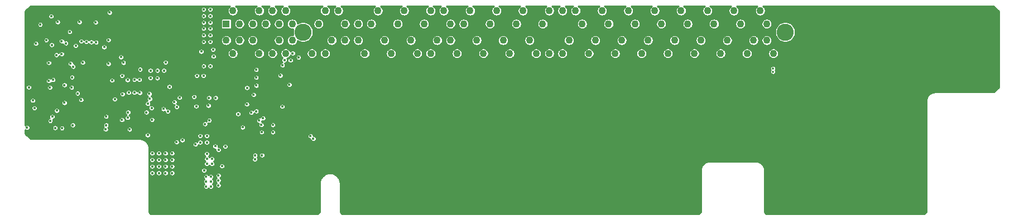
<source format=gbr>
G04 #@! TF.GenerationSoftware,KiCad,Pcbnew,(5.1.5)-3*
G04 #@! TF.CreationDate,2022-01-27T06:12:11+01:00*
G04 #@! TF.ProjectId,Riser Tioga Pass 1OU 1xPCIe x16,52697365-7220-4546-996f-676120506173,rev?*
G04 #@! TF.SameCoordinates,PX40f1fa0PY623a7c0*
G04 #@! TF.FileFunction,Copper,L5,Inr*
G04 #@! TF.FilePolarity,Positive*
%FSLAX46Y46*%
G04 Gerber Fmt 4.6, Leading zero omitted, Abs format (unit mm)*
G04 Created by KiCad (PCBNEW (5.1.5)-3) date 2022-01-27 06:12:11*
%MOMM*%
%LPD*%
G04 APERTURE LIST*
%ADD10C,2.600000*%
%ADD11R,1.100000X1.100000*%
%ADD12C,1.100000*%
%ADD13C,6.400000*%
%ADD14C,0.800000*%
%ADD15C,0.400000*%
%ADD16C,0.600000*%
%ADD17C,0.350000*%
%ADD18C,0.254000*%
G04 APERTURE END LIST*
D10*
X24405000Y1020000D03*
X97555000Y1020000D03*
D11*
X12755000Y2270000D03*
D12*
X13755000Y4270000D03*
X14755000Y2270000D03*
X15755000Y4270000D03*
X16755000Y2270000D03*
X17755000Y4270000D03*
X18755000Y2270000D03*
X19755000Y4270000D03*
X20755000Y2270000D03*
X21755000Y4270000D03*
X22755000Y2270000D03*
X25755000Y4270000D03*
X26755000Y2270000D03*
X27755000Y4270000D03*
X28755000Y2270000D03*
X29755000Y4270000D03*
X30755000Y2270000D03*
X31755000Y4270000D03*
X32755000Y2270000D03*
X33755000Y4270000D03*
X34755000Y2270000D03*
X35755000Y4270000D03*
X36755000Y2270000D03*
X37755000Y4270000D03*
X38755000Y2270000D03*
X39755000Y4270000D03*
X40755000Y2270000D03*
X41755000Y4270000D03*
X42755000Y2270000D03*
X43755000Y4270000D03*
X44755000Y2270000D03*
X45755000Y4270000D03*
X46755000Y2270000D03*
X47755000Y4270000D03*
X48755000Y2270000D03*
X49755000Y4270000D03*
X50755000Y2270000D03*
X51755000Y4270000D03*
X52755000Y2270000D03*
X53755000Y4270000D03*
X54755000Y2270000D03*
X55755000Y4270000D03*
X56755000Y2270000D03*
X57755000Y4270000D03*
X58755000Y2270000D03*
X59755000Y4270000D03*
X60755000Y2270000D03*
X61755000Y4270000D03*
X62755000Y2270000D03*
X63755000Y4270000D03*
X64755000Y2270000D03*
X65755000Y4270000D03*
X66755000Y2270000D03*
X67755000Y4270000D03*
X68755000Y2270000D03*
X69755000Y4270000D03*
X70755000Y2270000D03*
X71755000Y4270000D03*
X72755000Y2270000D03*
X73755000Y4270000D03*
X74755000Y2270000D03*
X75755000Y4270000D03*
X76755000Y2270000D03*
X77755000Y4270000D03*
X78755000Y2270000D03*
X79755000Y4270000D03*
X80755000Y2270000D03*
X81755000Y4270000D03*
X82755000Y2270000D03*
X83755000Y4270000D03*
X84755000Y2270000D03*
X85755000Y4270000D03*
X86755000Y2270000D03*
X87755000Y4270000D03*
X88755000Y2270000D03*
X89755000Y4270000D03*
X90755000Y2270000D03*
X91755000Y4270000D03*
X92755000Y2270000D03*
X93755000Y4270000D03*
X94755000Y2270000D03*
X12755000Y-230000D03*
X13755000Y-2230000D03*
X14755000Y-230000D03*
X15755000Y-2230000D03*
X16755000Y-230000D03*
X17755000Y-2230000D03*
X18755000Y-230000D03*
X19755000Y-2230000D03*
X20755000Y-230000D03*
X21755000Y-2230000D03*
X22755000Y-230000D03*
X25755000Y-2230000D03*
X26755000Y-230000D03*
X27755000Y-2230000D03*
X28755000Y-230000D03*
X29755000Y-2230000D03*
X30755000Y-230000D03*
X31755000Y-2230000D03*
X32755000Y-230000D03*
X33755000Y-2230000D03*
X34755000Y-230000D03*
X35755000Y-2230000D03*
X36755000Y-230000D03*
X37755000Y-2230000D03*
X38755000Y-230000D03*
X39755000Y-2230000D03*
X40755000Y-230000D03*
X41755000Y-2230000D03*
X42755000Y-230000D03*
X43755000Y-2230000D03*
X44755000Y-230000D03*
X46755000Y-230000D03*
X47755000Y-2230000D03*
X48755000Y-230000D03*
X49755000Y-2230000D03*
X50755000Y-230000D03*
X51755000Y-2230000D03*
X52755000Y-230000D03*
X53755000Y-2230000D03*
X54755000Y-230000D03*
X55755000Y-2230000D03*
X56755000Y-230000D03*
X57755000Y-2230000D03*
X58755000Y-230000D03*
X59755000Y-2230000D03*
X60755000Y-230000D03*
X61755000Y-2230000D03*
X62755000Y-230000D03*
X63755000Y-2230000D03*
X64755000Y-230000D03*
X65755000Y-2230000D03*
X66755000Y-230000D03*
X67755000Y-2230000D03*
X68755000Y-230000D03*
X69755000Y-2230000D03*
X70755000Y-230000D03*
X71755000Y-2230000D03*
X72755000Y-230000D03*
X73755000Y-2230000D03*
X74755000Y-230000D03*
X75755000Y-2230000D03*
X76755000Y-230000D03*
X77755000Y-2230000D03*
X78755000Y-230000D03*
X79755000Y-2230000D03*
X80755000Y-230000D03*
X81755000Y-2230000D03*
X82755000Y-230000D03*
X83755000Y-2230000D03*
X84755000Y-230000D03*
X85755000Y-2230000D03*
X86755000Y-230000D03*
X87755000Y-2230000D03*
X88755000Y-230000D03*
X89755000Y-2230000D03*
X90755000Y-230000D03*
X91755000Y-2230000D03*
X92755000Y-230000D03*
X93755000Y-2230000D03*
X94755000Y-230000D03*
X45755000Y-2230000D03*
X95755000Y4270000D03*
X95755000Y-2230000D03*
D13*
X0Y0D03*
D14*
X2400000Y0D03*
X-1697056Y-1697056D03*
X1697056Y-1697056D03*
X0Y-2400000D03*
X-2400000Y0D03*
X1697056Y1697056D03*
X0Y2400000D03*
X-1697056Y1697056D03*
X122607944Y1677056D03*
X124305000Y2380000D03*
X126002056Y1677056D03*
X121905000Y-20000D03*
X124305000Y-2420000D03*
X126002056Y-1717056D03*
X122607944Y-1717056D03*
X126705000Y-20000D03*
D13*
X124305000Y-20000D03*
D15*
X25050000Y-14300000D03*
D16*
X6495000Y-21350000D03*
X69295000Y-22450000D03*
X71695000Y-22450000D03*
X74095000Y-22450000D03*
X76495000Y-22450000D03*
X78895000Y-22450000D03*
X81295000Y-22450000D03*
X83695000Y-22450000D03*
X66895000Y-22450000D03*
X64495000Y-22450000D03*
X62095000Y-22450000D03*
X59695000Y-22450000D03*
X57295000Y-22450000D03*
X54895000Y-22450000D03*
X52495000Y-22450000D03*
X50095000Y-22450000D03*
X47695000Y-22450000D03*
X45295000Y-22450000D03*
X42895000Y-22450000D03*
X40495000Y-22450000D03*
X38095000Y-22450000D03*
X35695000Y-22450000D03*
X33295000Y-22450000D03*
X30895000Y-22450000D03*
X95495000Y-22450000D03*
X97895000Y-22450000D03*
X100295000Y-22450000D03*
X102695000Y-22450000D03*
X105095000Y-22450000D03*
X107495000Y-22450000D03*
X109895000Y-22450000D03*
X112295000Y-22450000D03*
X114695000Y-22450000D03*
X117095000Y-22450000D03*
X16495000Y-22450000D03*
X18895000Y-22450000D03*
X21295000Y-22450000D03*
X23695000Y-22450000D03*
X26095000Y-22450000D03*
X81350000Y-20050000D03*
D15*
X15250000Y-15700000D03*
D16*
X14375000Y-21375000D03*
D15*
X13625000Y-13450000D03*
X11075000Y-13225000D03*
X13400000Y-16125000D03*
X11875000Y-10550000D03*
X11800000Y-7725000D03*
X19850000Y-17000000D03*
X17675000Y-15625000D03*
X-4150000Y-12325000D03*
X3600000Y-15275000D03*
X19975000Y-5100000D03*
X19950000Y-6300000D03*
X20200000Y-7350000D03*
X21400000Y-8350000D03*
X21400000Y-9100000D03*
X11550000Y4200000D03*
X4700000Y4450000D03*
X4450000Y3150000D03*
X4450000Y1250000D03*
X4450000Y375000D03*
X4450000Y-500000D03*
D17*
X95700000Y-5500090D03*
X95700000Y-3975000D03*
D15*
X-10300000Y1050000D03*
X-16700000Y1050000D03*
X24450000Y-4050000D03*
X25000000Y-5625000D03*
X5375000Y3125000D03*
X-16175000Y-6550000D03*
X-16150000Y-7400000D03*
X-15075000Y-7400000D03*
X10975000Y-20675000D03*
X8125000Y-9500000D03*
X3575000Y-7825000D03*
X9900000Y-11500000D03*
X6575000Y-12325000D03*
X-8875000Y-6575000D03*
X-7425000Y-8300000D03*
X20725000Y-12075000D03*
X-15175000Y-14375000D03*
X-7900000Y-9875000D03*
X-6150000Y-8400000D03*
X8475000Y-7500000D03*
X-16575000Y-11850000D03*
X-15600000Y-2925000D03*
X-14175000Y-2075000D03*
X26450000Y-15650000D03*
X-11850000Y-3600000D03*
X-6375000Y-3600000D03*
X-4050000Y-3700000D03*
X11575000Y-16875000D03*
X11075000Y-16325000D03*
X7875000Y-8825000D03*
X10125000Y-8975000D03*
X11125000Y-8975000D03*
X2300000Y-5975000D03*
X3550000Y-3575000D03*
X2300000Y-4825000D03*
X3300000Y-4825000D03*
X1250000Y-5950000D03*
X1250000Y-4825000D03*
X1525000Y-17400000D03*
X2525000Y-17400000D03*
X3525000Y-17400000D03*
X4525000Y-17400000D03*
X1525000Y-18400000D03*
X2525000Y-18400000D03*
X3525000Y-18400000D03*
X4525000Y-18400000D03*
X1525000Y-19400000D03*
X2525000Y-19400000D03*
X3525000Y-19400000D03*
X4525000Y-19400000D03*
X1525000Y-20400000D03*
X2525000Y-20400000D03*
X3525000Y-20400000D03*
X4525000Y-20400000D03*
X8800000Y-14750000D03*
X9800000Y-14750000D03*
X8800000Y-15750000D03*
X9800000Y-15750000D03*
X17125000Y-17700000D03*
X3225000Y-10650000D03*
X9525000Y-12950000D03*
X18175000Y-17700000D03*
X19825000Y-14200000D03*
X19825000Y-13100000D03*
X-3075000Y-12325000D03*
X825000Y-14625000D03*
X-5125000Y-3800000D03*
X-16600000Y-9375000D03*
X-17200000Y-7375000D03*
X-14000000Y-7400000D03*
X11550000Y-20775000D03*
X11550000Y-21525000D03*
X11550000Y-22275000D03*
X8200000Y-10250000D03*
X10050000Y-10150000D03*
X-11575000Y-675000D03*
X-12225000Y-2300000D03*
X3900000Y-11025000D03*
X-3050000Y-5600000D03*
X-9275000Y-9275000D03*
X-9800000Y-8300000D03*
X18325000Y-12075000D03*
X17725000Y-12425000D03*
X-13200000Y-13550000D03*
X-10725000Y-7400000D03*
X-10650000Y-5850000D03*
X1475000Y-12300000D03*
X-3000000Y-8400000D03*
X-1925000Y-13775000D03*
X-375000Y-8200000D03*
X-16125000Y-725000D03*
X-10875000Y-3775000D03*
X-17475000Y-13500000D03*
X22825000Y-2200000D03*
X22500000Y-3275000D03*
X21575000Y-3250000D03*
X21275000Y-4025000D03*
X20950000Y-5575000D03*
X22300000Y-6975000D03*
X-425000Y-6225000D03*
X-10075000Y-1050000D03*
X-10475000Y-4225000D03*
X-9025000Y-3600000D03*
X9825000Y-18250000D03*
X10575000Y-18250000D03*
X9825000Y-17475000D03*
X9825000Y-19000000D03*
X10575000Y-19000000D03*
X15900000Y-7450000D03*
X17300000Y-7100000D03*
X17300000Y-5900000D03*
X17300000Y-4700000D03*
X16900000Y-8500000D03*
X17300000Y-11000000D03*
X12600000Y-16375000D03*
X12100000Y-19350000D03*
X14550000Y-11425000D03*
X-14175000Y-3650000D03*
X-13025000Y-2450000D03*
X4125000Y-7275000D03*
X8075000Y-16050000D03*
X4875000Y-9600000D03*
X9675000Y-20950000D03*
X10425000Y-20950000D03*
X9675000Y-21700000D03*
X10425000Y-21700000D03*
X9675000Y-22450000D03*
X10425000Y-22450000D03*
X17100000Y-18325000D03*
X-14175000Y-6400000D03*
X-325000Y-4650000D03*
X-13950000Y-12475000D03*
X8950000Y-1925000D03*
X-2850000Y-3625000D03*
X-11800000Y-9725000D03*
X-10550000Y-13125000D03*
X625000Y-11175000D03*
X-2150000Y-11175000D03*
X-4575000Y-6325000D03*
X1425000Y-10525000D03*
X-2225000Y-6250000D03*
X-2050000Y-8175000D03*
X5200000Y-15700000D03*
X6100000Y-15400000D03*
X15250000Y-13450000D03*
X18125000Y-14200000D03*
X1075000Y-8350000D03*
X15875000Y-9950000D03*
X18075000Y-13100000D03*
X1150000Y-9125000D03*
X16550000Y-11225000D03*
X-5475000Y-11825000D03*
X21250000Y-10300000D03*
X10175000Y-12400000D03*
X-2200000Y-12000000D03*
X-13650000Y-11825000D03*
X850000Y-9875000D03*
X-1175000Y-6200000D03*
X-1175000Y-8175000D03*
X-12175000Y-13575000D03*
X-12950000Y-10900000D03*
X-5550000Y-13775000D03*
X-5475000Y-13125000D03*
X-16350000Y-10525000D03*
X-4160000Y-9175000D03*
D17*
X95700000Y-4479910D03*
X95700000Y-5000090D03*
D15*
X-14550000Y-200000D03*
X-7075000Y2500000D03*
X-7725000Y-500000D03*
X-4950000Y4000000D03*
X-13800000Y3425000D03*
X-8475000Y-450000D03*
X-9250000Y-375000D03*
X-9525000Y2550000D03*
X-12825000Y2550000D03*
X-15475000Y2175000D03*
X-3225000Y-2775000D03*
X-11800000Y-7025000D03*
X-13525000Y-6225000D03*
X-5125000Y-175000D03*
X-11000000Y1050000D03*
X-5775000Y-1250000D03*
X-12225000Y-350000D03*
X-7000000Y-525000D03*
X-13725000Y-925000D03*
X25939284Y-15189284D03*
X25530716Y-14780716D03*
X9375000Y-20000000D03*
X23725000Y-2825000D03*
X8300000Y-5600000D03*
X9300000Y-5600000D03*
X9325000Y4475000D03*
X10325000Y4475000D03*
X9325000Y3475000D03*
X10325000Y3475000D03*
X9325000Y2475000D03*
X10325000Y2475000D03*
X9325000Y1550000D03*
X10325000Y1550000D03*
X9325000Y550000D03*
X10325000Y550000D03*
X9325000Y-450000D03*
X10325000Y-450000D03*
X9325000Y-4150000D03*
X10325000Y-4150000D03*
X10825000Y-2675000D03*
X10750000Y-1625000D03*
X5675000Y-8950000D03*
X5250000Y-10350000D03*
D18*
G36*
X13242480Y4894507D02*
G01*
X13130493Y4782520D01*
X13042505Y4650837D01*
X12981897Y4504518D01*
X12951000Y4349187D01*
X12951000Y4190813D01*
X12981897Y4035482D01*
X13042505Y3889163D01*
X13130493Y3757480D01*
X13242480Y3645493D01*
X13374163Y3557505D01*
X13520482Y3496897D01*
X13675813Y3466000D01*
X13834187Y3466000D01*
X13989518Y3496897D01*
X14135837Y3557505D01*
X14267520Y3645493D01*
X14379507Y3757480D01*
X14467495Y3889163D01*
X14528103Y4035482D01*
X14559000Y4190813D01*
X14559000Y4349187D01*
X14528103Y4504518D01*
X14467495Y4650837D01*
X14379507Y4782520D01*
X14267520Y4894507D01*
X14160523Y4966000D01*
X17349477Y4966000D01*
X17242480Y4894507D01*
X17130493Y4782520D01*
X17042505Y4650837D01*
X16981897Y4504518D01*
X16951000Y4349187D01*
X16951000Y4190813D01*
X16981897Y4035482D01*
X17042505Y3889163D01*
X17130493Y3757480D01*
X17242480Y3645493D01*
X17374163Y3557505D01*
X17520482Y3496897D01*
X17675813Y3466000D01*
X17834187Y3466000D01*
X17989518Y3496897D01*
X18135837Y3557505D01*
X18267520Y3645493D01*
X18379507Y3757480D01*
X18467495Y3889163D01*
X18528103Y4035482D01*
X18559000Y4190813D01*
X18559000Y4349187D01*
X18528103Y4504518D01*
X18467495Y4650837D01*
X18379507Y4782520D01*
X18267520Y4894507D01*
X18160523Y4966000D01*
X19349477Y4966000D01*
X19242480Y4894507D01*
X19130493Y4782520D01*
X19042505Y4650837D01*
X18981897Y4504518D01*
X18951000Y4349187D01*
X18951000Y4190813D01*
X18981897Y4035482D01*
X19042505Y3889163D01*
X19130493Y3757480D01*
X19242480Y3645493D01*
X19374163Y3557505D01*
X19520482Y3496897D01*
X19675813Y3466000D01*
X19834187Y3466000D01*
X19989518Y3496897D01*
X20135837Y3557505D01*
X20267520Y3645493D01*
X20379507Y3757480D01*
X20467495Y3889163D01*
X20528103Y4035482D01*
X20559000Y4190813D01*
X20559000Y4349187D01*
X20528103Y4504518D01*
X20467495Y4650837D01*
X20379507Y4782520D01*
X20267520Y4894507D01*
X20160523Y4966000D01*
X21349477Y4966000D01*
X21242480Y4894507D01*
X21130493Y4782520D01*
X21042505Y4650837D01*
X20981897Y4504518D01*
X20951000Y4349187D01*
X20951000Y4190813D01*
X20981897Y4035482D01*
X21042505Y3889163D01*
X21130493Y3757480D01*
X21242480Y3645493D01*
X21374163Y3557505D01*
X21520482Y3496897D01*
X21675813Y3466000D01*
X21834187Y3466000D01*
X21989518Y3496897D01*
X22135837Y3557505D01*
X22267520Y3645493D01*
X22379507Y3757480D01*
X22467495Y3889163D01*
X22528103Y4035482D01*
X22559000Y4190813D01*
X22559000Y4349187D01*
X22528103Y4504518D01*
X22467495Y4650837D01*
X22379507Y4782520D01*
X22267520Y4894507D01*
X22160523Y4966000D01*
X27349477Y4966000D01*
X27242480Y4894507D01*
X27130493Y4782520D01*
X27042505Y4650837D01*
X26981897Y4504518D01*
X26951000Y4349187D01*
X26951000Y4190813D01*
X26981897Y4035482D01*
X27042505Y3889163D01*
X27130493Y3757480D01*
X27242480Y3645493D01*
X27374163Y3557505D01*
X27520482Y3496897D01*
X27675813Y3466000D01*
X27834187Y3466000D01*
X27989518Y3496897D01*
X28135837Y3557505D01*
X28267520Y3645493D01*
X28379507Y3757480D01*
X28467495Y3889163D01*
X28528103Y4035482D01*
X28559000Y4190813D01*
X28559000Y4349187D01*
X28528103Y4504518D01*
X28467495Y4650837D01*
X28379507Y4782520D01*
X28267520Y4894507D01*
X28160523Y4966000D01*
X29349477Y4966000D01*
X29242480Y4894507D01*
X29130493Y4782520D01*
X29042505Y4650837D01*
X28981897Y4504518D01*
X28951000Y4349187D01*
X28951000Y4190813D01*
X28981897Y4035482D01*
X29042505Y3889163D01*
X29130493Y3757480D01*
X29242480Y3645493D01*
X29374163Y3557505D01*
X29520482Y3496897D01*
X29675813Y3466000D01*
X29834187Y3466000D01*
X29989518Y3496897D01*
X30135837Y3557505D01*
X30267520Y3645493D01*
X30379507Y3757480D01*
X30467495Y3889163D01*
X30528103Y4035482D01*
X30559000Y4190813D01*
X30559000Y4349187D01*
X30528103Y4504518D01*
X30467495Y4650837D01*
X30379507Y4782520D01*
X30267520Y4894507D01*
X30160523Y4966000D01*
X35349477Y4966000D01*
X35242480Y4894507D01*
X35130493Y4782520D01*
X35042505Y4650837D01*
X34981897Y4504518D01*
X34951000Y4349187D01*
X34951000Y4190813D01*
X34981897Y4035482D01*
X35042505Y3889163D01*
X35130493Y3757480D01*
X35242480Y3645493D01*
X35374163Y3557505D01*
X35520482Y3496897D01*
X35675813Y3466000D01*
X35834187Y3466000D01*
X35989518Y3496897D01*
X36135837Y3557505D01*
X36267520Y3645493D01*
X36379507Y3757480D01*
X36467495Y3889163D01*
X36528103Y4035482D01*
X36559000Y4190813D01*
X36559000Y4349187D01*
X36528103Y4504518D01*
X36467495Y4650837D01*
X36379507Y4782520D01*
X36267520Y4894507D01*
X36160523Y4966000D01*
X39349477Y4966000D01*
X39242480Y4894507D01*
X39130493Y4782520D01*
X39042505Y4650837D01*
X38981897Y4504518D01*
X38951000Y4349187D01*
X38951000Y4190813D01*
X38981897Y4035482D01*
X39042505Y3889163D01*
X39130493Y3757480D01*
X39242480Y3645493D01*
X39374163Y3557505D01*
X39520482Y3496897D01*
X39675813Y3466000D01*
X39834187Y3466000D01*
X39989518Y3496897D01*
X40135837Y3557505D01*
X40267520Y3645493D01*
X40379507Y3757480D01*
X40467495Y3889163D01*
X40528103Y4035482D01*
X40559000Y4190813D01*
X40559000Y4349187D01*
X40528103Y4504518D01*
X40467495Y4650837D01*
X40379507Y4782520D01*
X40267520Y4894507D01*
X40160523Y4966000D01*
X43349477Y4966000D01*
X43242480Y4894507D01*
X43130493Y4782520D01*
X43042505Y4650837D01*
X42981897Y4504518D01*
X42951000Y4349187D01*
X42951000Y4190813D01*
X42981897Y4035482D01*
X43042505Y3889163D01*
X43130493Y3757480D01*
X43242480Y3645493D01*
X43374163Y3557505D01*
X43520482Y3496897D01*
X43675813Y3466000D01*
X43834187Y3466000D01*
X43989518Y3496897D01*
X44135837Y3557505D01*
X44267520Y3645493D01*
X44379507Y3757480D01*
X44467495Y3889163D01*
X44528103Y4035482D01*
X44559000Y4190813D01*
X44559000Y4349187D01*
X44528103Y4504518D01*
X44467495Y4650837D01*
X44379507Y4782520D01*
X44267520Y4894507D01*
X44160523Y4966000D01*
X45349477Y4966000D01*
X45242480Y4894507D01*
X45130493Y4782520D01*
X45042505Y4650837D01*
X44981897Y4504518D01*
X44951000Y4349187D01*
X44951000Y4190813D01*
X44981897Y4035482D01*
X45042505Y3889163D01*
X45130493Y3757480D01*
X45242480Y3645493D01*
X45374163Y3557505D01*
X45520482Y3496897D01*
X45675813Y3466000D01*
X45834187Y3466000D01*
X45989518Y3496897D01*
X46135837Y3557505D01*
X46267520Y3645493D01*
X46379507Y3757480D01*
X46467495Y3889163D01*
X46528103Y4035482D01*
X46559000Y4190813D01*
X46559000Y4349187D01*
X46528103Y4504518D01*
X46467495Y4650837D01*
X46379507Y4782520D01*
X46267520Y4894507D01*
X46160523Y4966000D01*
X49349477Y4966000D01*
X49242480Y4894507D01*
X49130493Y4782520D01*
X49042505Y4650837D01*
X48981897Y4504518D01*
X48951000Y4349187D01*
X48951000Y4190813D01*
X48981897Y4035482D01*
X49042505Y3889163D01*
X49130493Y3757480D01*
X49242480Y3645493D01*
X49374163Y3557505D01*
X49520482Y3496897D01*
X49675813Y3466000D01*
X49834187Y3466000D01*
X49989518Y3496897D01*
X50135837Y3557505D01*
X50267520Y3645493D01*
X50379507Y3757480D01*
X50467495Y3889163D01*
X50528103Y4035482D01*
X50559000Y4190813D01*
X50559000Y4349187D01*
X50528103Y4504518D01*
X50467495Y4650837D01*
X50379507Y4782520D01*
X50267520Y4894507D01*
X50160523Y4966000D01*
X53349477Y4966000D01*
X53242480Y4894507D01*
X53130493Y4782520D01*
X53042505Y4650837D01*
X52981897Y4504518D01*
X52951000Y4349187D01*
X52951000Y4190813D01*
X52981897Y4035482D01*
X53042505Y3889163D01*
X53130493Y3757480D01*
X53242480Y3645493D01*
X53374163Y3557505D01*
X53520482Y3496897D01*
X53675813Y3466000D01*
X53834187Y3466000D01*
X53989518Y3496897D01*
X54135837Y3557505D01*
X54267520Y3645493D01*
X54379507Y3757480D01*
X54467495Y3889163D01*
X54528103Y4035482D01*
X54559000Y4190813D01*
X54559000Y4349187D01*
X54528103Y4504518D01*
X54467495Y4650837D01*
X54379507Y4782520D01*
X54267520Y4894507D01*
X54160523Y4966000D01*
X57349477Y4966000D01*
X57242480Y4894507D01*
X57130493Y4782520D01*
X57042505Y4650837D01*
X56981897Y4504518D01*
X56951000Y4349187D01*
X56951000Y4190813D01*
X56981897Y4035482D01*
X57042505Y3889163D01*
X57130493Y3757480D01*
X57242480Y3645493D01*
X57374163Y3557505D01*
X57520482Y3496897D01*
X57675813Y3466000D01*
X57834187Y3466000D01*
X57989518Y3496897D01*
X58135837Y3557505D01*
X58267520Y3645493D01*
X58379507Y3757480D01*
X58467495Y3889163D01*
X58528103Y4035482D01*
X58559000Y4190813D01*
X58559000Y4349187D01*
X58528103Y4504518D01*
X58467495Y4650837D01*
X58379507Y4782520D01*
X58267520Y4894507D01*
X58160523Y4966000D01*
X61349477Y4966000D01*
X61242480Y4894507D01*
X61130493Y4782520D01*
X61042505Y4650837D01*
X60981897Y4504518D01*
X60951000Y4349187D01*
X60951000Y4190813D01*
X60981897Y4035482D01*
X61042505Y3889163D01*
X61130493Y3757480D01*
X61242480Y3645493D01*
X61374163Y3557505D01*
X61520482Y3496897D01*
X61675813Y3466000D01*
X61834187Y3466000D01*
X61989518Y3496897D01*
X62135837Y3557505D01*
X62267520Y3645493D01*
X62379507Y3757480D01*
X62467495Y3889163D01*
X62528103Y4035482D01*
X62559000Y4190813D01*
X62559000Y4349187D01*
X62528103Y4504518D01*
X62467495Y4650837D01*
X62379507Y4782520D01*
X62267520Y4894507D01*
X62160523Y4966000D01*
X63349477Y4966000D01*
X63242480Y4894507D01*
X63130493Y4782520D01*
X63042505Y4650837D01*
X62981897Y4504518D01*
X62951000Y4349187D01*
X62951000Y4190813D01*
X62981897Y4035482D01*
X63042505Y3889163D01*
X63130493Y3757480D01*
X63242480Y3645493D01*
X63374163Y3557505D01*
X63520482Y3496897D01*
X63675813Y3466000D01*
X63834187Y3466000D01*
X63989518Y3496897D01*
X64135837Y3557505D01*
X64267520Y3645493D01*
X64379507Y3757480D01*
X64467495Y3889163D01*
X64528103Y4035482D01*
X64559000Y4190813D01*
X64559000Y4349187D01*
X64528103Y4504518D01*
X64467495Y4650837D01*
X64379507Y4782520D01*
X64267520Y4894507D01*
X64160523Y4966000D01*
X65349477Y4966000D01*
X65242480Y4894507D01*
X65130493Y4782520D01*
X65042505Y4650837D01*
X64981897Y4504518D01*
X64951000Y4349187D01*
X64951000Y4190813D01*
X64981897Y4035482D01*
X65042505Y3889163D01*
X65130493Y3757480D01*
X65242480Y3645493D01*
X65374163Y3557505D01*
X65520482Y3496897D01*
X65675813Y3466000D01*
X65834187Y3466000D01*
X65989518Y3496897D01*
X66135837Y3557505D01*
X66267520Y3645493D01*
X66379507Y3757480D01*
X66467495Y3889163D01*
X66528103Y4035482D01*
X66559000Y4190813D01*
X66559000Y4349187D01*
X66528103Y4504518D01*
X66467495Y4650837D01*
X66379507Y4782520D01*
X66267520Y4894507D01*
X66160523Y4966000D01*
X69349477Y4966000D01*
X69242480Y4894507D01*
X69130493Y4782520D01*
X69042505Y4650837D01*
X68981897Y4504518D01*
X68951000Y4349187D01*
X68951000Y4190813D01*
X68981897Y4035482D01*
X69042505Y3889163D01*
X69130493Y3757480D01*
X69242480Y3645493D01*
X69374163Y3557505D01*
X69520482Y3496897D01*
X69675813Y3466000D01*
X69834187Y3466000D01*
X69989518Y3496897D01*
X70135837Y3557505D01*
X70267520Y3645493D01*
X70379507Y3757480D01*
X70467495Y3889163D01*
X70528103Y4035482D01*
X70559000Y4190813D01*
X70559000Y4349187D01*
X70528103Y4504518D01*
X70467495Y4650837D01*
X70379507Y4782520D01*
X70267520Y4894507D01*
X70160523Y4966000D01*
X73349477Y4966000D01*
X73242480Y4894507D01*
X73130493Y4782520D01*
X73042505Y4650837D01*
X72981897Y4504518D01*
X72951000Y4349187D01*
X72951000Y4190813D01*
X72981897Y4035482D01*
X73042505Y3889163D01*
X73130493Y3757480D01*
X73242480Y3645493D01*
X73374163Y3557505D01*
X73520482Y3496897D01*
X73675813Y3466000D01*
X73834187Y3466000D01*
X73989518Y3496897D01*
X74135837Y3557505D01*
X74267520Y3645493D01*
X74379507Y3757480D01*
X74467495Y3889163D01*
X74528103Y4035482D01*
X74559000Y4190813D01*
X74559000Y4349187D01*
X74528103Y4504518D01*
X74467495Y4650837D01*
X74379507Y4782520D01*
X74267520Y4894507D01*
X74160523Y4966000D01*
X77349477Y4966000D01*
X77242480Y4894507D01*
X77130493Y4782520D01*
X77042505Y4650837D01*
X76981897Y4504518D01*
X76951000Y4349187D01*
X76951000Y4190813D01*
X76981897Y4035482D01*
X77042505Y3889163D01*
X77130493Y3757480D01*
X77242480Y3645493D01*
X77374163Y3557505D01*
X77520482Y3496897D01*
X77675813Y3466000D01*
X77834187Y3466000D01*
X77989518Y3496897D01*
X78135837Y3557505D01*
X78267520Y3645493D01*
X78379507Y3757480D01*
X78467495Y3889163D01*
X78528103Y4035482D01*
X78559000Y4190813D01*
X78559000Y4349187D01*
X78528103Y4504518D01*
X78467495Y4650837D01*
X78379507Y4782520D01*
X78267520Y4894507D01*
X78160523Y4966000D01*
X81349477Y4966000D01*
X81242480Y4894507D01*
X81130493Y4782520D01*
X81042505Y4650837D01*
X80981897Y4504518D01*
X80951000Y4349187D01*
X80951000Y4190813D01*
X80981897Y4035482D01*
X81042505Y3889163D01*
X81130493Y3757480D01*
X81242480Y3645493D01*
X81374163Y3557505D01*
X81520482Y3496897D01*
X81675813Y3466000D01*
X81834187Y3466000D01*
X81989518Y3496897D01*
X82135837Y3557505D01*
X82267520Y3645493D01*
X82379507Y3757480D01*
X82467495Y3889163D01*
X82528103Y4035482D01*
X82559000Y4190813D01*
X82559000Y4349187D01*
X82528103Y4504518D01*
X82467495Y4650837D01*
X82379507Y4782520D01*
X82267520Y4894507D01*
X82160523Y4966000D01*
X85349477Y4966000D01*
X85242480Y4894507D01*
X85130493Y4782520D01*
X85042505Y4650837D01*
X84981897Y4504518D01*
X84951000Y4349187D01*
X84951000Y4190813D01*
X84981897Y4035482D01*
X85042505Y3889163D01*
X85130493Y3757480D01*
X85242480Y3645493D01*
X85374163Y3557505D01*
X85520482Y3496897D01*
X85675813Y3466000D01*
X85834187Y3466000D01*
X85989518Y3496897D01*
X86135837Y3557505D01*
X86267520Y3645493D01*
X86379507Y3757480D01*
X86467495Y3889163D01*
X86528103Y4035482D01*
X86559000Y4190813D01*
X86559000Y4349187D01*
X86528103Y4504518D01*
X86467495Y4650837D01*
X86379507Y4782520D01*
X86267520Y4894507D01*
X86160523Y4966000D01*
X89349477Y4966000D01*
X89242480Y4894507D01*
X89130493Y4782520D01*
X89042505Y4650837D01*
X88981897Y4504518D01*
X88951000Y4349187D01*
X88951000Y4190813D01*
X88981897Y4035482D01*
X89042505Y3889163D01*
X89130493Y3757480D01*
X89242480Y3645493D01*
X89374163Y3557505D01*
X89520482Y3496897D01*
X89675813Y3466000D01*
X89834187Y3466000D01*
X89989518Y3496897D01*
X90135837Y3557505D01*
X90267520Y3645493D01*
X90379507Y3757480D01*
X90467495Y3889163D01*
X90528103Y4035482D01*
X90559000Y4190813D01*
X90559000Y4349187D01*
X90528103Y4504518D01*
X90467495Y4650837D01*
X90379507Y4782520D01*
X90267520Y4894507D01*
X90160523Y4966000D01*
X93349477Y4966000D01*
X93242480Y4894507D01*
X93130493Y4782520D01*
X93042505Y4650837D01*
X92981897Y4504518D01*
X92951000Y4349187D01*
X92951000Y4190813D01*
X92981897Y4035482D01*
X93042505Y3889163D01*
X93130493Y3757480D01*
X93242480Y3645493D01*
X93374163Y3557505D01*
X93520482Y3496897D01*
X93675813Y3466000D01*
X93834187Y3466000D01*
X93989518Y3496897D01*
X94135837Y3557505D01*
X94267520Y3645493D01*
X94379507Y3757480D01*
X94467495Y3889163D01*
X94528103Y4035482D01*
X94559000Y4190813D01*
X94559000Y4349187D01*
X94528103Y4504518D01*
X94467495Y4650837D01*
X94379507Y4782520D01*
X94267520Y4894507D01*
X94160523Y4966000D01*
X129158370Y4966000D01*
X129951001Y4173367D01*
X129951000Y-7363369D01*
X129208370Y-8106000D01*
X120287618Y-8106000D01*
X120272142Y-8107524D01*
X120265934Y-8107481D01*
X120261015Y-8107963D01*
X120066918Y-8128364D01*
X120035462Y-8134821D01*
X120003974Y-8140828D01*
X119999242Y-8142256D01*
X119812804Y-8199968D01*
X119783181Y-8212420D01*
X119753478Y-8224421D01*
X119749113Y-8226741D01*
X119577437Y-8319566D01*
X119550826Y-8337515D01*
X119523989Y-8355077D01*
X119520158Y-8358201D01*
X119369780Y-8482605D01*
X119347147Y-8505396D01*
X119324250Y-8527819D01*
X119321104Y-8531622D01*
X119321098Y-8531628D01*
X119321094Y-8531635D01*
X119197749Y-8682870D01*
X119179994Y-8709594D01*
X119161867Y-8736067D01*
X119159516Y-8740415D01*
X119067890Y-8912737D01*
X119055647Y-8942443D01*
X119043025Y-8971891D01*
X119041563Y-8976613D01*
X118985154Y-9163449D01*
X118978918Y-9194945D01*
X118972252Y-9226306D01*
X118971734Y-9231222D01*
X118952690Y-9425455D01*
X118952690Y-9425470D01*
X118951001Y-9442618D01*
X118951000Y-26335459D01*
X118666270Y-26626000D01*
X94711631Y-26626000D01*
X94419000Y-26333370D01*
X94419000Y-19962618D01*
X94417476Y-19947142D01*
X94417519Y-19940934D01*
X94417037Y-19936015D01*
X94396636Y-19741918D01*
X94390179Y-19710462D01*
X94384172Y-19678974D01*
X94382744Y-19674242D01*
X94325032Y-19487804D01*
X94312580Y-19458181D01*
X94300579Y-19428478D01*
X94298259Y-19424113D01*
X94205434Y-19252437D01*
X94187485Y-19225826D01*
X94169923Y-19198989D01*
X94166799Y-19195158D01*
X94042395Y-19044780D01*
X94019604Y-19022147D01*
X93997181Y-18999250D01*
X93993378Y-18996104D01*
X93993372Y-18996098D01*
X93993365Y-18996094D01*
X93842130Y-18872749D01*
X93815406Y-18854994D01*
X93788933Y-18836867D01*
X93784585Y-18834516D01*
X93612263Y-18742890D01*
X93582557Y-18730647D01*
X93553109Y-18718025D01*
X93548387Y-18716563D01*
X93361551Y-18660154D01*
X93330055Y-18653918D01*
X93298694Y-18647252D01*
X93293778Y-18646734D01*
X93099545Y-18627690D01*
X93099541Y-18627690D01*
X93082382Y-18626000D01*
X86102618Y-18626000D01*
X86087142Y-18627524D01*
X86080934Y-18627481D01*
X86076015Y-18627963D01*
X85881918Y-18648364D01*
X85850462Y-18654821D01*
X85818974Y-18660828D01*
X85814242Y-18662256D01*
X85627804Y-18719968D01*
X85598181Y-18732420D01*
X85568478Y-18744421D01*
X85564113Y-18746741D01*
X85392437Y-18839566D01*
X85365826Y-18857515D01*
X85338989Y-18875077D01*
X85335158Y-18878201D01*
X85184780Y-19002605D01*
X85162147Y-19025396D01*
X85139250Y-19047819D01*
X85136104Y-19051622D01*
X85136098Y-19051628D01*
X85136094Y-19051635D01*
X85012749Y-19202870D01*
X84994994Y-19229594D01*
X84976867Y-19256067D01*
X84974516Y-19260415D01*
X84882890Y-19432737D01*
X84870647Y-19462443D01*
X84858025Y-19491891D01*
X84856563Y-19496613D01*
X84800154Y-19683449D01*
X84793918Y-19714945D01*
X84787252Y-19746306D01*
X84786734Y-19751222D01*
X84767690Y-19945455D01*
X84767690Y-19945470D01*
X84766001Y-19962618D01*
X84766000Y-26332336D01*
X84469400Y-26626000D01*
X30336631Y-26626000D01*
X30044000Y-26333370D01*
X30044000Y-21962618D01*
X30043878Y-21961382D01*
X30043874Y-21960773D01*
X30042989Y-21952351D01*
X30042193Y-21944271D01*
X30042193Y-21928701D01*
X30041677Y-21923785D01*
X30015571Y-21691046D01*
X30008897Y-21659648D01*
X30002668Y-21628189D01*
X30001206Y-21623467D01*
X29930391Y-21400231D01*
X29917750Y-21370737D01*
X29905525Y-21341078D01*
X29903175Y-21336730D01*
X29790349Y-21131499D01*
X29772182Y-21104967D01*
X29754466Y-21078303D01*
X29751320Y-21074499D01*
X29751316Y-21074493D01*
X29751311Y-21074488D01*
X29600776Y-20895086D01*
X29577840Y-20872625D01*
X29555244Y-20849872D01*
X29551414Y-20846748D01*
X29368894Y-20699997D01*
X29342014Y-20682407D01*
X29315447Y-20664488D01*
X29311083Y-20662167D01*
X29103535Y-20553663D01*
X29073771Y-20541638D01*
X29044209Y-20529211D01*
X29039477Y-20527782D01*
X28814807Y-20461658D01*
X28783254Y-20455639D01*
X28751861Y-20449195D01*
X28746942Y-20448712D01*
X28513706Y-20427486D01*
X28481622Y-20427710D01*
X28449538Y-20427486D01*
X28444618Y-20427968D01*
X28211702Y-20452449D01*
X28180246Y-20458907D01*
X28148759Y-20464913D01*
X28144026Y-20466341D01*
X27920301Y-20535595D01*
X27890693Y-20548041D01*
X27860974Y-20560049D01*
X27856609Y-20562369D01*
X27650597Y-20673760D01*
X27623981Y-20691713D01*
X27597152Y-20709269D01*
X27593321Y-20712393D01*
X27412867Y-20861677D01*
X27390233Y-20884470D01*
X27367335Y-20906893D01*
X27364184Y-20910701D01*
X27216164Y-21092192D01*
X27198386Y-21118950D01*
X27180283Y-21145389D01*
X27177932Y-21149737D01*
X27067982Y-21356523D01*
X27055757Y-21386182D01*
X27043116Y-21415676D01*
X27041654Y-21420398D01*
X26973963Y-21644602D01*
X26967730Y-21676084D01*
X26961061Y-21707458D01*
X26960544Y-21712374D01*
X26937690Y-21945455D01*
X26937690Y-21945470D01*
X26936001Y-21962618D01*
X26936000Y-26333369D01*
X26643370Y-26626000D01*
X1311631Y-26626000D01*
X1019000Y-26333370D01*
X1019000Y-20905285D01*
X9221000Y-20905285D01*
X9221000Y-20994715D01*
X9238447Y-21082427D01*
X9272670Y-21165050D01*
X9322355Y-21239408D01*
X9385592Y-21302645D01*
X9419048Y-21325000D01*
X9385592Y-21347355D01*
X9322355Y-21410592D01*
X9272670Y-21484950D01*
X9238447Y-21567573D01*
X9221000Y-21655285D01*
X9221000Y-21744715D01*
X9238447Y-21832427D01*
X9272670Y-21915050D01*
X9322355Y-21989408D01*
X9385592Y-22052645D01*
X9419048Y-22075000D01*
X9385592Y-22097355D01*
X9322355Y-22160592D01*
X9272670Y-22234950D01*
X9238447Y-22317573D01*
X9221000Y-22405285D01*
X9221000Y-22494715D01*
X9238447Y-22582427D01*
X9272670Y-22665050D01*
X9322355Y-22739408D01*
X9385592Y-22802645D01*
X9459950Y-22852330D01*
X9542573Y-22886553D01*
X9630285Y-22904000D01*
X9719715Y-22904000D01*
X9807427Y-22886553D01*
X9890050Y-22852330D01*
X9964408Y-22802645D01*
X10027645Y-22739408D01*
X10050000Y-22705952D01*
X10072355Y-22739408D01*
X10135592Y-22802645D01*
X10209950Y-22852330D01*
X10292573Y-22886553D01*
X10380285Y-22904000D01*
X10469715Y-22904000D01*
X10557427Y-22886553D01*
X10640050Y-22852330D01*
X10714408Y-22802645D01*
X10777645Y-22739408D01*
X10827330Y-22665050D01*
X10861553Y-22582427D01*
X10879000Y-22494715D01*
X10879000Y-22405285D01*
X10861553Y-22317573D01*
X10827330Y-22234950D01*
X10777645Y-22160592D01*
X10714408Y-22097355D01*
X10680952Y-22075000D01*
X10714408Y-22052645D01*
X10777645Y-21989408D01*
X10827330Y-21915050D01*
X10861553Y-21832427D01*
X10879000Y-21744715D01*
X10879000Y-21655285D01*
X10861553Y-21567573D01*
X10827330Y-21484950D01*
X10777645Y-21410592D01*
X10714408Y-21347355D01*
X10680952Y-21325000D01*
X10714408Y-21302645D01*
X10777645Y-21239408D01*
X10827330Y-21165050D01*
X10861553Y-21082427D01*
X10879000Y-20994715D01*
X10879000Y-20905285D01*
X10861553Y-20817573D01*
X10827330Y-20734950D01*
X10824213Y-20730285D01*
X11096000Y-20730285D01*
X11096000Y-20819715D01*
X11113447Y-20907427D01*
X11147670Y-20990050D01*
X11197355Y-21064408D01*
X11260592Y-21127645D01*
X11294048Y-21150000D01*
X11260592Y-21172355D01*
X11197355Y-21235592D01*
X11147670Y-21309950D01*
X11113447Y-21392573D01*
X11096000Y-21480285D01*
X11096000Y-21569715D01*
X11113447Y-21657427D01*
X11147670Y-21740050D01*
X11197355Y-21814408D01*
X11260592Y-21877645D01*
X11294048Y-21900000D01*
X11260592Y-21922355D01*
X11197355Y-21985592D01*
X11147670Y-22059950D01*
X11113447Y-22142573D01*
X11096000Y-22230285D01*
X11096000Y-22319715D01*
X11113447Y-22407427D01*
X11147670Y-22490050D01*
X11197355Y-22564408D01*
X11260592Y-22627645D01*
X11334950Y-22677330D01*
X11417573Y-22711553D01*
X11505285Y-22729000D01*
X11594715Y-22729000D01*
X11682427Y-22711553D01*
X11765050Y-22677330D01*
X11839408Y-22627645D01*
X11902645Y-22564408D01*
X11952330Y-22490050D01*
X11986553Y-22407427D01*
X12004000Y-22319715D01*
X12004000Y-22230285D01*
X11986553Y-22142573D01*
X11952330Y-22059950D01*
X11902645Y-21985592D01*
X11839408Y-21922355D01*
X11805952Y-21900000D01*
X11839408Y-21877645D01*
X11902645Y-21814408D01*
X11952330Y-21740050D01*
X11986553Y-21657427D01*
X12004000Y-21569715D01*
X12004000Y-21480285D01*
X11986553Y-21392573D01*
X11952330Y-21309950D01*
X11902645Y-21235592D01*
X11839408Y-21172355D01*
X11805952Y-21150000D01*
X11839408Y-21127645D01*
X11902645Y-21064408D01*
X11952330Y-20990050D01*
X11986553Y-20907427D01*
X12004000Y-20819715D01*
X12004000Y-20730285D01*
X11986553Y-20642573D01*
X11952330Y-20559950D01*
X11902645Y-20485592D01*
X11839408Y-20422355D01*
X11765050Y-20372670D01*
X11682427Y-20338447D01*
X11594715Y-20321000D01*
X11505285Y-20321000D01*
X11417573Y-20338447D01*
X11334950Y-20372670D01*
X11260592Y-20422355D01*
X11197355Y-20485592D01*
X11147670Y-20559950D01*
X11113447Y-20642573D01*
X11096000Y-20730285D01*
X10824213Y-20730285D01*
X10777645Y-20660592D01*
X10714408Y-20597355D01*
X10640050Y-20547670D01*
X10557427Y-20513447D01*
X10469715Y-20496000D01*
X10380285Y-20496000D01*
X10292573Y-20513447D01*
X10209950Y-20547670D01*
X10135592Y-20597355D01*
X10072355Y-20660592D01*
X10050000Y-20694048D01*
X10027645Y-20660592D01*
X9964408Y-20597355D01*
X9890050Y-20547670D01*
X9807427Y-20513447D01*
X9719715Y-20496000D01*
X9630285Y-20496000D01*
X9542573Y-20513447D01*
X9459950Y-20547670D01*
X9385592Y-20597355D01*
X9322355Y-20660592D01*
X9272670Y-20734950D01*
X9238447Y-20817573D01*
X9221000Y-20905285D01*
X1019000Y-20905285D01*
X1019000Y-20355285D01*
X1071000Y-20355285D01*
X1071000Y-20444715D01*
X1088447Y-20532427D01*
X1122670Y-20615050D01*
X1172355Y-20689408D01*
X1235592Y-20752645D01*
X1309950Y-20802330D01*
X1392573Y-20836553D01*
X1480285Y-20854000D01*
X1569715Y-20854000D01*
X1657427Y-20836553D01*
X1740050Y-20802330D01*
X1814408Y-20752645D01*
X1877645Y-20689408D01*
X1927330Y-20615050D01*
X1961553Y-20532427D01*
X1979000Y-20444715D01*
X1979000Y-20355285D01*
X2071000Y-20355285D01*
X2071000Y-20444715D01*
X2088447Y-20532427D01*
X2122670Y-20615050D01*
X2172355Y-20689408D01*
X2235592Y-20752645D01*
X2309950Y-20802330D01*
X2392573Y-20836553D01*
X2480285Y-20854000D01*
X2569715Y-20854000D01*
X2657427Y-20836553D01*
X2740050Y-20802330D01*
X2814408Y-20752645D01*
X2877645Y-20689408D01*
X2927330Y-20615050D01*
X2961553Y-20532427D01*
X2979000Y-20444715D01*
X2979000Y-20355285D01*
X3071000Y-20355285D01*
X3071000Y-20444715D01*
X3088447Y-20532427D01*
X3122670Y-20615050D01*
X3172355Y-20689408D01*
X3235592Y-20752645D01*
X3309950Y-20802330D01*
X3392573Y-20836553D01*
X3480285Y-20854000D01*
X3569715Y-20854000D01*
X3657427Y-20836553D01*
X3740050Y-20802330D01*
X3814408Y-20752645D01*
X3877645Y-20689408D01*
X3927330Y-20615050D01*
X3961553Y-20532427D01*
X3979000Y-20444715D01*
X3979000Y-20355285D01*
X4071000Y-20355285D01*
X4071000Y-20444715D01*
X4088447Y-20532427D01*
X4122670Y-20615050D01*
X4172355Y-20689408D01*
X4235592Y-20752645D01*
X4309950Y-20802330D01*
X4392573Y-20836553D01*
X4480285Y-20854000D01*
X4569715Y-20854000D01*
X4657427Y-20836553D01*
X4740050Y-20802330D01*
X4814408Y-20752645D01*
X4877645Y-20689408D01*
X4927330Y-20615050D01*
X4961553Y-20532427D01*
X4979000Y-20444715D01*
X4979000Y-20355285D01*
X4961553Y-20267573D01*
X4927330Y-20184950D01*
X4877645Y-20110592D01*
X4814408Y-20047355D01*
X4740050Y-19997670D01*
X4657427Y-19963447D01*
X4616394Y-19955285D01*
X8921000Y-19955285D01*
X8921000Y-20044715D01*
X8938447Y-20132427D01*
X8972670Y-20215050D01*
X9022355Y-20289408D01*
X9085592Y-20352645D01*
X9159950Y-20402330D01*
X9242573Y-20436553D01*
X9330285Y-20454000D01*
X9419715Y-20454000D01*
X9507427Y-20436553D01*
X9590050Y-20402330D01*
X9664408Y-20352645D01*
X9727645Y-20289408D01*
X9777330Y-20215050D01*
X9811553Y-20132427D01*
X9829000Y-20044715D01*
X9829000Y-19955285D01*
X9811553Y-19867573D01*
X9777330Y-19784950D01*
X9727645Y-19710592D01*
X9664408Y-19647355D01*
X9590050Y-19597670D01*
X9507427Y-19563447D01*
X9419715Y-19546000D01*
X9330285Y-19546000D01*
X9242573Y-19563447D01*
X9159950Y-19597670D01*
X9085592Y-19647355D01*
X9022355Y-19710592D01*
X8972670Y-19784950D01*
X8938447Y-19867573D01*
X8921000Y-19955285D01*
X4616394Y-19955285D01*
X4569715Y-19946000D01*
X4480285Y-19946000D01*
X4392573Y-19963447D01*
X4309950Y-19997670D01*
X4235592Y-20047355D01*
X4172355Y-20110592D01*
X4122670Y-20184950D01*
X4088447Y-20267573D01*
X4071000Y-20355285D01*
X3979000Y-20355285D01*
X3961553Y-20267573D01*
X3927330Y-20184950D01*
X3877645Y-20110592D01*
X3814408Y-20047355D01*
X3740050Y-19997670D01*
X3657427Y-19963447D01*
X3569715Y-19946000D01*
X3480285Y-19946000D01*
X3392573Y-19963447D01*
X3309950Y-19997670D01*
X3235592Y-20047355D01*
X3172355Y-20110592D01*
X3122670Y-20184950D01*
X3088447Y-20267573D01*
X3071000Y-20355285D01*
X2979000Y-20355285D01*
X2961553Y-20267573D01*
X2927330Y-20184950D01*
X2877645Y-20110592D01*
X2814408Y-20047355D01*
X2740050Y-19997670D01*
X2657427Y-19963447D01*
X2569715Y-19946000D01*
X2480285Y-19946000D01*
X2392573Y-19963447D01*
X2309950Y-19997670D01*
X2235592Y-20047355D01*
X2172355Y-20110592D01*
X2122670Y-20184950D01*
X2088447Y-20267573D01*
X2071000Y-20355285D01*
X1979000Y-20355285D01*
X1961553Y-20267573D01*
X1927330Y-20184950D01*
X1877645Y-20110592D01*
X1814408Y-20047355D01*
X1740050Y-19997670D01*
X1657427Y-19963447D01*
X1569715Y-19946000D01*
X1480285Y-19946000D01*
X1392573Y-19963447D01*
X1309950Y-19997670D01*
X1235592Y-20047355D01*
X1172355Y-20110592D01*
X1122670Y-20184950D01*
X1088447Y-20267573D01*
X1071000Y-20355285D01*
X1019000Y-20355285D01*
X1019000Y-19355285D01*
X1071000Y-19355285D01*
X1071000Y-19444715D01*
X1088447Y-19532427D01*
X1122670Y-19615050D01*
X1172355Y-19689408D01*
X1235592Y-19752645D01*
X1309950Y-19802330D01*
X1392573Y-19836553D01*
X1480285Y-19854000D01*
X1569715Y-19854000D01*
X1657427Y-19836553D01*
X1740050Y-19802330D01*
X1814408Y-19752645D01*
X1877645Y-19689408D01*
X1927330Y-19615050D01*
X1961553Y-19532427D01*
X1979000Y-19444715D01*
X1979000Y-19355285D01*
X2071000Y-19355285D01*
X2071000Y-19444715D01*
X2088447Y-19532427D01*
X2122670Y-19615050D01*
X2172355Y-19689408D01*
X2235592Y-19752645D01*
X2309950Y-19802330D01*
X2392573Y-19836553D01*
X2480285Y-19854000D01*
X2569715Y-19854000D01*
X2657427Y-19836553D01*
X2740050Y-19802330D01*
X2814408Y-19752645D01*
X2877645Y-19689408D01*
X2927330Y-19615050D01*
X2961553Y-19532427D01*
X2979000Y-19444715D01*
X2979000Y-19355285D01*
X3071000Y-19355285D01*
X3071000Y-19444715D01*
X3088447Y-19532427D01*
X3122670Y-19615050D01*
X3172355Y-19689408D01*
X3235592Y-19752645D01*
X3309950Y-19802330D01*
X3392573Y-19836553D01*
X3480285Y-19854000D01*
X3569715Y-19854000D01*
X3657427Y-19836553D01*
X3740050Y-19802330D01*
X3814408Y-19752645D01*
X3877645Y-19689408D01*
X3927330Y-19615050D01*
X3961553Y-19532427D01*
X3979000Y-19444715D01*
X3979000Y-19355285D01*
X4071000Y-19355285D01*
X4071000Y-19444715D01*
X4088447Y-19532427D01*
X4122670Y-19615050D01*
X4172355Y-19689408D01*
X4235592Y-19752645D01*
X4309950Y-19802330D01*
X4392573Y-19836553D01*
X4480285Y-19854000D01*
X4569715Y-19854000D01*
X4657427Y-19836553D01*
X4740050Y-19802330D01*
X4814408Y-19752645D01*
X4877645Y-19689408D01*
X4927330Y-19615050D01*
X4961553Y-19532427D01*
X4979000Y-19444715D01*
X4979000Y-19355285D01*
X4961553Y-19267573D01*
X4927330Y-19184950D01*
X4877645Y-19110592D01*
X4814408Y-19047355D01*
X4740050Y-18997670D01*
X4657427Y-18963447D01*
X4569715Y-18946000D01*
X4480285Y-18946000D01*
X4392573Y-18963447D01*
X4309950Y-18997670D01*
X4235592Y-19047355D01*
X4172355Y-19110592D01*
X4122670Y-19184950D01*
X4088447Y-19267573D01*
X4071000Y-19355285D01*
X3979000Y-19355285D01*
X3961553Y-19267573D01*
X3927330Y-19184950D01*
X3877645Y-19110592D01*
X3814408Y-19047355D01*
X3740050Y-18997670D01*
X3657427Y-18963447D01*
X3569715Y-18946000D01*
X3480285Y-18946000D01*
X3392573Y-18963447D01*
X3309950Y-18997670D01*
X3235592Y-19047355D01*
X3172355Y-19110592D01*
X3122670Y-19184950D01*
X3088447Y-19267573D01*
X3071000Y-19355285D01*
X2979000Y-19355285D01*
X2961553Y-19267573D01*
X2927330Y-19184950D01*
X2877645Y-19110592D01*
X2814408Y-19047355D01*
X2740050Y-18997670D01*
X2657427Y-18963447D01*
X2569715Y-18946000D01*
X2480285Y-18946000D01*
X2392573Y-18963447D01*
X2309950Y-18997670D01*
X2235592Y-19047355D01*
X2172355Y-19110592D01*
X2122670Y-19184950D01*
X2088447Y-19267573D01*
X2071000Y-19355285D01*
X1979000Y-19355285D01*
X1961553Y-19267573D01*
X1927330Y-19184950D01*
X1877645Y-19110592D01*
X1814408Y-19047355D01*
X1740050Y-18997670D01*
X1657427Y-18963447D01*
X1569715Y-18946000D01*
X1480285Y-18946000D01*
X1392573Y-18963447D01*
X1309950Y-18997670D01*
X1235592Y-19047355D01*
X1172355Y-19110592D01*
X1122670Y-19184950D01*
X1088447Y-19267573D01*
X1071000Y-19355285D01*
X1019000Y-19355285D01*
X1019000Y-18355285D01*
X1071000Y-18355285D01*
X1071000Y-18444715D01*
X1088447Y-18532427D01*
X1122670Y-18615050D01*
X1172355Y-18689408D01*
X1235592Y-18752645D01*
X1309950Y-18802330D01*
X1392573Y-18836553D01*
X1480285Y-18854000D01*
X1569715Y-18854000D01*
X1657427Y-18836553D01*
X1740050Y-18802330D01*
X1814408Y-18752645D01*
X1877645Y-18689408D01*
X1927330Y-18615050D01*
X1961553Y-18532427D01*
X1979000Y-18444715D01*
X1979000Y-18355285D01*
X2071000Y-18355285D01*
X2071000Y-18444715D01*
X2088447Y-18532427D01*
X2122670Y-18615050D01*
X2172355Y-18689408D01*
X2235592Y-18752645D01*
X2309950Y-18802330D01*
X2392573Y-18836553D01*
X2480285Y-18854000D01*
X2569715Y-18854000D01*
X2657427Y-18836553D01*
X2740050Y-18802330D01*
X2814408Y-18752645D01*
X2877645Y-18689408D01*
X2927330Y-18615050D01*
X2961553Y-18532427D01*
X2979000Y-18444715D01*
X2979000Y-18355285D01*
X3071000Y-18355285D01*
X3071000Y-18444715D01*
X3088447Y-18532427D01*
X3122670Y-18615050D01*
X3172355Y-18689408D01*
X3235592Y-18752645D01*
X3309950Y-18802330D01*
X3392573Y-18836553D01*
X3480285Y-18854000D01*
X3569715Y-18854000D01*
X3657427Y-18836553D01*
X3740050Y-18802330D01*
X3814408Y-18752645D01*
X3877645Y-18689408D01*
X3927330Y-18615050D01*
X3961553Y-18532427D01*
X3979000Y-18444715D01*
X3979000Y-18355285D01*
X4071000Y-18355285D01*
X4071000Y-18444715D01*
X4088447Y-18532427D01*
X4122670Y-18615050D01*
X4172355Y-18689408D01*
X4235592Y-18752645D01*
X4309950Y-18802330D01*
X4392573Y-18836553D01*
X4480285Y-18854000D01*
X4569715Y-18854000D01*
X4657427Y-18836553D01*
X4740050Y-18802330D01*
X4814408Y-18752645D01*
X4877645Y-18689408D01*
X4927330Y-18615050D01*
X4961553Y-18532427D01*
X4979000Y-18444715D01*
X4979000Y-18355285D01*
X4961553Y-18267573D01*
X4927330Y-18184950D01*
X4877645Y-18110592D01*
X4814408Y-18047355D01*
X4740050Y-17997670D01*
X4657427Y-17963447D01*
X4569715Y-17946000D01*
X4480285Y-17946000D01*
X4392573Y-17963447D01*
X4309950Y-17997670D01*
X4235592Y-18047355D01*
X4172355Y-18110592D01*
X4122670Y-18184950D01*
X4088447Y-18267573D01*
X4071000Y-18355285D01*
X3979000Y-18355285D01*
X3961553Y-18267573D01*
X3927330Y-18184950D01*
X3877645Y-18110592D01*
X3814408Y-18047355D01*
X3740050Y-17997670D01*
X3657427Y-17963447D01*
X3569715Y-17946000D01*
X3480285Y-17946000D01*
X3392573Y-17963447D01*
X3309950Y-17997670D01*
X3235592Y-18047355D01*
X3172355Y-18110592D01*
X3122670Y-18184950D01*
X3088447Y-18267573D01*
X3071000Y-18355285D01*
X2979000Y-18355285D01*
X2961553Y-18267573D01*
X2927330Y-18184950D01*
X2877645Y-18110592D01*
X2814408Y-18047355D01*
X2740050Y-17997670D01*
X2657427Y-17963447D01*
X2569715Y-17946000D01*
X2480285Y-17946000D01*
X2392573Y-17963447D01*
X2309950Y-17997670D01*
X2235592Y-18047355D01*
X2172355Y-18110592D01*
X2122670Y-18184950D01*
X2088447Y-18267573D01*
X2071000Y-18355285D01*
X1979000Y-18355285D01*
X1961553Y-18267573D01*
X1927330Y-18184950D01*
X1877645Y-18110592D01*
X1814408Y-18047355D01*
X1740050Y-17997670D01*
X1657427Y-17963447D01*
X1569715Y-17946000D01*
X1480285Y-17946000D01*
X1392573Y-17963447D01*
X1309950Y-17997670D01*
X1235592Y-18047355D01*
X1172355Y-18110592D01*
X1122670Y-18184950D01*
X1088447Y-18267573D01*
X1071000Y-18355285D01*
X1019000Y-18355285D01*
X1019000Y-17355285D01*
X1071000Y-17355285D01*
X1071000Y-17444715D01*
X1088447Y-17532427D01*
X1122670Y-17615050D01*
X1172355Y-17689408D01*
X1235592Y-17752645D01*
X1309950Y-17802330D01*
X1392573Y-17836553D01*
X1480285Y-17854000D01*
X1569715Y-17854000D01*
X1657427Y-17836553D01*
X1740050Y-17802330D01*
X1814408Y-17752645D01*
X1877645Y-17689408D01*
X1927330Y-17615050D01*
X1961553Y-17532427D01*
X1979000Y-17444715D01*
X1979000Y-17355285D01*
X2071000Y-17355285D01*
X2071000Y-17444715D01*
X2088447Y-17532427D01*
X2122670Y-17615050D01*
X2172355Y-17689408D01*
X2235592Y-17752645D01*
X2309950Y-17802330D01*
X2392573Y-17836553D01*
X2480285Y-17854000D01*
X2569715Y-17854000D01*
X2657427Y-17836553D01*
X2740050Y-17802330D01*
X2814408Y-17752645D01*
X2877645Y-17689408D01*
X2927330Y-17615050D01*
X2961553Y-17532427D01*
X2979000Y-17444715D01*
X2979000Y-17355285D01*
X3071000Y-17355285D01*
X3071000Y-17444715D01*
X3088447Y-17532427D01*
X3122670Y-17615050D01*
X3172355Y-17689408D01*
X3235592Y-17752645D01*
X3309950Y-17802330D01*
X3392573Y-17836553D01*
X3480285Y-17854000D01*
X3569715Y-17854000D01*
X3657427Y-17836553D01*
X3740050Y-17802330D01*
X3814408Y-17752645D01*
X3877645Y-17689408D01*
X3927330Y-17615050D01*
X3961553Y-17532427D01*
X3979000Y-17444715D01*
X3979000Y-17355285D01*
X4071000Y-17355285D01*
X4071000Y-17444715D01*
X4088447Y-17532427D01*
X4122670Y-17615050D01*
X4172355Y-17689408D01*
X4235592Y-17752645D01*
X4309950Y-17802330D01*
X4392573Y-17836553D01*
X4480285Y-17854000D01*
X4569715Y-17854000D01*
X4657427Y-17836553D01*
X4740050Y-17802330D01*
X4814408Y-17752645D01*
X4877645Y-17689408D01*
X4927330Y-17615050D01*
X4961553Y-17532427D01*
X4979000Y-17444715D01*
X4979000Y-17430285D01*
X9371000Y-17430285D01*
X9371000Y-17519715D01*
X9388447Y-17607427D01*
X9422670Y-17690050D01*
X9472355Y-17764408D01*
X9535592Y-17827645D01*
X9587756Y-17862500D01*
X9535592Y-17897355D01*
X9472355Y-17960592D01*
X9422670Y-18034950D01*
X9388447Y-18117573D01*
X9371000Y-18205285D01*
X9371000Y-18294715D01*
X9388447Y-18382427D01*
X9422670Y-18465050D01*
X9472355Y-18539408D01*
X9535592Y-18602645D01*
X9569048Y-18625000D01*
X9535592Y-18647355D01*
X9472355Y-18710592D01*
X9422670Y-18784950D01*
X9388447Y-18867573D01*
X9371000Y-18955285D01*
X9371000Y-19044715D01*
X9388447Y-19132427D01*
X9422670Y-19215050D01*
X9472355Y-19289408D01*
X9535592Y-19352645D01*
X9609950Y-19402330D01*
X9692573Y-19436553D01*
X9780285Y-19454000D01*
X9869715Y-19454000D01*
X9957427Y-19436553D01*
X10040050Y-19402330D01*
X10114408Y-19352645D01*
X10177645Y-19289408D01*
X10200000Y-19255952D01*
X10222355Y-19289408D01*
X10285592Y-19352645D01*
X10359950Y-19402330D01*
X10442573Y-19436553D01*
X10530285Y-19454000D01*
X10619715Y-19454000D01*
X10707427Y-19436553D01*
X10790050Y-19402330D01*
X10864408Y-19352645D01*
X10911768Y-19305285D01*
X11646000Y-19305285D01*
X11646000Y-19394715D01*
X11663447Y-19482427D01*
X11697670Y-19565050D01*
X11747355Y-19639408D01*
X11810592Y-19702645D01*
X11884950Y-19752330D01*
X11967573Y-19786553D01*
X12055285Y-19804000D01*
X12144715Y-19804000D01*
X12232427Y-19786553D01*
X12315050Y-19752330D01*
X12389408Y-19702645D01*
X12452645Y-19639408D01*
X12502330Y-19565050D01*
X12536553Y-19482427D01*
X12554000Y-19394715D01*
X12554000Y-19305285D01*
X12536553Y-19217573D01*
X12502330Y-19134950D01*
X12452645Y-19060592D01*
X12389408Y-18997355D01*
X12315050Y-18947670D01*
X12232427Y-18913447D01*
X12144715Y-18896000D01*
X12055285Y-18896000D01*
X11967573Y-18913447D01*
X11884950Y-18947670D01*
X11810592Y-18997355D01*
X11747355Y-19060592D01*
X11697670Y-19134950D01*
X11663447Y-19217573D01*
X11646000Y-19305285D01*
X10911768Y-19305285D01*
X10927645Y-19289408D01*
X10977330Y-19215050D01*
X11011553Y-19132427D01*
X11029000Y-19044715D01*
X11029000Y-18955285D01*
X11011553Y-18867573D01*
X10977330Y-18784950D01*
X10927645Y-18710592D01*
X10864408Y-18647355D01*
X10830952Y-18625000D01*
X10864408Y-18602645D01*
X10927645Y-18539408D01*
X10977330Y-18465050D01*
X11011553Y-18382427D01*
X11029000Y-18294715D01*
X11029000Y-18280285D01*
X16646000Y-18280285D01*
X16646000Y-18369715D01*
X16663447Y-18457427D01*
X16697670Y-18540050D01*
X16747355Y-18614408D01*
X16810592Y-18677645D01*
X16884950Y-18727330D01*
X16967573Y-18761553D01*
X17055285Y-18779000D01*
X17144715Y-18779000D01*
X17232427Y-18761553D01*
X17315050Y-18727330D01*
X17389408Y-18677645D01*
X17452645Y-18614408D01*
X17502330Y-18540050D01*
X17536553Y-18457427D01*
X17554000Y-18369715D01*
X17554000Y-18280285D01*
X17536553Y-18192573D01*
X17502330Y-18109950D01*
X17452645Y-18035592D01*
X17442053Y-18025000D01*
X17477645Y-17989408D01*
X17527330Y-17915050D01*
X17561553Y-17832427D01*
X17579000Y-17744715D01*
X17579000Y-17655285D01*
X17721000Y-17655285D01*
X17721000Y-17744715D01*
X17738447Y-17832427D01*
X17772670Y-17915050D01*
X17822355Y-17989408D01*
X17885592Y-18052645D01*
X17959950Y-18102330D01*
X18042573Y-18136553D01*
X18130285Y-18154000D01*
X18219715Y-18154000D01*
X18307427Y-18136553D01*
X18390050Y-18102330D01*
X18464408Y-18052645D01*
X18527645Y-17989408D01*
X18577330Y-17915050D01*
X18611553Y-17832427D01*
X18629000Y-17744715D01*
X18629000Y-17655285D01*
X18611553Y-17567573D01*
X18577330Y-17484950D01*
X18527645Y-17410592D01*
X18464408Y-17347355D01*
X18390050Y-17297670D01*
X18307427Y-17263447D01*
X18219715Y-17246000D01*
X18130285Y-17246000D01*
X18042573Y-17263447D01*
X17959950Y-17297670D01*
X17885592Y-17347355D01*
X17822355Y-17410592D01*
X17772670Y-17484950D01*
X17738447Y-17567573D01*
X17721000Y-17655285D01*
X17579000Y-17655285D01*
X17561553Y-17567573D01*
X17527330Y-17484950D01*
X17477645Y-17410592D01*
X17414408Y-17347355D01*
X17340050Y-17297670D01*
X17257427Y-17263447D01*
X17169715Y-17246000D01*
X17080285Y-17246000D01*
X16992573Y-17263447D01*
X16909950Y-17297670D01*
X16835592Y-17347355D01*
X16772355Y-17410592D01*
X16722670Y-17484950D01*
X16688447Y-17567573D01*
X16671000Y-17655285D01*
X16671000Y-17744715D01*
X16688447Y-17832427D01*
X16722670Y-17915050D01*
X16772355Y-17989408D01*
X16782947Y-18000000D01*
X16747355Y-18035592D01*
X16697670Y-18109950D01*
X16663447Y-18192573D01*
X16646000Y-18280285D01*
X11029000Y-18280285D01*
X11029000Y-18205285D01*
X11011553Y-18117573D01*
X10977330Y-18034950D01*
X10927645Y-17960592D01*
X10864408Y-17897355D01*
X10790050Y-17847670D01*
X10707427Y-17813447D01*
X10619715Y-17796000D01*
X10530285Y-17796000D01*
X10442573Y-17813447D01*
X10359950Y-17847670D01*
X10285592Y-17897355D01*
X10222355Y-17960592D01*
X10200000Y-17994048D01*
X10177645Y-17960592D01*
X10114408Y-17897355D01*
X10062244Y-17862500D01*
X10114408Y-17827645D01*
X10177645Y-17764408D01*
X10227330Y-17690050D01*
X10261553Y-17607427D01*
X10279000Y-17519715D01*
X10279000Y-17430285D01*
X10261553Y-17342573D01*
X10227330Y-17259950D01*
X10177645Y-17185592D01*
X10114408Y-17122355D01*
X10040050Y-17072670D01*
X9957427Y-17038447D01*
X9869715Y-17021000D01*
X9780285Y-17021000D01*
X9692573Y-17038447D01*
X9609950Y-17072670D01*
X9535592Y-17122355D01*
X9472355Y-17185592D01*
X9422670Y-17259950D01*
X9388447Y-17342573D01*
X9371000Y-17430285D01*
X4979000Y-17430285D01*
X4979000Y-17355285D01*
X4961553Y-17267573D01*
X4927330Y-17184950D01*
X4877645Y-17110592D01*
X4814408Y-17047355D01*
X4740050Y-16997670D01*
X4657427Y-16963447D01*
X4569715Y-16946000D01*
X4480285Y-16946000D01*
X4392573Y-16963447D01*
X4309950Y-16997670D01*
X4235592Y-17047355D01*
X4172355Y-17110592D01*
X4122670Y-17184950D01*
X4088447Y-17267573D01*
X4071000Y-17355285D01*
X3979000Y-17355285D01*
X3961553Y-17267573D01*
X3927330Y-17184950D01*
X3877645Y-17110592D01*
X3814408Y-17047355D01*
X3740050Y-16997670D01*
X3657427Y-16963447D01*
X3569715Y-16946000D01*
X3480285Y-16946000D01*
X3392573Y-16963447D01*
X3309950Y-16997670D01*
X3235592Y-17047355D01*
X3172355Y-17110592D01*
X3122670Y-17184950D01*
X3088447Y-17267573D01*
X3071000Y-17355285D01*
X2979000Y-17355285D01*
X2961553Y-17267573D01*
X2927330Y-17184950D01*
X2877645Y-17110592D01*
X2814408Y-17047355D01*
X2740050Y-16997670D01*
X2657427Y-16963447D01*
X2569715Y-16946000D01*
X2480285Y-16946000D01*
X2392573Y-16963447D01*
X2309950Y-16997670D01*
X2235592Y-17047355D01*
X2172355Y-17110592D01*
X2122670Y-17184950D01*
X2088447Y-17267573D01*
X2071000Y-17355285D01*
X1979000Y-17355285D01*
X1961553Y-17267573D01*
X1927330Y-17184950D01*
X1877645Y-17110592D01*
X1814408Y-17047355D01*
X1740050Y-16997670D01*
X1657427Y-16963447D01*
X1569715Y-16946000D01*
X1480285Y-16946000D01*
X1392573Y-16963447D01*
X1309950Y-16997670D01*
X1235592Y-17047355D01*
X1172355Y-17110592D01*
X1122670Y-17184950D01*
X1088447Y-17267573D01*
X1071000Y-17355285D01*
X1019000Y-17355285D01*
X1019000Y-16562618D01*
X1017476Y-16547142D01*
X1017519Y-16540934D01*
X1017037Y-16536015D01*
X996636Y-16341918D01*
X990179Y-16310462D01*
X984172Y-16278974D01*
X982744Y-16274242D01*
X925032Y-16087804D01*
X912580Y-16058181D01*
X900579Y-16028478D01*
X898259Y-16024113D01*
X805434Y-15852437D01*
X787485Y-15825826D01*
X769923Y-15798989D01*
X766799Y-15795158D01*
X651086Y-15655285D01*
X4746000Y-15655285D01*
X4746000Y-15744715D01*
X4763447Y-15832427D01*
X4797670Y-15915050D01*
X4847355Y-15989408D01*
X4910592Y-16052645D01*
X4984950Y-16102330D01*
X5067573Y-16136553D01*
X5155285Y-16154000D01*
X5244715Y-16154000D01*
X5332427Y-16136553D01*
X5415050Y-16102330D01*
X5489408Y-16052645D01*
X5536768Y-16005285D01*
X7621000Y-16005285D01*
X7621000Y-16094715D01*
X7638447Y-16182427D01*
X7672670Y-16265050D01*
X7722355Y-16339408D01*
X7785592Y-16402645D01*
X7859950Y-16452330D01*
X7942573Y-16486553D01*
X8030285Y-16504000D01*
X8119715Y-16504000D01*
X8207427Y-16486553D01*
X8290050Y-16452330D01*
X8364408Y-16402645D01*
X8427645Y-16339408D01*
X8467150Y-16280285D01*
X10621000Y-16280285D01*
X10621000Y-16369715D01*
X10638447Y-16457427D01*
X10672670Y-16540050D01*
X10722355Y-16614408D01*
X10785592Y-16677645D01*
X10859950Y-16727330D01*
X10942573Y-16761553D01*
X11030285Y-16779000D01*
X11119715Y-16779000D01*
X11131674Y-16776621D01*
X11121000Y-16830285D01*
X11121000Y-16919715D01*
X11138447Y-17007427D01*
X11172670Y-17090050D01*
X11222355Y-17164408D01*
X11285592Y-17227645D01*
X11359950Y-17277330D01*
X11442573Y-17311553D01*
X11530285Y-17329000D01*
X11619715Y-17329000D01*
X11707427Y-17311553D01*
X11790050Y-17277330D01*
X11864408Y-17227645D01*
X11927645Y-17164408D01*
X11977330Y-17090050D01*
X12011553Y-17007427D01*
X12029000Y-16919715D01*
X12029000Y-16830285D01*
X12011553Y-16742573D01*
X11977330Y-16659950D01*
X11927645Y-16585592D01*
X11864408Y-16522355D01*
X11790050Y-16472670D01*
X11707427Y-16438447D01*
X11619715Y-16421000D01*
X11530285Y-16421000D01*
X11518326Y-16423379D01*
X11529000Y-16369715D01*
X11529000Y-16330285D01*
X12146000Y-16330285D01*
X12146000Y-16419715D01*
X12163447Y-16507427D01*
X12197670Y-16590050D01*
X12247355Y-16664408D01*
X12310592Y-16727645D01*
X12384950Y-16777330D01*
X12467573Y-16811553D01*
X12555285Y-16829000D01*
X12644715Y-16829000D01*
X12732427Y-16811553D01*
X12815050Y-16777330D01*
X12889408Y-16727645D01*
X12952645Y-16664408D01*
X13002330Y-16590050D01*
X13036553Y-16507427D01*
X13054000Y-16419715D01*
X13054000Y-16330285D01*
X13036553Y-16242573D01*
X13002330Y-16159950D01*
X12952645Y-16085592D01*
X12889408Y-16022355D01*
X12815050Y-15972670D01*
X12732427Y-15938447D01*
X12644715Y-15921000D01*
X12555285Y-15921000D01*
X12467573Y-15938447D01*
X12384950Y-15972670D01*
X12310592Y-16022355D01*
X12247355Y-16085592D01*
X12197670Y-16159950D01*
X12163447Y-16242573D01*
X12146000Y-16330285D01*
X11529000Y-16330285D01*
X11529000Y-16280285D01*
X11511553Y-16192573D01*
X11477330Y-16109950D01*
X11427645Y-16035592D01*
X11364408Y-15972355D01*
X11290050Y-15922670D01*
X11207427Y-15888447D01*
X11119715Y-15871000D01*
X11030285Y-15871000D01*
X10942573Y-15888447D01*
X10859950Y-15922670D01*
X10785592Y-15972355D01*
X10722355Y-16035592D01*
X10672670Y-16109950D01*
X10638447Y-16192573D01*
X10621000Y-16280285D01*
X8467150Y-16280285D01*
X8477330Y-16265050D01*
X8511553Y-16182427D01*
X8525448Y-16112572D01*
X8584950Y-16152330D01*
X8667573Y-16186553D01*
X8755285Y-16204000D01*
X8844715Y-16204000D01*
X8932427Y-16186553D01*
X9015050Y-16152330D01*
X9089408Y-16102645D01*
X9152645Y-16039408D01*
X9202330Y-15965050D01*
X9236553Y-15882427D01*
X9254000Y-15794715D01*
X9254000Y-15705285D01*
X9346000Y-15705285D01*
X9346000Y-15794715D01*
X9363447Y-15882427D01*
X9397670Y-15965050D01*
X9447355Y-16039408D01*
X9510592Y-16102645D01*
X9584950Y-16152330D01*
X9667573Y-16186553D01*
X9755285Y-16204000D01*
X9844715Y-16204000D01*
X9932427Y-16186553D01*
X10015050Y-16152330D01*
X10089408Y-16102645D01*
X10152645Y-16039408D01*
X10202330Y-15965050D01*
X10236553Y-15882427D01*
X10254000Y-15794715D01*
X10254000Y-15705285D01*
X10236553Y-15617573D01*
X10202330Y-15534950D01*
X10152645Y-15460592D01*
X10089408Y-15397355D01*
X10015050Y-15347670D01*
X9932427Y-15313447D01*
X9844715Y-15296000D01*
X9755285Y-15296000D01*
X9667573Y-15313447D01*
X9584950Y-15347670D01*
X9510592Y-15397355D01*
X9447355Y-15460592D01*
X9397670Y-15534950D01*
X9363447Y-15617573D01*
X9346000Y-15705285D01*
X9254000Y-15705285D01*
X9236553Y-15617573D01*
X9202330Y-15534950D01*
X9152645Y-15460592D01*
X9089408Y-15397355D01*
X9015050Y-15347670D01*
X8932427Y-15313447D01*
X8844715Y-15296000D01*
X8755285Y-15296000D01*
X8667573Y-15313447D01*
X8584950Y-15347670D01*
X8510592Y-15397355D01*
X8447355Y-15460592D01*
X8397670Y-15534950D01*
X8363447Y-15617573D01*
X8349552Y-15687428D01*
X8290050Y-15647670D01*
X8207427Y-15613447D01*
X8119715Y-15596000D01*
X8030285Y-15596000D01*
X7942573Y-15613447D01*
X7859950Y-15647670D01*
X7785592Y-15697355D01*
X7722355Y-15760592D01*
X7672670Y-15834950D01*
X7638447Y-15917573D01*
X7621000Y-16005285D01*
X5536768Y-16005285D01*
X5552645Y-15989408D01*
X5602330Y-15915050D01*
X5636553Y-15832427D01*
X5654000Y-15744715D01*
X5654000Y-15655285D01*
X5636553Y-15567573D01*
X5602330Y-15484950D01*
X5552645Y-15410592D01*
X5497338Y-15355285D01*
X5646000Y-15355285D01*
X5646000Y-15444715D01*
X5663447Y-15532427D01*
X5697670Y-15615050D01*
X5747355Y-15689408D01*
X5810592Y-15752645D01*
X5884950Y-15802330D01*
X5967573Y-15836553D01*
X6055285Y-15854000D01*
X6144715Y-15854000D01*
X6232427Y-15836553D01*
X6315050Y-15802330D01*
X6389408Y-15752645D01*
X6452645Y-15689408D01*
X6502330Y-15615050D01*
X6536553Y-15532427D01*
X6554000Y-15444715D01*
X6554000Y-15355285D01*
X6536553Y-15267573D01*
X6502330Y-15184950D01*
X6452645Y-15110592D01*
X6389408Y-15047355D01*
X6315050Y-14997670D01*
X6232427Y-14963447D01*
X6144715Y-14946000D01*
X6055285Y-14946000D01*
X5967573Y-14963447D01*
X5884950Y-14997670D01*
X5810592Y-15047355D01*
X5747355Y-15110592D01*
X5697670Y-15184950D01*
X5663447Y-15267573D01*
X5646000Y-15355285D01*
X5497338Y-15355285D01*
X5489408Y-15347355D01*
X5415050Y-15297670D01*
X5332427Y-15263447D01*
X5244715Y-15246000D01*
X5155285Y-15246000D01*
X5067573Y-15263447D01*
X4984950Y-15297670D01*
X4910592Y-15347355D01*
X4847355Y-15410592D01*
X4797670Y-15484950D01*
X4763447Y-15567573D01*
X4746000Y-15655285D01*
X651086Y-15655285D01*
X642395Y-15644780D01*
X619604Y-15622147D01*
X597181Y-15599250D01*
X593378Y-15596104D01*
X593372Y-15596098D01*
X593365Y-15596094D01*
X442130Y-15472749D01*
X415406Y-15454994D01*
X388933Y-15436867D01*
X384585Y-15434516D01*
X212263Y-15342890D01*
X182557Y-15330647D01*
X153109Y-15318025D01*
X148387Y-15316563D01*
X-38449Y-15260154D01*
X-69945Y-15253918D01*
X-101306Y-15247252D01*
X-106222Y-15246734D01*
X-300455Y-15227690D01*
X-300459Y-15227690D01*
X-317618Y-15226000D01*
X-16953368Y-15226000D01*
X-17599084Y-14580285D01*
X371000Y-14580285D01*
X371000Y-14669715D01*
X388447Y-14757427D01*
X422670Y-14840050D01*
X472355Y-14914408D01*
X535592Y-14977645D01*
X609950Y-15027330D01*
X692573Y-15061553D01*
X780285Y-15079000D01*
X869715Y-15079000D01*
X957427Y-15061553D01*
X1040050Y-15027330D01*
X1114408Y-14977645D01*
X1177645Y-14914408D01*
X1227330Y-14840050D01*
X1261553Y-14757427D01*
X1271924Y-14705285D01*
X8346000Y-14705285D01*
X8346000Y-14794715D01*
X8363447Y-14882427D01*
X8397670Y-14965050D01*
X8447355Y-15039408D01*
X8510592Y-15102645D01*
X8584950Y-15152330D01*
X8667573Y-15186553D01*
X8755285Y-15204000D01*
X8844715Y-15204000D01*
X8932427Y-15186553D01*
X9015050Y-15152330D01*
X9089408Y-15102645D01*
X9152645Y-15039408D01*
X9202330Y-14965050D01*
X9236553Y-14882427D01*
X9254000Y-14794715D01*
X9254000Y-14705285D01*
X9346000Y-14705285D01*
X9346000Y-14794715D01*
X9363447Y-14882427D01*
X9397670Y-14965050D01*
X9447355Y-15039408D01*
X9510592Y-15102645D01*
X9584950Y-15152330D01*
X9667573Y-15186553D01*
X9755285Y-15204000D01*
X9844715Y-15204000D01*
X9932427Y-15186553D01*
X10015050Y-15152330D01*
X10089408Y-15102645D01*
X10152645Y-15039408D01*
X10202330Y-14965050D01*
X10236553Y-14882427D01*
X10254000Y-14794715D01*
X10254000Y-14736001D01*
X25076716Y-14736001D01*
X25076716Y-14825431D01*
X25094163Y-14913143D01*
X25128386Y-14995766D01*
X25178071Y-15070124D01*
X25241308Y-15133361D01*
X25315666Y-15183046D01*
X25398289Y-15217269D01*
X25485403Y-15234597D01*
X25502731Y-15321711D01*
X25536954Y-15404334D01*
X25586639Y-15478692D01*
X25649876Y-15541929D01*
X25724234Y-15591614D01*
X25806857Y-15625837D01*
X25894569Y-15643284D01*
X25983999Y-15643284D01*
X26071711Y-15625837D01*
X26154334Y-15591614D01*
X26228692Y-15541929D01*
X26291929Y-15478692D01*
X26341614Y-15404334D01*
X26375837Y-15321711D01*
X26393284Y-15233999D01*
X26393284Y-15144569D01*
X26375837Y-15056857D01*
X26341614Y-14974234D01*
X26291929Y-14899876D01*
X26228692Y-14836639D01*
X26154334Y-14786954D01*
X26071711Y-14752731D01*
X25984597Y-14735403D01*
X25967269Y-14648289D01*
X25933046Y-14565666D01*
X25883361Y-14491308D01*
X25820124Y-14428071D01*
X25745766Y-14378386D01*
X25663143Y-14344163D01*
X25575431Y-14326716D01*
X25486001Y-14326716D01*
X25398289Y-14344163D01*
X25315666Y-14378386D01*
X25241308Y-14428071D01*
X25178071Y-14491308D01*
X25128386Y-14565666D01*
X25094163Y-14648289D01*
X25076716Y-14736001D01*
X10254000Y-14736001D01*
X10254000Y-14705285D01*
X10236553Y-14617573D01*
X10202330Y-14534950D01*
X10152645Y-14460592D01*
X10089408Y-14397355D01*
X10015050Y-14347670D01*
X9932427Y-14313447D01*
X9844715Y-14296000D01*
X9755285Y-14296000D01*
X9667573Y-14313447D01*
X9584950Y-14347670D01*
X9510592Y-14397355D01*
X9447355Y-14460592D01*
X9397670Y-14534950D01*
X9363447Y-14617573D01*
X9346000Y-14705285D01*
X9254000Y-14705285D01*
X9236553Y-14617573D01*
X9202330Y-14534950D01*
X9152645Y-14460592D01*
X9089408Y-14397355D01*
X9015050Y-14347670D01*
X8932427Y-14313447D01*
X8844715Y-14296000D01*
X8755285Y-14296000D01*
X8667573Y-14313447D01*
X8584950Y-14347670D01*
X8510592Y-14397355D01*
X8447355Y-14460592D01*
X8397670Y-14534950D01*
X8363447Y-14617573D01*
X8346000Y-14705285D01*
X1271924Y-14705285D01*
X1279000Y-14669715D01*
X1279000Y-14580285D01*
X1261553Y-14492573D01*
X1227330Y-14409950D01*
X1177645Y-14335592D01*
X1114408Y-14272355D01*
X1040050Y-14222670D01*
X957427Y-14188447D01*
X869715Y-14171000D01*
X780285Y-14171000D01*
X692573Y-14188447D01*
X609950Y-14222670D01*
X535592Y-14272355D01*
X472355Y-14335592D01*
X422670Y-14409950D01*
X388447Y-14492573D01*
X371000Y-14580285D01*
X-17599084Y-14580285D01*
X-17746000Y-14433370D01*
X-17746000Y-13864945D01*
X-17690050Y-13902330D01*
X-17607427Y-13936553D01*
X-17519715Y-13954000D01*
X-17430285Y-13954000D01*
X-17342573Y-13936553D01*
X-17259950Y-13902330D01*
X-17185592Y-13852645D01*
X-17122355Y-13789408D01*
X-17072670Y-13715050D01*
X-17038447Y-13632427D01*
X-17021000Y-13544715D01*
X-17021000Y-13505285D01*
X-13654000Y-13505285D01*
X-13654000Y-13594715D01*
X-13636553Y-13682427D01*
X-13602330Y-13765050D01*
X-13552645Y-13839408D01*
X-13489408Y-13902645D01*
X-13415050Y-13952330D01*
X-13332427Y-13986553D01*
X-13244715Y-14004000D01*
X-13155285Y-14004000D01*
X-13067573Y-13986553D01*
X-12984950Y-13952330D01*
X-12910592Y-13902645D01*
X-12847355Y-13839408D01*
X-12797670Y-13765050D01*
X-12763447Y-13682427D01*
X-12746000Y-13594715D01*
X-12746000Y-13530285D01*
X-12629000Y-13530285D01*
X-12629000Y-13619715D01*
X-12611553Y-13707427D01*
X-12577330Y-13790050D01*
X-12527645Y-13864408D01*
X-12464408Y-13927645D01*
X-12390050Y-13977330D01*
X-12307427Y-14011553D01*
X-12219715Y-14029000D01*
X-12130285Y-14029000D01*
X-12042573Y-14011553D01*
X-11959950Y-13977330D01*
X-11885592Y-13927645D01*
X-11822355Y-13864408D01*
X-11772670Y-13790050D01*
X-11747915Y-13730285D01*
X-6004000Y-13730285D01*
X-6004000Y-13819715D01*
X-5986553Y-13907427D01*
X-5952330Y-13990050D01*
X-5902645Y-14064408D01*
X-5839408Y-14127645D01*
X-5765050Y-14177330D01*
X-5682427Y-14211553D01*
X-5594715Y-14229000D01*
X-5505285Y-14229000D01*
X-5417573Y-14211553D01*
X-5334950Y-14177330D01*
X-5260592Y-14127645D01*
X-5197355Y-14064408D01*
X-5147670Y-13990050D01*
X-5113447Y-13907427D01*
X-5096000Y-13819715D01*
X-5096000Y-13730285D01*
X-2379000Y-13730285D01*
X-2379000Y-13819715D01*
X-2361553Y-13907427D01*
X-2327330Y-13990050D01*
X-2277645Y-14064408D01*
X-2214408Y-14127645D01*
X-2140050Y-14177330D01*
X-2057427Y-14211553D01*
X-1969715Y-14229000D01*
X-1880285Y-14229000D01*
X-1792573Y-14211553D01*
X-1709950Y-14177330D01*
X-1676958Y-14155285D01*
X17671000Y-14155285D01*
X17671000Y-14244715D01*
X17688447Y-14332427D01*
X17722670Y-14415050D01*
X17772355Y-14489408D01*
X17835592Y-14552645D01*
X17909950Y-14602330D01*
X17992573Y-14636553D01*
X18080285Y-14654000D01*
X18169715Y-14654000D01*
X18257427Y-14636553D01*
X18340050Y-14602330D01*
X18414408Y-14552645D01*
X18477645Y-14489408D01*
X18527330Y-14415050D01*
X18561553Y-14332427D01*
X18579000Y-14244715D01*
X18579000Y-14155285D01*
X19371000Y-14155285D01*
X19371000Y-14244715D01*
X19388447Y-14332427D01*
X19422670Y-14415050D01*
X19472355Y-14489408D01*
X19535592Y-14552645D01*
X19609950Y-14602330D01*
X19692573Y-14636553D01*
X19780285Y-14654000D01*
X19869715Y-14654000D01*
X19957427Y-14636553D01*
X20040050Y-14602330D01*
X20114408Y-14552645D01*
X20177645Y-14489408D01*
X20227330Y-14415050D01*
X20261553Y-14332427D01*
X20279000Y-14244715D01*
X20279000Y-14155285D01*
X20261553Y-14067573D01*
X20227330Y-13984950D01*
X20177645Y-13910592D01*
X20114408Y-13847355D01*
X20040050Y-13797670D01*
X19957427Y-13763447D01*
X19869715Y-13746000D01*
X19780285Y-13746000D01*
X19692573Y-13763447D01*
X19609950Y-13797670D01*
X19535592Y-13847355D01*
X19472355Y-13910592D01*
X19422670Y-13984950D01*
X19388447Y-14067573D01*
X19371000Y-14155285D01*
X18579000Y-14155285D01*
X18561553Y-14067573D01*
X18527330Y-13984950D01*
X18477645Y-13910592D01*
X18414408Y-13847355D01*
X18340050Y-13797670D01*
X18257427Y-13763447D01*
X18169715Y-13746000D01*
X18080285Y-13746000D01*
X17992573Y-13763447D01*
X17909950Y-13797670D01*
X17835592Y-13847355D01*
X17772355Y-13910592D01*
X17722670Y-13984950D01*
X17688447Y-14067573D01*
X17671000Y-14155285D01*
X-1676958Y-14155285D01*
X-1635592Y-14127645D01*
X-1572355Y-14064408D01*
X-1522670Y-13990050D01*
X-1488447Y-13907427D01*
X-1471000Y-13819715D01*
X-1471000Y-13730285D01*
X-1488447Y-13642573D01*
X-1522670Y-13559950D01*
X-1572355Y-13485592D01*
X-1635592Y-13422355D01*
X-1661138Y-13405285D01*
X14796000Y-13405285D01*
X14796000Y-13494715D01*
X14813447Y-13582427D01*
X14847670Y-13665050D01*
X14897355Y-13739408D01*
X14960592Y-13802645D01*
X15034950Y-13852330D01*
X15117573Y-13886553D01*
X15205285Y-13904000D01*
X15294715Y-13904000D01*
X15382427Y-13886553D01*
X15465050Y-13852330D01*
X15539408Y-13802645D01*
X15602645Y-13739408D01*
X15652330Y-13665050D01*
X15686553Y-13582427D01*
X15704000Y-13494715D01*
X15704000Y-13405285D01*
X15686553Y-13317573D01*
X15652330Y-13234950D01*
X15602645Y-13160592D01*
X15539408Y-13097355D01*
X15465050Y-13047670D01*
X15382427Y-13013447D01*
X15294715Y-12996000D01*
X15205285Y-12996000D01*
X15117573Y-13013447D01*
X15034950Y-13047670D01*
X14960592Y-13097355D01*
X14897355Y-13160592D01*
X14847670Y-13234950D01*
X14813447Y-13317573D01*
X14796000Y-13405285D01*
X-1661138Y-13405285D01*
X-1709950Y-13372670D01*
X-1792573Y-13338447D01*
X-1880285Y-13321000D01*
X-1969715Y-13321000D01*
X-2057427Y-13338447D01*
X-2140050Y-13372670D01*
X-2214408Y-13422355D01*
X-2277645Y-13485592D01*
X-2327330Y-13559950D01*
X-2361553Y-13642573D01*
X-2379000Y-13730285D01*
X-5096000Y-13730285D01*
X-5113447Y-13642573D01*
X-5147670Y-13559950D01*
X-5197355Y-13485592D01*
X-5197407Y-13485540D01*
X-5185592Y-13477645D01*
X-5122355Y-13414408D01*
X-5072670Y-13340050D01*
X-5038447Y-13257427D01*
X-5021000Y-13169715D01*
X-5021000Y-13080285D01*
X-5038447Y-12992573D01*
X-5072670Y-12909950D01*
X-5075787Y-12905285D01*
X9071000Y-12905285D01*
X9071000Y-12994715D01*
X9088447Y-13082427D01*
X9122670Y-13165050D01*
X9172355Y-13239408D01*
X9235592Y-13302645D01*
X9309950Y-13352330D01*
X9392573Y-13386553D01*
X9480285Y-13404000D01*
X9569715Y-13404000D01*
X9657427Y-13386553D01*
X9740050Y-13352330D01*
X9814408Y-13302645D01*
X9877645Y-13239408D01*
X9927330Y-13165050D01*
X9961553Y-13082427D01*
X9979000Y-12994715D01*
X9979000Y-12905285D01*
X9961553Y-12817573D01*
X9953437Y-12797978D01*
X9959950Y-12802330D01*
X10042573Y-12836553D01*
X10130285Y-12854000D01*
X10219715Y-12854000D01*
X10307427Y-12836553D01*
X10390050Y-12802330D01*
X10464408Y-12752645D01*
X10527645Y-12689408D01*
X10577330Y-12615050D01*
X10611553Y-12532427D01*
X10629000Y-12444715D01*
X10629000Y-12380285D01*
X17271000Y-12380285D01*
X17271000Y-12469715D01*
X17288447Y-12557427D01*
X17322670Y-12640050D01*
X17372355Y-12714408D01*
X17435592Y-12777645D01*
X17509950Y-12827330D01*
X17592573Y-12861553D01*
X17677073Y-12878361D01*
X17672670Y-12884950D01*
X17638447Y-12967573D01*
X17621000Y-13055285D01*
X17621000Y-13144715D01*
X17638447Y-13232427D01*
X17672670Y-13315050D01*
X17722355Y-13389408D01*
X17785592Y-13452645D01*
X17859950Y-13502330D01*
X17942573Y-13536553D01*
X18030285Y-13554000D01*
X18119715Y-13554000D01*
X18207427Y-13536553D01*
X18290050Y-13502330D01*
X18364408Y-13452645D01*
X18427645Y-13389408D01*
X18477330Y-13315050D01*
X18511553Y-13232427D01*
X18529000Y-13144715D01*
X18529000Y-13055285D01*
X19371000Y-13055285D01*
X19371000Y-13144715D01*
X19388447Y-13232427D01*
X19422670Y-13315050D01*
X19472355Y-13389408D01*
X19535592Y-13452645D01*
X19609950Y-13502330D01*
X19692573Y-13536553D01*
X19780285Y-13554000D01*
X19869715Y-13554000D01*
X19957427Y-13536553D01*
X20040050Y-13502330D01*
X20114408Y-13452645D01*
X20177645Y-13389408D01*
X20227330Y-13315050D01*
X20261553Y-13232427D01*
X20279000Y-13144715D01*
X20279000Y-13055285D01*
X20261553Y-12967573D01*
X20227330Y-12884950D01*
X20177645Y-12810592D01*
X20114408Y-12747355D01*
X20040050Y-12697670D01*
X19957427Y-12663447D01*
X19869715Y-12646000D01*
X19780285Y-12646000D01*
X19692573Y-12663447D01*
X19609950Y-12697670D01*
X19535592Y-12747355D01*
X19472355Y-12810592D01*
X19422670Y-12884950D01*
X19388447Y-12967573D01*
X19371000Y-13055285D01*
X18529000Y-13055285D01*
X18511553Y-12967573D01*
X18477330Y-12884950D01*
X18427645Y-12810592D01*
X18364408Y-12747355D01*
X18290050Y-12697670D01*
X18207427Y-12663447D01*
X18122927Y-12646639D01*
X18127330Y-12640050D01*
X18161553Y-12557427D01*
X18172345Y-12503174D01*
X18192573Y-12511553D01*
X18280285Y-12529000D01*
X18369715Y-12529000D01*
X18457427Y-12511553D01*
X18540050Y-12477330D01*
X18614408Y-12427645D01*
X18677645Y-12364408D01*
X18727330Y-12290050D01*
X18761553Y-12207427D01*
X18779000Y-12119715D01*
X18779000Y-12030285D01*
X18761553Y-11942573D01*
X18727330Y-11859950D01*
X18677645Y-11785592D01*
X18614408Y-11722355D01*
X18540050Y-11672670D01*
X18457427Y-11638447D01*
X18369715Y-11621000D01*
X18280285Y-11621000D01*
X18192573Y-11638447D01*
X18109950Y-11672670D01*
X18035592Y-11722355D01*
X17972355Y-11785592D01*
X17922670Y-11859950D01*
X17888447Y-11942573D01*
X17877655Y-11996826D01*
X17857427Y-11988447D01*
X17769715Y-11971000D01*
X17680285Y-11971000D01*
X17592573Y-11988447D01*
X17509950Y-12022670D01*
X17435592Y-12072355D01*
X17372355Y-12135592D01*
X17322670Y-12209950D01*
X17288447Y-12292573D01*
X17271000Y-12380285D01*
X10629000Y-12380285D01*
X10629000Y-12355285D01*
X10611553Y-12267573D01*
X10577330Y-12184950D01*
X10527645Y-12110592D01*
X10464408Y-12047355D01*
X10390050Y-11997670D01*
X10307427Y-11963447D01*
X10219715Y-11946000D01*
X10130285Y-11946000D01*
X10042573Y-11963447D01*
X9959950Y-11997670D01*
X9885592Y-12047355D01*
X9822355Y-12110592D01*
X9772670Y-12184950D01*
X9738447Y-12267573D01*
X9721000Y-12355285D01*
X9721000Y-12444715D01*
X9738447Y-12532427D01*
X9746563Y-12552022D01*
X9740050Y-12547670D01*
X9657427Y-12513447D01*
X9569715Y-12496000D01*
X9480285Y-12496000D01*
X9392573Y-12513447D01*
X9309950Y-12547670D01*
X9235592Y-12597355D01*
X9172355Y-12660592D01*
X9122670Y-12734950D01*
X9088447Y-12817573D01*
X9071000Y-12905285D01*
X-5075787Y-12905285D01*
X-5122355Y-12835592D01*
X-5185592Y-12772355D01*
X-5259950Y-12722670D01*
X-5342573Y-12688447D01*
X-5430285Y-12671000D01*
X-5519715Y-12671000D01*
X-5607427Y-12688447D01*
X-5690050Y-12722670D01*
X-5764408Y-12772355D01*
X-5827645Y-12835592D01*
X-5877330Y-12909950D01*
X-5911553Y-12992573D01*
X-5929000Y-13080285D01*
X-5929000Y-13169715D01*
X-5911553Y-13257427D01*
X-5877330Y-13340050D01*
X-5827645Y-13414408D01*
X-5827593Y-13414460D01*
X-5839408Y-13422355D01*
X-5902645Y-13485592D01*
X-5952330Y-13559950D01*
X-5986553Y-13642573D01*
X-6004000Y-13730285D01*
X-11747915Y-13730285D01*
X-11738447Y-13707427D01*
X-11721000Y-13619715D01*
X-11721000Y-13530285D01*
X-11738447Y-13442573D01*
X-11772670Y-13359950D01*
X-11822355Y-13285592D01*
X-11885592Y-13222355D01*
X-11959950Y-13172670D01*
X-12042573Y-13138447D01*
X-12130285Y-13121000D01*
X-12219715Y-13121000D01*
X-12307427Y-13138447D01*
X-12390050Y-13172670D01*
X-12464408Y-13222355D01*
X-12527645Y-13285592D01*
X-12577330Y-13359950D01*
X-12611553Y-13442573D01*
X-12629000Y-13530285D01*
X-12746000Y-13530285D01*
X-12746000Y-13505285D01*
X-12763447Y-13417573D01*
X-12797670Y-13334950D01*
X-12847355Y-13260592D01*
X-12910592Y-13197355D01*
X-12984950Y-13147670D01*
X-13067573Y-13113447D01*
X-13155285Y-13096000D01*
X-13244715Y-13096000D01*
X-13332427Y-13113447D01*
X-13415050Y-13147670D01*
X-13489408Y-13197355D01*
X-13552645Y-13260592D01*
X-13602330Y-13334950D01*
X-13636553Y-13417573D01*
X-13654000Y-13505285D01*
X-17021000Y-13505285D01*
X-17021000Y-13455285D01*
X-17038447Y-13367573D01*
X-17072670Y-13284950D01*
X-17122355Y-13210592D01*
X-17185592Y-13147355D01*
X-17259950Y-13097670D01*
X-17301921Y-13080285D01*
X-11004000Y-13080285D01*
X-11004000Y-13169715D01*
X-10986553Y-13257427D01*
X-10952330Y-13340050D01*
X-10902645Y-13414408D01*
X-10839408Y-13477645D01*
X-10765050Y-13527330D01*
X-10682427Y-13561553D01*
X-10594715Y-13579000D01*
X-10505285Y-13579000D01*
X-10417573Y-13561553D01*
X-10334950Y-13527330D01*
X-10260592Y-13477645D01*
X-10197355Y-13414408D01*
X-10147670Y-13340050D01*
X-10113447Y-13257427D01*
X-10096000Y-13169715D01*
X-10096000Y-13080285D01*
X-10113447Y-12992573D01*
X-10147670Y-12909950D01*
X-10197355Y-12835592D01*
X-10260592Y-12772355D01*
X-10334950Y-12722670D01*
X-10417573Y-12688447D01*
X-10505285Y-12671000D01*
X-10594715Y-12671000D01*
X-10682427Y-12688447D01*
X-10765050Y-12722670D01*
X-10839408Y-12772355D01*
X-10902645Y-12835592D01*
X-10952330Y-12909950D01*
X-10986553Y-12992573D01*
X-11004000Y-13080285D01*
X-17301921Y-13080285D01*
X-17342573Y-13063447D01*
X-17430285Y-13046000D01*
X-17519715Y-13046000D01*
X-17607427Y-13063447D01*
X-17690050Y-13097670D01*
X-17746000Y-13135055D01*
X-17746000Y-12430285D01*
X-14404000Y-12430285D01*
X-14404000Y-12519715D01*
X-14386553Y-12607427D01*
X-14352330Y-12690050D01*
X-14302645Y-12764408D01*
X-14239408Y-12827645D01*
X-14165050Y-12877330D01*
X-14082427Y-12911553D01*
X-13994715Y-12929000D01*
X-13905285Y-12929000D01*
X-13817573Y-12911553D01*
X-13734950Y-12877330D01*
X-13660592Y-12827645D01*
X-13597355Y-12764408D01*
X-13547670Y-12690050D01*
X-13513447Y-12607427D01*
X-13496000Y-12519715D01*
X-13496000Y-12430285D01*
X-13513447Y-12342573D01*
X-13539247Y-12280285D01*
X-3529000Y-12280285D01*
X-3529000Y-12369715D01*
X-3511553Y-12457427D01*
X-3477330Y-12540050D01*
X-3427645Y-12614408D01*
X-3364408Y-12677645D01*
X-3290050Y-12727330D01*
X-3207427Y-12761553D01*
X-3119715Y-12779000D01*
X-3030285Y-12779000D01*
X-2942573Y-12761553D01*
X-2859950Y-12727330D01*
X-2785592Y-12677645D01*
X-2722355Y-12614408D01*
X-2672670Y-12540050D01*
X-2638447Y-12457427D01*
X-2621000Y-12369715D01*
X-2621000Y-12280285D01*
X-2638447Y-12192573D01*
X-2672670Y-12109950D01*
X-2722355Y-12035592D01*
X-2785592Y-11972355D01*
X-2811138Y-11955285D01*
X-2654000Y-11955285D01*
X-2654000Y-12044715D01*
X-2636553Y-12132427D01*
X-2602330Y-12215050D01*
X-2552645Y-12289408D01*
X-2489408Y-12352645D01*
X-2415050Y-12402330D01*
X-2332427Y-12436553D01*
X-2244715Y-12454000D01*
X-2155285Y-12454000D01*
X-2067573Y-12436553D01*
X-1984950Y-12402330D01*
X-1910592Y-12352645D01*
X-1847355Y-12289408D01*
X-1824555Y-12255285D01*
X1021000Y-12255285D01*
X1021000Y-12344715D01*
X1038447Y-12432427D01*
X1072670Y-12515050D01*
X1122355Y-12589408D01*
X1185592Y-12652645D01*
X1259950Y-12702330D01*
X1342573Y-12736553D01*
X1430285Y-12754000D01*
X1519715Y-12754000D01*
X1607427Y-12736553D01*
X1690050Y-12702330D01*
X1764408Y-12652645D01*
X1827645Y-12589408D01*
X1877330Y-12515050D01*
X1911553Y-12432427D01*
X1929000Y-12344715D01*
X1929000Y-12255285D01*
X1911553Y-12167573D01*
X1877330Y-12084950D01*
X1827645Y-12010592D01*
X1764408Y-11947355D01*
X1690050Y-11897670D01*
X1607427Y-11863447D01*
X1519715Y-11846000D01*
X1430285Y-11846000D01*
X1342573Y-11863447D01*
X1259950Y-11897670D01*
X1185592Y-11947355D01*
X1122355Y-12010592D01*
X1072670Y-12084950D01*
X1038447Y-12167573D01*
X1021000Y-12255285D01*
X-1824555Y-12255285D01*
X-1797670Y-12215050D01*
X-1763447Y-12132427D01*
X-1746000Y-12044715D01*
X-1746000Y-11955285D01*
X-1763447Y-11867573D01*
X-1797670Y-11784950D01*
X-1847355Y-11710592D01*
X-1910592Y-11647355D01*
X-1984608Y-11597899D01*
X-1934950Y-11577330D01*
X-1860592Y-11527645D01*
X-1797355Y-11464408D01*
X-1747670Y-11390050D01*
X-1713447Y-11307427D01*
X-1696000Y-11219715D01*
X-1696000Y-11130285D01*
X171000Y-11130285D01*
X171000Y-11219715D01*
X188447Y-11307427D01*
X222670Y-11390050D01*
X272355Y-11464408D01*
X335592Y-11527645D01*
X409950Y-11577330D01*
X492573Y-11611553D01*
X580285Y-11629000D01*
X669715Y-11629000D01*
X757427Y-11611553D01*
X840050Y-11577330D01*
X914408Y-11527645D01*
X977645Y-11464408D01*
X1027330Y-11390050D01*
X1061553Y-11307427D01*
X1079000Y-11219715D01*
X1079000Y-11130285D01*
X1061553Y-11042573D01*
X1027330Y-10959950D01*
X977645Y-10885592D01*
X914408Y-10822355D01*
X840050Y-10772670D01*
X757427Y-10738447D01*
X669715Y-10721000D01*
X580285Y-10721000D01*
X492573Y-10738447D01*
X409950Y-10772670D01*
X335592Y-10822355D01*
X272355Y-10885592D01*
X222670Y-10959950D01*
X188447Y-11042573D01*
X171000Y-11130285D01*
X-1696000Y-11130285D01*
X-1713447Y-11042573D01*
X-1747670Y-10959950D01*
X-1797355Y-10885592D01*
X-1860592Y-10822355D01*
X-1934950Y-10772670D01*
X-2017573Y-10738447D01*
X-2105285Y-10721000D01*
X-2194715Y-10721000D01*
X-2282427Y-10738447D01*
X-2365050Y-10772670D01*
X-2439408Y-10822355D01*
X-2502645Y-10885592D01*
X-2552330Y-10959950D01*
X-2586553Y-11042573D01*
X-2604000Y-11130285D01*
X-2604000Y-11219715D01*
X-2586553Y-11307427D01*
X-2552330Y-11390050D01*
X-2502645Y-11464408D01*
X-2439408Y-11527645D01*
X-2365392Y-11577101D01*
X-2415050Y-11597670D01*
X-2489408Y-11647355D01*
X-2552645Y-11710592D01*
X-2602330Y-11784950D01*
X-2636553Y-11867573D01*
X-2654000Y-11955285D01*
X-2811138Y-11955285D01*
X-2859950Y-11922670D01*
X-2942573Y-11888447D01*
X-3030285Y-11871000D01*
X-3119715Y-11871000D01*
X-3207427Y-11888447D01*
X-3290050Y-11922670D01*
X-3364408Y-11972355D01*
X-3427645Y-12035592D01*
X-3477330Y-12109950D01*
X-3511553Y-12192573D01*
X-3529000Y-12280285D01*
X-13539247Y-12280285D01*
X-13544766Y-12266962D01*
X-13517573Y-12261553D01*
X-13434950Y-12227330D01*
X-13360592Y-12177645D01*
X-13297355Y-12114408D01*
X-13247670Y-12040050D01*
X-13213447Y-11957427D01*
X-13196000Y-11869715D01*
X-13196000Y-11780285D01*
X-5929000Y-11780285D01*
X-5929000Y-11869715D01*
X-5911553Y-11957427D01*
X-5877330Y-12040050D01*
X-5827645Y-12114408D01*
X-5764408Y-12177645D01*
X-5690050Y-12227330D01*
X-5607427Y-12261553D01*
X-5519715Y-12279000D01*
X-5430285Y-12279000D01*
X-5342573Y-12261553D01*
X-5259950Y-12227330D01*
X-5185592Y-12177645D01*
X-5122355Y-12114408D01*
X-5072670Y-12040050D01*
X-5038447Y-11957427D01*
X-5021000Y-11869715D01*
X-5021000Y-11780285D01*
X-5038447Y-11692573D01*
X-5072670Y-11609950D01*
X-5122355Y-11535592D01*
X-5185592Y-11472355D01*
X-5259950Y-11422670D01*
X-5342573Y-11388447D01*
X-5430285Y-11371000D01*
X-5519715Y-11371000D01*
X-5607427Y-11388447D01*
X-5690050Y-11422670D01*
X-5764408Y-11472355D01*
X-5827645Y-11535592D01*
X-5877330Y-11609950D01*
X-5911553Y-11692573D01*
X-5929000Y-11780285D01*
X-13196000Y-11780285D01*
X-13213447Y-11692573D01*
X-13247670Y-11609950D01*
X-13297355Y-11535592D01*
X-13360592Y-11472355D01*
X-13434950Y-11422670D01*
X-13517573Y-11388447D01*
X-13605285Y-11371000D01*
X-13694715Y-11371000D01*
X-13782427Y-11388447D01*
X-13865050Y-11422670D01*
X-13939408Y-11472355D01*
X-14002645Y-11535592D01*
X-14052330Y-11609950D01*
X-14086553Y-11692573D01*
X-14104000Y-11780285D01*
X-14104000Y-11869715D01*
X-14086553Y-11957427D01*
X-14055234Y-12033038D01*
X-14082427Y-12038447D01*
X-14165050Y-12072670D01*
X-14239408Y-12122355D01*
X-14302645Y-12185592D01*
X-14352330Y-12259950D01*
X-14386553Y-12342573D01*
X-14404000Y-12430285D01*
X-17746000Y-12430285D01*
X-17746000Y-10480285D01*
X-16804000Y-10480285D01*
X-16804000Y-10569715D01*
X-16786553Y-10657427D01*
X-16752330Y-10740050D01*
X-16702645Y-10814408D01*
X-16639408Y-10877645D01*
X-16565050Y-10927330D01*
X-16482427Y-10961553D01*
X-16394715Y-10979000D01*
X-16305285Y-10979000D01*
X-16217573Y-10961553D01*
X-16134950Y-10927330D01*
X-16060592Y-10877645D01*
X-16038232Y-10855285D01*
X-13404000Y-10855285D01*
X-13404000Y-10944715D01*
X-13386553Y-11032427D01*
X-13352330Y-11115050D01*
X-13302645Y-11189408D01*
X-13239408Y-11252645D01*
X-13165050Y-11302330D01*
X-13082427Y-11336553D01*
X-12994715Y-11354000D01*
X-12905285Y-11354000D01*
X-12817573Y-11336553D01*
X-12734950Y-11302330D01*
X-12660592Y-11252645D01*
X-12597355Y-11189408D01*
X-12547670Y-11115050D01*
X-12513447Y-11032427D01*
X-12496000Y-10944715D01*
X-12496000Y-10855285D01*
X-12513447Y-10767573D01*
X-12547670Y-10684950D01*
X-12597355Y-10610592D01*
X-12660592Y-10547355D01*
X-12734950Y-10497670D01*
X-12817573Y-10463447D01*
X-12905285Y-10446000D01*
X-12994715Y-10446000D01*
X-13082427Y-10463447D01*
X-13165050Y-10497670D01*
X-13239408Y-10547355D01*
X-13302645Y-10610592D01*
X-13352330Y-10684950D01*
X-13386553Y-10767573D01*
X-13404000Y-10855285D01*
X-16038232Y-10855285D01*
X-15997355Y-10814408D01*
X-15947670Y-10740050D01*
X-15913447Y-10657427D01*
X-15896000Y-10569715D01*
X-15896000Y-10480285D01*
X-15913447Y-10392573D01*
X-15947670Y-10309950D01*
X-15997355Y-10235592D01*
X-16060592Y-10172355D01*
X-16134950Y-10122670D01*
X-16217573Y-10088447D01*
X-16305285Y-10071000D01*
X-16394715Y-10071000D01*
X-16482427Y-10088447D01*
X-16565050Y-10122670D01*
X-16639408Y-10172355D01*
X-16702645Y-10235592D01*
X-16752330Y-10309950D01*
X-16786553Y-10392573D01*
X-16804000Y-10480285D01*
X-17746000Y-10480285D01*
X-17746000Y-9330285D01*
X-17054000Y-9330285D01*
X-17054000Y-9419715D01*
X-17036553Y-9507427D01*
X-17002330Y-9590050D01*
X-16952645Y-9664408D01*
X-16889408Y-9727645D01*
X-16815050Y-9777330D01*
X-16732427Y-9811553D01*
X-16644715Y-9829000D01*
X-16555285Y-9829000D01*
X-16467573Y-9811553D01*
X-16384950Y-9777330D01*
X-16310592Y-9727645D01*
X-16263232Y-9680285D01*
X-12254000Y-9680285D01*
X-12254000Y-9769715D01*
X-12236553Y-9857427D01*
X-12202330Y-9940050D01*
X-12152645Y-10014408D01*
X-12089408Y-10077645D01*
X-12015050Y-10127330D01*
X-11932427Y-10161553D01*
X-11844715Y-10179000D01*
X-11755285Y-10179000D01*
X-11667573Y-10161553D01*
X-11584950Y-10127330D01*
X-11510592Y-10077645D01*
X-11447355Y-10014408D01*
X-11397670Y-9940050D01*
X-11363447Y-9857427D01*
X-11358049Y-9830285D01*
X396000Y-9830285D01*
X396000Y-9919715D01*
X413447Y-10007427D01*
X447670Y-10090050D01*
X497355Y-10164408D01*
X560592Y-10227645D01*
X634950Y-10277330D01*
X717573Y-10311553D01*
X805285Y-10329000D01*
X894715Y-10329000D01*
X982427Y-10311553D01*
X1036589Y-10289119D01*
X1022670Y-10309950D01*
X988447Y-10392573D01*
X971000Y-10480285D01*
X971000Y-10569715D01*
X988447Y-10657427D01*
X1022670Y-10740050D01*
X1072355Y-10814408D01*
X1135592Y-10877645D01*
X1209950Y-10927330D01*
X1292573Y-10961553D01*
X1380285Y-10979000D01*
X1469715Y-10979000D01*
X1557427Y-10961553D01*
X1640050Y-10927330D01*
X1714408Y-10877645D01*
X1777645Y-10814408D01*
X1827330Y-10740050D01*
X1861553Y-10657427D01*
X1871924Y-10605285D01*
X2771000Y-10605285D01*
X2771000Y-10694715D01*
X2788447Y-10782427D01*
X2822670Y-10865050D01*
X2872355Y-10939408D01*
X2935592Y-11002645D01*
X3009950Y-11052330D01*
X3092573Y-11086553D01*
X3180285Y-11104000D01*
X3269715Y-11104000D01*
X3357427Y-11086553D01*
X3440050Y-11052330D01*
X3446000Y-11048354D01*
X3446000Y-11069715D01*
X3463447Y-11157427D01*
X3497670Y-11240050D01*
X3547355Y-11314408D01*
X3610592Y-11377645D01*
X3684950Y-11427330D01*
X3767573Y-11461553D01*
X3855285Y-11479000D01*
X3944715Y-11479000D01*
X4032427Y-11461553D01*
X4115050Y-11427330D01*
X4185457Y-11380285D01*
X14096000Y-11380285D01*
X14096000Y-11469715D01*
X14113447Y-11557427D01*
X14147670Y-11640050D01*
X14197355Y-11714408D01*
X14260592Y-11777645D01*
X14334950Y-11827330D01*
X14417573Y-11861553D01*
X14505285Y-11879000D01*
X14594715Y-11879000D01*
X14682427Y-11861553D01*
X14765050Y-11827330D01*
X14839408Y-11777645D01*
X14902645Y-11714408D01*
X14952330Y-11640050D01*
X14986553Y-11557427D01*
X15004000Y-11469715D01*
X15004000Y-11380285D01*
X14986553Y-11292573D01*
X14952330Y-11209950D01*
X14932509Y-11180285D01*
X16096000Y-11180285D01*
X16096000Y-11269715D01*
X16113447Y-11357427D01*
X16147670Y-11440050D01*
X16197355Y-11514408D01*
X16260592Y-11577645D01*
X16334950Y-11627330D01*
X16417573Y-11661553D01*
X16505285Y-11679000D01*
X16594715Y-11679000D01*
X16682427Y-11661553D01*
X16765050Y-11627330D01*
X16839408Y-11577645D01*
X16902645Y-11514408D01*
X16952330Y-11440050D01*
X16986553Y-11357427D01*
X16991335Y-11333388D01*
X17010592Y-11352645D01*
X17084950Y-11402330D01*
X17167573Y-11436553D01*
X17255285Y-11454000D01*
X17344715Y-11454000D01*
X17432427Y-11436553D01*
X17515050Y-11402330D01*
X17589408Y-11352645D01*
X17652645Y-11289408D01*
X17702330Y-11215050D01*
X17736553Y-11132427D01*
X17754000Y-11044715D01*
X17754000Y-10955285D01*
X17736553Y-10867573D01*
X17702330Y-10784950D01*
X17652645Y-10710592D01*
X17589408Y-10647355D01*
X17515050Y-10597670D01*
X17432427Y-10563447D01*
X17344715Y-10546000D01*
X17255285Y-10546000D01*
X17167573Y-10563447D01*
X17084950Y-10597670D01*
X17010592Y-10647355D01*
X16947355Y-10710592D01*
X16897670Y-10784950D01*
X16863447Y-10867573D01*
X16858665Y-10891612D01*
X16839408Y-10872355D01*
X16765050Y-10822670D01*
X16682427Y-10788447D01*
X16594715Y-10771000D01*
X16505285Y-10771000D01*
X16417573Y-10788447D01*
X16334950Y-10822670D01*
X16260592Y-10872355D01*
X16197355Y-10935592D01*
X16147670Y-11009950D01*
X16113447Y-11092573D01*
X16096000Y-11180285D01*
X14932509Y-11180285D01*
X14902645Y-11135592D01*
X14839408Y-11072355D01*
X14765050Y-11022670D01*
X14682427Y-10988447D01*
X14594715Y-10971000D01*
X14505285Y-10971000D01*
X14417573Y-10988447D01*
X14334950Y-11022670D01*
X14260592Y-11072355D01*
X14197355Y-11135592D01*
X14147670Y-11209950D01*
X14113447Y-11292573D01*
X14096000Y-11380285D01*
X4185457Y-11380285D01*
X4189408Y-11377645D01*
X4252645Y-11314408D01*
X4302330Y-11240050D01*
X4336553Y-11157427D01*
X4354000Y-11069715D01*
X4354000Y-10980285D01*
X4336553Y-10892573D01*
X4302330Y-10809950D01*
X4252645Y-10735592D01*
X4189408Y-10672355D01*
X4115050Y-10622670D01*
X4032427Y-10588447D01*
X3944715Y-10571000D01*
X3855285Y-10571000D01*
X3767573Y-10588447D01*
X3684950Y-10622670D01*
X3679000Y-10626646D01*
X3679000Y-10605285D01*
X3661553Y-10517573D01*
X3627330Y-10434950D01*
X3577645Y-10360592D01*
X3514408Y-10297355D01*
X3440050Y-10247670D01*
X3357427Y-10213447D01*
X3269715Y-10196000D01*
X3180285Y-10196000D01*
X3092573Y-10213447D01*
X3009950Y-10247670D01*
X2935592Y-10297355D01*
X2872355Y-10360592D01*
X2822670Y-10434950D01*
X2788447Y-10517573D01*
X2771000Y-10605285D01*
X1871924Y-10605285D01*
X1879000Y-10569715D01*
X1879000Y-10480285D01*
X1861553Y-10392573D01*
X1827330Y-10309950D01*
X1777645Y-10235592D01*
X1714408Y-10172355D01*
X1640050Y-10122670D01*
X1557427Y-10088447D01*
X1469715Y-10071000D01*
X1380285Y-10071000D01*
X1292573Y-10088447D01*
X1238411Y-10110881D01*
X1252330Y-10090050D01*
X1286553Y-10007427D01*
X1304000Y-9919715D01*
X1304000Y-9830285D01*
X1286553Y-9742573D01*
X1252330Y-9659950D01*
X1202645Y-9585592D01*
X1195831Y-9578778D01*
X1282427Y-9561553D01*
X1297559Y-9555285D01*
X4421000Y-9555285D01*
X4421000Y-9644715D01*
X4438447Y-9732427D01*
X4472670Y-9815050D01*
X4522355Y-9889408D01*
X4585592Y-9952645D01*
X4659950Y-10002330D01*
X4742573Y-10036553D01*
X4830285Y-10054000D01*
X4903947Y-10054000D01*
X4897355Y-10060592D01*
X4847670Y-10134950D01*
X4813447Y-10217573D01*
X4796000Y-10305285D01*
X4796000Y-10394715D01*
X4813447Y-10482427D01*
X4847670Y-10565050D01*
X4897355Y-10639408D01*
X4960592Y-10702645D01*
X5034950Y-10752330D01*
X5117573Y-10786553D01*
X5205285Y-10804000D01*
X5294715Y-10804000D01*
X5382427Y-10786553D01*
X5465050Y-10752330D01*
X5539408Y-10702645D01*
X5602645Y-10639408D01*
X5652330Y-10565050D01*
X5686553Y-10482427D01*
X5704000Y-10394715D01*
X5704000Y-10305285D01*
X5686553Y-10217573D01*
X5681464Y-10205285D01*
X7746000Y-10205285D01*
X7746000Y-10294715D01*
X7763447Y-10382427D01*
X7797670Y-10465050D01*
X7847355Y-10539408D01*
X7910592Y-10602645D01*
X7984950Y-10652330D01*
X8067573Y-10686553D01*
X8155285Y-10704000D01*
X8244715Y-10704000D01*
X8332427Y-10686553D01*
X8415050Y-10652330D01*
X8489408Y-10602645D01*
X8552645Y-10539408D01*
X8602330Y-10465050D01*
X8636553Y-10382427D01*
X8654000Y-10294715D01*
X8654000Y-10205285D01*
X8636553Y-10117573D01*
X8631464Y-10105285D01*
X9596000Y-10105285D01*
X9596000Y-10194715D01*
X9613447Y-10282427D01*
X9647670Y-10365050D01*
X9697355Y-10439408D01*
X9760592Y-10502645D01*
X9834950Y-10552330D01*
X9917573Y-10586553D01*
X10005285Y-10604000D01*
X10094715Y-10604000D01*
X10182427Y-10586553D01*
X10265050Y-10552330D01*
X10339408Y-10502645D01*
X10402645Y-10439408D01*
X10452330Y-10365050D01*
X10486553Y-10282427D01*
X10504000Y-10194715D01*
X10504000Y-10105285D01*
X10486553Y-10017573D01*
X10452330Y-9934950D01*
X10432509Y-9905285D01*
X15421000Y-9905285D01*
X15421000Y-9994715D01*
X15438447Y-10082427D01*
X15472670Y-10165050D01*
X15522355Y-10239408D01*
X15585592Y-10302645D01*
X15659950Y-10352330D01*
X15742573Y-10386553D01*
X15830285Y-10404000D01*
X15919715Y-10404000D01*
X16007427Y-10386553D01*
X16090050Y-10352330D01*
X16164408Y-10302645D01*
X16211768Y-10255285D01*
X20796000Y-10255285D01*
X20796000Y-10344715D01*
X20813447Y-10432427D01*
X20847670Y-10515050D01*
X20897355Y-10589408D01*
X20960592Y-10652645D01*
X21034950Y-10702330D01*
X21117573Y-10736553D01*
X21205285Y-10754000D01*
X21294715Y-10754000D01*
X21382427Y-10736553D01*
X21465050Y-10702330D01*
X21539408Y-10652645D01*
X21602645Y-10589408D01*
X21652330Y-10515050D01*
X21686553Y-10432427D01*
X21704000Y-10344715D01*
X21704000Y-10255285D01*
X21686553Y-10167573D01*
X21652330Y-10084950D01*
X21602645Y-10010592D01*
X21539408Y-9947355D01*
X21465050Y-9897670D01*
X21382427Y-9863447D01*
X21294715Y-9846000D01*
X21205285Y-9846000D01*
X21117573Y-9863447D01*
X21034950Y-9897670D01*
X20960592Y-9947355D01*
X20897355Y-10010592D01*
X20847670Y-10084950D01*
X20813447Y-10167573D01*
X20796000Y-10255285D01*
X16211768Y-10255285D01*
X16227645Y-10239408D01*
X16277330Y-10165050D01*
X16311553Y-10082427D01*
X16329000Y-9994715D01*
X16329000Y-9905285D01*
X16311553Y-9817573D01*
X16277330Y-9734950D01*
X16227645Y-9660592D01*
X16164408Y-9597355D01*
X16090050Y-9547670D01*
X16007427Y-9513447D01*
X15919715Y-9496000D01*
X15830285Y-9496000D01*
X15742573Y-9513447D01*
X15659950Y-9547670D01*
X15585592Y-9597355D01*
X15522355Y-9660592D01*
X15472670Y-9734950D01*
X15438447Y-9817573D01*
X15421000Y-9905285D01*
X10432509Y-9905285D01*
X10402645Y-9860592D01*
X10339408Y-9797355D01*
X10265050Y-9747670D01*
X10182427Y-9713447D01*
X10094715Y-9696000D01*
X10005285Y-9696000D01*
X9917573Y-9713447D01*
X9834950Y-9747670D01*
X9760592Y-9797355D01*
X9697355Y-9860592D01*
X9647670Y-9934950D01*
X9613447Y-10017573D01*
X9596000Y-10105285D01*
X8631464Y-10105285D01*
X8602330Y-10034950D01*
X8552645Y-9960592D01*
X8489408Y-9897355D01*
X8415050Y-9847670D01*
X8332427Y-9813447D01*
X8244715Y-9796000D01*
X8155285Y-9796000D01*
X8067573Y-9813447D01*
X7984950Y-9847670D01*
X7910592Y-9897355D01*
X7847355Y-9960592D01*
X7797670Y-10034950D01*
X7763447Y-10117573D01*
X7746000Y-10205285D01*
X5681464Y-10205285D01*
X5652330Y-10134950D01*
X5602645Y-10060592D01*
X5539408Y-9997355D01*
X5465050Y-9947670D01*
X5382427Y-9913447D01*
X5294715Y-9896000D01*
X5221053Y-9896000D01*
X5227645Y-9889408D01*
X5277330Y-9815050D01*
X5311553Y-9732427D01*
X5329000Y-9644715D01*
X5329000Y-9555285D01*
X5311553Y-9467573D01*
X5277330Y-9384950D01*
X5227645Y-9310592D01*
X5164408Y-9247355D01*
X5090050Y-9197670D01*
X5007427Y-9163447D01*
X4919715Y-9146000D01*
X4830285Y-9146000D01*
X4742573Y-9163447D01*
X4659950Y-9197670D01*
X4585592Y-9247355D01*
X4522355Y-9310592D01*
X4472670Y-9384950D01*
X4438447Y-9467573D01*
X4421000Y-9555285D01*
X1297559Y-9555285D01*
X1365050Y-9527330D01*
X1439408Y-9477645D01*
X1502645Y-9414408D01*
X1552330Y-9340050D01*
X1586553Y-9257427D01*
X1604000Y-9169715D01*
X1604000Y-9080285D01*
X1586553Y-8992573D01*
X1552330Y-8909950D01*
X1549213Y-8905285D01*
X5221000Y-8905285D01*
X5221000Y-8994715D01*
X5238447Y-9082427D01*
X5272670Y-9165050D01*
X5322355Y-9239408D01*
X5385592Y-9302645D01*
X5459950Y-9352330D01*
X5542573Y-9386553D01*
X5630285Y-9404000D01*
X5719715Y-9404000D01*
X5807427Y-9386553D01*
X5890050Y-9352330D01*
X5964408Y-9302645D01*
X6027645Y-9239408D01*
X6077330Y-9165050D01*
X6111553Y-9082427D01*
X6129000Y-8994715D01*
X6129000Y-8905285D01*
X6111553Y-8817573D01*
X6096109Y-8780285D01*
X7421000Y-8780285D01*
X7421000Y-8869715D01*
X7438447Y-8957427D01*
X7472670Y-9040050D01*
X7522355Y-9114408D01*
X7585592Y-9177645D01*
X7659950Y-9227330D01*
X7742573Y-9261553D01*
X7830285Y-9279000D01*
X7919715Y-9279000D01*
X8007427Y-9261553D01*
X8090050Y-9227330D01*
X8164408Y-9177645D01*
X8227645Y-9114408D01*
X8277330Y-9040050D01*
X8311553Y-8957427D01*
X8316951Y-8930285D01*
X9671000Y-8930285D01*
X9671000Y-9019715D01*
X9688447Y-9107427D01*
X9722670Y-9190050D01*
X9772355Y-9264408D01*
X9835592Y-9327645D01*
X9909950Y-9377330D01*
X9992573Y-9411553D01*
X10080285Y-9429000D01*
X10169715Y-9429000D01*
X10257427Y-9411553D01*
X10340050Y-9377330D01*
X10414408Y-9327645D01*
X10477645Y-9264408D01*
X10527330Y-9190050D01*
X10561553Y-9107427D01*
X10579000Y-9019715D01*
X10579000Y-8930285D01*
X10671000Y-8930285D01*
X10671000Y-9019715D01*
X10688447Y-9107427D01*
X10722670Y-9190050D01*
X10772355Y-9264408D01*
X10835592Y-9327645D01*
X10909950Y-9377330D01*
X10992573Y-9411553D01*
X11080285Y-9429000D01*
X11169715Y-9429000D01*
X11257427Y-9411553D01*
X11340050Y-9377330D01*
X11414408Y-9327645D01*
X11477645Y-9264408D01*
X11527330Y-9190050D01*
X11561553Y-9107427D01*
X11579000Y-9019715D01*
X11579000Y-8930285D01*
X11561553Y-8842573D01*
X11527330Y-8759950D01*
X11477645Y-8685592D01*
X11414408Y-8622355D01*
X11340050Y-8572670D01*
X11257427Y-8538447D01*
X11169715Y-8521000D01*
X11080285Y-8521000D01*
X10992573Y-8538447D01*
X10909950Y-8572670D01*
X10835592Y-8622355D01*
X10772355Y-8685592D01*
X10722670Y-8759950D01*
X10688447Y-8842573D01*
X10671000Y-8930285D01*
X10579000Y-8930285D01*
X10561553Y-8842573D01*
X10527330Y-8759950D01*
X10477645Y-8685592D01*
X10414408Y-8622355D01*
X10340050Y-8572670D01*
X10257427Y-8538447D01*
X10169715Y-8521000D01*
X10080285Y-8521000D01*
X9992573Y-8538447D01*
X9909950Y-8572670D01*
X9835592Y-8622355D01*
X9772355Y-8685592D01*
X9722670Y-8759950D01*
X9688447Y-8842573D01*
X9671000Y-8930285D01*
X8316951Y-8930285D01*
X8329000Y-8869715D01*
X8329000Y-8780285D01*
X8311553Y-8692573D01*
X8277330Y-8609950D01*
X8227645Y-8535592D01*
X8164408Y-8472355D01*
X8138862Y-8455285D01*
X16446000Y-8455285D01*
X16446000Y-8544715D01*
X16463447Y-8632427D01*
X16497670Y-8715050D01*
X16547355Y-8789408D01*
X16610592Y-8852645D01*
X16684950Y-8902330D01*
X16767573Y-8936553D01*
X16855285Y-8954000D01*
X16944715Y-8954000D01*
X17032427Y-8936553D01*
X17115050Y-8902330D01*
X17189408Y-8852645D01*
X17252645Y-8789408D01*
X17302330Y-8715050D01*
X17336553Y-8632427D01*
X17354000Y-8544715D01*
X17354000Y-8455285D01*
X17336553Y-8367573D01*
X17302330Y-8284950D01*
X17252645Y-8210592D01*
X17189408Y-8147355D01*
X17115050Y-8097670D01*
X17032427Y-8063447D01*
X16944715Y-8046000D01*
X16855285Y-8046000D01*
X16767573Y-8063447D01*
X16684950Y-8097670D01*
X16610592Y-8147355D01*
X16547355Y-8210592D01*
X16497670Y-8284950D01*
X16463447Y-8367573D01*
X16446000Y-8455285D01*
X8138862Y-8455285D01*
X8090050Y-8422670D01*
X8007427Y-8388447D01*
X7919715Y-8371000D01*
X7830285Y-8371000D01*
X7742573Y-8388447D01*
X7659950Y-8422670D01*
X7585592Y-8472355D01*
X7522355Y-8535592D01*
X7472670Y-8609950D01*
X7438447Y-8692573D01*
X7421000Y-8780285D01*
X6096109Y-8780285D01*
X6077330Y-8734950D01*
X6027645Y-8660592D01*
X5964408Y-8597355D01*
X5890050Y-8547670D01*
X5807427Y-8513447D01*
X5719715Y-8496000D01*
X5630285Y-8496000D01*
X5542573Y-8513447D01*
X5459950Y-8547670D01*
X5385592Y-8597355D01*
X5322355Y-8660592D01*
X5272670Y-8734950D01*
X5238447Y-8817573D01*
X5221000Y-8905285D01*
X1549213Y-8905285D01*
X1502645Y-8835592D01*
X1439408Y-8772355D01*
X1365050Y-8722670D01*
X1346153Y-8714843D01*
X1364408Y-8702645D01*
X1427645Y-8639408D01*
X1477330Y-8565050D01*
X1511553Y-8482427D01*
X1529000Y-8394715D01*
X1529000Y-8305285D01*
X1511553Y-8217573D01*
X1477330Y-8134950D01*
X1427645Y-8060592D01*
X1364408Y-7997355D01*
X1290050Y-7947670D01*
X1207427Y-7913447D01*
X1119715Y-7896000D01*
X1030285Y-7896000D01*
X942573Y-7913447D01*
X859950Y-7947670D01*
X785592Y-7997355D01*
X722355Y-8060592D01*
X672670Y-8134950D01*
X638447Y-8217573D01*
X621000Y-8305285D01*
X621000Y-8394715D01*
X638447Y-8482427D01*
X672670Y-8565050D01*
X722355Y-8639408D01*
X785592Y-8702645D01*
X859950Y-8752330D01*
X878847Y-8760157D01*
X860592Y-8772355D01*
X797355Y-8835592D01*
X747670Y-8909950D01*
X713447Y-8992573D01*
X696000Y-9080285D01*
X696000Y-9169715D01*
X713447Y-9257427D01*
X747670Y-9340050D01*
X797355Y-9414408D01*
X804169Y-9421222D01*
X717573Y-9438447D01*
X634950Y-9472670D01*
X560592Y-9522355D01*
X497355Y-9585592D01*
X447670Y-9659950D01*
X413447Y-9742573D01*
X396000Y-9830285D01*
X-11358049Y-9830285D01*
X-11346000Y-9769715D01*
X-11346000Y-9680285D01*
X-11363447Y-9592573D01*
X-11397670Y-9509950D01*
X-11447355Y-9435592D01*
X-11510592Y-9372355D01*
X-11584950Y-9322670D01*
X-11667573Y-9288447D01*
X-11755285Y-9271000D01*
X-11844715Y-9271000D01*
X-11932427Y-9288447D01*
X-12015050Y-9322670D01*
X-12089408Y-9372355D01*
X-12152645Y-9435592D01*
X-12202330Y-9509950D01*
X-12236553Y-9592573D01*
X-12254000Y-9680285D01*
X-16263232Y-9680285D01*
X-16247355Y-9664408D01*
X-16197670Y-9590050D01*
X-16163447Y-9507427D01*
X-16146000Y-9419715D01*
X-16146000Y-9330285D01*
X-16163447Y-9242573D01*
X-16168536Y-9230285D01*
X-9729000Y-9230285D01*
X-9729000Y-9319715D01*
X-9711553Y-9407427D01*
X-9677330Y-9490050D01*
X-9627645Y-9564408D01*
X-9564408Y-9627645D01*
X-9490050Y-9677330D01*
X-9407427Y-9711553D01*
X-9319715Y-9729000D01*
X-9230285Y-9729000D01*
X-9142573Y-9711553D01*
X-9059950Y-9677330D01*
X-8985592Y-9627645D01*
X-8922355Y-9564408D01*
X-8872670Y-9490050D01*
X-8838447Y-9407427D01*
X-8821000Y-9319715D01*
X-8821000Y-9230285D01*
X-8838447Y-9142573D01*
X-8843536Y-9130285D01*
X-4614000Y-9130285D01*
X-4614000Y-9219715D01*
X-4596553Y-9307427D01*
X-4562330Y-9390050D01*
X-4512645Y-9464408D01*
X-4449408Y-9527645D01*
X-4375050Y-9577330D01*
X-4292427Y-9611553D01*
X-4204715Y-9629000D01*
X-4115285Y-9629000D01*
X-4027573Y-9611553D01*
X-3944950Y-9577330D01*
X-3870592Y-9527645D01*
X-3807355Y-9464408D01*
X-3757670Y-9390050D01*
X-3723447Y-9307427D01*
X-3706000Y-9219715D01*
X-3706000Y-9130285D01*
X-3723447Y-9042573D01*
X-3757670Y-8959950D01*
X-3807355Y-8885592D01*
X-3870592Y-8822355D01*
X-3944950Y-8772670D01*
X-4027573Y-8738447D01*
X-4115285Y-8721000D01*
X-4204715Y-8721000D01*
X-4292427Y-8738447D01*
X-4375050Y-8772670D01*
X-4449408Y-8822355D01*
X-4512645Y-8885592D01*
X-4562330Y-8959950D01*
X-4596553Y-9042573D01*
X-4614000Y-9130285D01*
X-8843536Y-9130285D01*
X-8872670Y-9059950D01*
X-8922355Y-8985592D01*
X-8985592Y-8922355D01*
X-9059950Y-8872670D01*
X-9142573Y-8838447D01*
X-9230285Y-8821000D01*
X-9319715Y-8821000D01*
X-9407427Y-8838447D01*
X-9490050Y-8872670D01*
X-9564408Y-8922355D01*
X-9627645Y-8985592D01*
X-9677330Y-9059950D01*
X-9711553Y-9142573D01*
X-9729000Y-9230285D01*
X-16168536Y-9230285D01*
X-16197670Y-9159950D01*
X-16247355Y-9085592D01*
X-16310592Y-9022355D01*
X-16384950Y-8972670D01*
X-16467573Y-8938447D01*
X-16555285Y-8921000D01*
X-16644715Y-8921000D01*
X-16732427Y-8938447D01*
X-16815050Y-8972670D01*
X-16889408Y-9022355D01*
X-16952645Y-9085592D01*
X-17002330Y-9159950D01*
X-17036553Y-9242573D01*
X-17054000Y-9330285D01*
X-17746000Y-9330285D01*
X-17746000Y-8255285D01*
X-10254000Y-8255285D01*
X-10254000Y-8344715D01*
X-10236553Y-8432427D01*
X-10202330Y-8515050D01*
X-10152645Y-8589408D01*
X-10089408Y-8652645D01*
X-10015050Y-8702330D01*
X-9932427Y-8736553D01*
X-9844715Y-8754000D01*
X-9755285Y-8754000D01*
X-9667573Y-8736553D01*
X-9584950Y-8702330D01*
X-9510592Y-8652645D01*
X-9447355Y-8589408D01*
X-9397670Y-8515050D01*
X-9363447Y-8432427D01*
X-9348103Y-8355285D01*
X-3454000Y-8355285D01*
X-3454000Y-8444715D01*
X-3436553Y-8532427D01*
X-3402330Y-8615050D01*
X-3352645Y-8689408D01*
X-3289408Y-8752645D01*
X-3215050Y-8802330D01*
X-3132427Y-8836553D01*
X-3044715Y-8854000D01*
X-2955285Y-8854000D01*
X-2867573Y-8836553D01*
X-2784950Y-8802330D01*
X-2710592Y-8752645D01*
X-2647355Y-8689408D01*
X-2597670Y-8615050D01*
X-2563447Y-8532427D01*
X-2546000Y-8444715D01*
X-2546000Y-8355285D01*
X-2563447Y-8267573D01*
X-2597670Y-8184950D01*
X-2634196Y-8130285D01*
X-2504000Y-8130285D01*
X-2504000Y-8219715D01*
X-2486553Y-8307427D01*
X-2452330Y-8390050D01*
X-2402645Y-8464408D01*
X-2339408Y-8527645D01*
X-2265050Y-8577330D01*
X-2182427Y-8611553D01*
X-2094715Y-8629000D01*
X-2005285Y-8629000D01*
X-1917573Y-8611553D01*
X-1834950Y-8577330D01*
X-1760592Y-8527645D01*
X-1697355Y-8464408D01*
X-1647670Y-8390050D01*
X-1613447Y-8307427D01*
X-1612500Y-8302666D01*
X-1611553Y-8307427D01*
X-1577330Y-8390050D01*
X-1527645Y-8464408D01*
X-1464408Y-8527645D01*
X-1390050Y-8577330D01*
X-1307427Y-8611553D01*
X-1219715Y-8629000D01*
X-1130285Y-8629000D01*
X-1042573Y-8611553D01*
X-959950Y-8577330D01*
X-885592Y-8527645D01*
X-822355Y-8464408D01*
X-781939Y-8403922D01*
X-777330Y-8415050D01*
X-727645Y-8489408D01*
X-664408Y-8552645D01*
X-590050Y-8602330D01*
X-507427Y-8636553D01*
X-419715Y-8654000D01*
X-330285Y-8654000D01*
X-242573Y-8636553D01*
X-159950Y-8602330D01*
X-85592Y-8552645D01*
X-22355Y-8489408D01*
X27330Y-8415050D01*
X61553Y-8332427D01*
X79000Y-8244715D01*
X79000Y-8155285D01*
X61553Y-8067573D01*
X27330Y-7984950D01*
X-22355Y-7910592D01*
X-85592Y-7847355D01*
X-159950Y-7797670D01*
X-242573Y-7763447D01*
X-330285Y-7746000D01*
X-419715Y-7746000D01*
X-507427Y-7763447D01*
X-590050Y-7797670D01*
X-664408Y-7847355D01*
X-727645Y-7910592D01*
X-768061Y-7971078D01*
X-772670Y-7959950D01*
X-822355Y-7885592D01*
X-885592Y-7822355D01*
X-959950Y-7772670D01*
X-1042573Y-7738447D01*
X-1130285Y-7721000D01*
X-1219715Y-7721000D01*
X-1307427Y-7738447D01*
X-1390050Y-7772670D01*
X-1464408Y-7822355D01*
X-1527645Y-7885592D01*
X-1577330Y-7959950D01*
X-1611553Y-8042573D01*
X-1612500Y-8047334D01*
X-1613447Y-8042573D01*
X-1647670Y-7959950D01*
X-1697355Y-7885592D01*
X-1760592Y-7822355D01*
X-1834950Y-7772670D01*
X-1917573Y-7738447D01*
X-2005285Y-7721000D01*
X-2094715Y-7721000D01*
X-2182427Y-7738447D01*
X-2265050Y-7772670D01*
X-2339408Y-7822355D01*
X-2402645Y-7885592D01*
X-2452330Y-7959950D01*
X-2486553Y-8042573D01*
X-2504000Y-8130285D01*
X-2634196Y-8130285D01*
X-2647355Y-8110592D01*
X-2710592Y-8047355D01*
X-2784950Y-7997670D01*
X-2867573Y-7963447D01*
X-2955285Y-7946000D01*
X-3044715Y-7946000D01*
X-3132427Y-7963447D01*
X-3215050Y-7997670D01*
X-3289408Y-8047355D01*
X-3352645Y-8110592D01*
X-3402330Y-8184950D01*
X-3436553Y-8267573D01*
X-3454000Y-8355285D01*
X-9348103Y-8355285D01*
X-9346000Y-8344715D01*
X-9346000Y-8255285D01*
X-9363447Y-8167573D01*
X-9397670Y-8084950D01*
X-9447355Y-8010592D01*
X-9510592Y-7947355D01*
X-9584950Y-7897670D01*
X-9667573Y-7863447D01*
X-9755285Y-7846000D01*
X-9844715Y-7846000D01*
X-9932427Y-7863447D01*
X-10015050Y-7897670D01*
X-10089408Y-7947355D01*
X-10152645Y-8010592D01*
X-10202330Y-8084950D01*
X-10236553Y-8167573D01*
X-10254000Y-8255285D01*
X-17746000Y-8255285D01*
X-17746000Y-7330285D01*
X-17654000Y-7330285D01*
X-17654000Y-7419715D01*
X-17636553Y-7507427D01*
X-17602330Y-7590050D01*
X-17552645Y-7664408D01*
X-17489408Y-7727645D01*
X-17415050Y-7777330D01*
X-17332427Y-7811553D01*
X-17244715Y-7829000D01*
X-17155285Y-7829000D01*
X-17067573Y-7811553D01*
X-16984950Y-7777330D01*
X-16910592Y-7727645D01*
X-16847355Y-7664408D01*
X-16797670Y-7590050D01*
X-16763447Y-7507427D01*
X-16746000Y-7419715D01*
X-16746000Y-7355285D01*
X-14454000Y-7355285D01*
X-14454000Y-7444715D01*
X-14436553Y-7532427D01*
X-14402330Y-7615050D01*
X-14352645Y-7689408D01*
X-14289408Y-7752645D01*
X-14215050Y-7802330D01*
X-14132427Y-7836553D01*
X-14044715Y-7854000D01*
X-13955285Y-7854000D01*
X-13867573Y-7836553D01*
X-13784950Y-7802330D01*
X-13710592Y-7752645D01*
X-13647355Y-7689408D01*
X-13597670Y-7615050D01*
X-13563447Y-7532427D01*
X-13546000Y-7444715D01*
X-13546000Y-7355285D01*
X-13563447Y-7267573D01*
X-13597670Y-7184950D01*
X-13647355Y-7110592D01*
X-13710592Y-7047355D01*
X-13784950Y-6997670D01*
X-13826921Y-6980285D01*
X-12254000Y-6980285D01*
X-12254000Y-7069715D01*
X-12236553Y-7157427D01*
X-12202330Y-7240050D01*
X-12152645Y-7314408D01*
X-12089408Y-7377645D01*
X-12015050Y-7427330D01*
X-11932427Y-7461553D01*
X-11844715Y-7479000D01*
X-11755285Y-7479000D01*
X-11667573Y-7461553D01*
X-11584950Y-7427330D01*
X-11510592Y-7377645D01*
X-11488232Y-7355285D01*
X-11179000Y-7355285D01*
X-11179000Y-7444715D01*
X-11161553Y-7532427D01*
X-11127330Y-7615050D01*
X-11077645Y-7689408D01*
X-11014408Y-7752645D01*
X-10940050Y-7802330D01*
X-10857427Y-7836553D01*
X-10769715Y-7854000D01*
X-10680285Y-7854000D01*
X-10592573Y-7836553D01*
X-10509950Y-7802330D01*
X-10435592Y-7752645D01*
X-10372355Y-7689408D01*
X-10322670Y-7615050D01*
X-10288447Y-7532427D01*
X-10271000Y-7444715D01*
X-10271000Y-7355285D01*
X-10288447Y-7267573D01*
X-10303891Y-7230285D01*
X3671000Y-7230285D01*
X3671000Y-7319715D01*
X3688447Y-7407427D01*
X3722670Y-7490050D01*
X3772355Y-7564408D01*
X3835592Y-7627645D01*
X3909950Y-7677330D01*
X3992573Y-7711553D01*
X4080285Y-7729000D01*
X4169715Y-7729000D01*
X4257427Y-7711553D01*
X4340050Y-7677330D01*
X4414408Y-7627645D01*
X4477645Y-7564408D01*
X4527330Y-7490050D01*
X4561553Y-7407427D01*
X4561979Y-7405285D01*
X15446000Y-7405285D01*
X15446000Y-7494715D01*
X15463447Y-7582427D01*
X15497670Y-7665050D01*
X15547355Y-7739408D01*
X15610592Y-7802645D01*
X15684950Y-7852330D01*
X15767573Y-7886553D01*
X15855285Y-7904000D01*
X15944715Y-7904000D01*
X16032427Y-7886553D01*
X16115050Y-7852330D01*
X16189408Y-7802645D01*
X16252645Y-7739408D01*
X16302330Y-7665050D01*
X16336553Y-7582427D01*
X16354000Y-7494715D01*
X16354000Y-7405285D01*
X16336553Y-7317573D01*
X16302330Y-7234950D01*
X16252645Y-7160592D01*
X16189408Y-7097355D01*
X16126447Y-7055285D01*
X16846000Y-7055285D01*
X16846000Y-7144715D01*
X16863447Y-7232427D01*
X16897670Y-7315050D01*
X16947355Y-7389408D01*
X17010592Y-7452645D01*
X17084950Y-7502330D01*
X17167573Y-7536553D01*
X17255285Y-7554000D01*
X17344715Y-7554000D01*
X17432427Y-7536553D01*
X17515050Y-7502330D01*
X17589408Y-7452645D01*
X17652645Y-7389408D01*
X17702330Y-7315050D01*
X17736553Y-7232427D01*
X17754000Y-7144715D01*
X17754000Y-7055285D01*
X17736553Y-6967573D01*
X17721109Y-6930285D01*
X21846000Y-6930285D01*
X21846000Y-7019715D01*
X21863447Y-7107427D01*
X21897670Y-7190050D01*
X21947355Y-7264408D01*
X22010592Y-7327645D01*
X22084950Y-7377330D01*
X22167573Y-7411553D01*
X22255285Y-7429000D01*
X22344715Y-7429000D01*
X22432427Y-7411553D01*
X22515050Y-7377330D01*
X22589408Y-7327645D01*
X22652645Y-7264408D01*
X22702330Y-7190050D01*
X22736553Y-7107427D01*
X22754000Y-7019715D01*
X22754000Y-6930285D01*
X22736553Y-6842573D01*
X22702330Y-6759950D01*
X22652645Y-6685592D01*
X22589408Y-6622355D01*
X22515050Y-6572670D01*
X22432427Y-6538447D01*
X22344715Y-6521000D01*
X22255285Y-6521000D01*
X22167573Y-6538447D01*
X22084950Y-6572670D01*
X22010592Y-6622355D01*
X21947355Y-6685592D01*
X21897670Y-6759950D01*
X21863447Y-6842573D01*
X21846000Y-6930285D01*
X17721109Y-6930285D01*
X17702330Y-6884950D01*
X17652645Y-6810592D01*
X17589408Y-6747355D01*
X17515050Y-6697670D01*
X17432427Y-6663447D01*
X17344715Y-6646000D01*
X17255285Y-6646000D01*
X17167573Y-6663447D01*
X17084950Y-6697670D01*
X17010592Y-6747355D01*
X16947355Y-6810592D01*
X16897670Y-6884950D01*
X16863447Y-6967573D01*
X16846000Y-7055285D01*
X16126447Y-7055285D01*
X16115050Y-7047670D01*
X16032427Y-7013447D01*
X15944715Y-6996000D01*
X15855285Y-6996000D01*
X15767573Y-7013447D01*
X15684950Y-7047670D01*
X15610592Y-7097355D01*
X15547355Y-7160592D01*
X15497670Y-7234950D01*
X15463447Y-7317573D01*
X15446000Y-7405285D01*
X4561979Y-7405285D01*
X4579000Y-7319715D01*
X4579000Y-7230285D01*
X4561553Y-7142573D01*
X4527330Y-7059950D01*
X4477645Y-6985592D01*
X4414408Y-6922355D01*
X4340050Y-6872670D01*
X4257427Y-6838447D01*
X4169715Y-6821000D01*
X4080285Y-6821000D01*
X3992573Y-6838447D01*
X3909950Y-6872670D01*
X3835592Y-6922355D01*
X3772355Y-6985592D01*
X3722670Y-7059950D01*
X3688447Y-7142573D01*
X3671000Y-7230285D01*
X-10303891Y-7230285D01*
X-10322670Y-7184950D01*
X-10372355Y-7110592D01*
X-10435592Y-7047355D01*
X-10509950Y-6997670D01*
X-10592573Y-6963447D01*
X-10680285Y-6946000D01*
X-10769715Y-6946000D01*
X-10857427Y-6963447D01*
X-10940050Y-6997670D01*
X-11014408Y-7047355D01*
X-11077645Y-7110592D01*
X-11127330Y-7184950D01*
X-11161553Y-7267573D01*
X-11179000Y-7355285D01*
X-11488232Y-7355285D01*
X-11447355Y-7314408D01*
X-11397670Y-7240050D01*
X-11363447Y-7157427D01*
X-11346000Y-7069715D01*
X-11346000Y-6980285D01*
X-11363447Y-6892573D01*
X-11397670Y-6809950D01*
X-11447355Y-6735592D01*
X-11510592Y-6672355D01*
X-11584950Y-6622670D01*
X-11667573Y-6588447D01*
X-11755285Y-6571000D01*
X-11844715Y-6571000D01*
X-11932427Y-6588447D01*
X-12015050Y-6622670D01*
X-12089408Y-6672355D01*
X-12152645Y-6735592D01*
X-12202330Y-6809950D01*
X-12236553Y-6892573D01*
X-12254000Y-6980285D01*
X-13826921Y-6980285D01*
X-13867573Y-6963447D01*
X-13955285Y-6946000D01*
X-14044715Y-6946000D01*
X-14132427Y-6963447D01*
X-14215050Y-6997670D01*
X-14289408Y-7047355D01*
X-14352645Y-7110592D01*
X-14402330Y-7184950D01*
X-14436553Y-7267573D01*
X-14454000Y-7355285D01*
X-16746000Y-7355285D01*
X-16746000Y-7330285D01*
X-16763447Y-7242573D01*
X-16797670Y-7159950D01*
X-16847355Y-7085592D01*
X-16910592Y-7022355D01*
X-16984950Y-6972670D01*
X-17067573Y-6938447D01*
X-17155285Y-6921000D01*
X-17244715Y-6921000D01*
X-17332427Y-6938447D01*
X-17415050Y-6972670D01*
X-17489408Y-7022355D01*
X-17552645Y-7085592D01*
X-17602330Y-7159950D01*
X-17636553Y-7242573D01*
X-17654000Y-7330285D01*
X-17746000Y-7330285D01*
X-17746000Y-6355285D01*
X-14629000Y-6355285D01*
X-14629000Y-6444715D01*
X-14611553Y-6532427D01*
X-14577330Y-6615050D01*
X-14527645Y-6689408D01*
X-14464408Y-6752645D01*
X-14390050Y-6802330D01*
X-14307427Y-6836553D01*
X-14219715Y-6854000D01*
X-14130285Y-6854000D01*
X-14042573Y-6836553D01*
X-13959950Y-6802330D01*
X-13885592Y-6752645D01*
X-13822355Y-6689408D01*
X-13772670Y-6615050D01*
X-13769583Y-6607597D01*
X-13740050Y-6627330D01*
X-13657427Y-6661553D01*
X-13569715Y-6679000D01*
X-13480285Y-6679000D01*
X-13392573Y-6661553D01*
X-13309950Y-6627330D01*
X-13235592Y-6577645D01*
X-13172355Y-6514408D01*
X-13122670Y-6440050D01*
X-13088447Y-6357427D01*
X-13071000Y-6269715D01*
X-13071000Y-6180285D01*
X-13088447Y-6092573D01*
X-13122670Y-6009950D01*
X-13172355Y-5935592D01*
X-13235592Y-5872355D01*
X-13309950Y-5822670D01*
X-13351921Y-5805285D01*
X-11104000Y-5805285D01*
X-11104000Y-5894715D01*
X-11086553Y-5982427D01*
X-11052330Y-6065050D01*
X-11002645Y-6139408D01*
X-10939408Y-6202645D01*
X-10865050Y-6252330D01*
X-10782427Y-6286553D01*
X-10694715Y-6304000D01*
X-10605285Y-6304000D01*
X-10517573Y-6286553D01*
X-10502441Y-6280285D01*
X-5029000Y-6280285D01*
X-5029000Y-6369715D01*
X-5011553Y-6457427D01*
X-4977330Y-6540050D01*
X-4927645Y-6614408D01*
X-4864408Y-6677645D01*
X-4790050Y-6727330D01*
X-4707427Y-6761553D01*
X-4619715Y-6779000D01*
X-4530285Y-6779000D01*
X-4442573Y-6761553D01*
X-4359950Y-6727330D01*
X-4285592Y-6677645D01*
X-4222355Y-6614408D01*
X-4172670Y-6540050D01*
X-4138447Y-6457427D01*
X-4121000Y-6369715D01*
X-4121000Y-6280285D01*
X-4135918Y-6205285D01*
X-2679000Y-6205285D01*
X-2679000Y-6294715D01*
X-2661553Y-6382427D01*
X-2627330Y-6465050D01*
X-2577645Y-6539408D01*
X-2514408Y-6602645D01*
X-2440050Y-6652330D01*
X-2357427Y-6686553D01*
X-2269715Y-6704000D01*
X-2180285Y-6704000D01*
X-2092573Y-6686553D01*
X-2009950Y-6652330D01*
X-1935592Y-6602645D01*
X-1872355Y-6539408D01*
X-1822670Y-6465050D01*
X-1788447Y-6382427D01*
X-1771000Y-6294715D01*
X-1771000Y-6205285D01*
X-1780945Y-6155285D01*
X-1629000Y-6155285D01*
X-1629000Y-6244715D01*
X-1611553Y-6332427D01*
X-1577330Y-6415050D01*
X-1527645Y-6489408D01*
X-1464408Y-6552645D01*
X-1390050Y-6602330D01*
X-1307427Y-6636553D01*
X-1219715Y-6654000D01*
X-1130285Y-6654000D01*
X-1042573Y-6636553D01*
X-959950Y-6602330D01*
X-885592Y-6552645D01*
X-822355Y-6489408D01*
X-808352Y-6468452D01*
X-777645Y-6514408D01*
X-714408Y-6577645D01*
X-640050Y-6627330D01*
X-557427Y-6661553D01*
X-469715Y-6679000D01*
X-380285Y-6679000D01*
X-292573Y-6661553D01*
X-209950Y-6627330D01*
X-135592Y-6577645D01*
X-72355Y-6514408D01*
X-22670Y-6440050D01*
X11553Y-6357427D01*
X29000Y-6269715D01*
X29000Y-6180285D01*
X11553Y-6092573D01*
X-22670Y-6009950D01*
X-72355Y-5935592D01*
X-102662Y-5905285D01*
X796000Y-5905285D01*
X796000Y-5994715D01*
X813447Y-6082427D01*
X847670Y-6165050D01*
X897355Y-6239408D01*
X960592Y-6302645D01*
X1034950Y-6352330D01*
X1117573Y-6386553D01*
X1205285Y-6404000D01*
X1294715Y-6404000D01*
X1382427Y-6386553D01*
X1465050Y-6352330D01*
X1539408Y-6302645D01*
X1602645Y-6239408D01*
X1652330Y-6165050D01*
X1686553Y-6082427D01*
X1704000Y-5994715D01*
X1704000Y-5930285D01*
X1846000Y-5930285D01*
X1846000Y-6019715D01*
X1863447Y-6107427D01*
X1897670Y-6190050D01*
X1947355Y-6264408D01*
X2010592Y-6327645D01*
X2084950Y-6377330D01*
X2167573Y-6411553D01*
X2255285Y-6429000D01*
X2344715Y-6429000D01*
X2432427Y-6411553D01*
X2515050Y-6377330D01*
X2589408Y-6327645D01*
X2652645Y-6264408D01*
X2702330Y-6190050D01*
X2736553Y-6107427D01*
X2754000Y-6019715D01*
X2754000Y-5930285D01*
X2736553Y-5842573D01*
X2702330Y-5759950D01*
X2652645Y-5685592D01*
X2589408Y-5622355D01*
X2515050Y-5572670D01*
X2473079Y-5555285D01*
X7846000Y-5555285D01*
X7846000Y-5644715D01*
X7863447Y-5732427D01*
X7897670Y-5815050D01*
X7947355Y-5889408D01*
X8010592Y-5952645D01*
X8084950Y-6002330D01*
X8167573Y-6036553D01*
X8255285Y-6054000D01*
X8344715Y-6054000D01*
X8432427Y-6036553D01*
X8515050Y-6002330D01*
X8589408Y-5952645D01*
X8652645Y-5889408D01*
X8702330Y-5815050D01*
X8736553Y-5732427D01*
X8754000Y-5644715D01*
X8754000Y-5555285D01*
X8846000Y-5555285D01*
X8846000Y-5644715D01*
X8863447Y-5732427D01*
X8897670Y-5815050D01*
X8947355Y-5889408D01*
X9010592Y-5952645D01*
X9084950Y-6002330D01*
X9167573Y-6036553D01*
X9255285Y-6054000D01*
X9344715Y-6054000D01*
X9432427Y-6036553D01*
X9515050Y-6002330D01*
X9589408Y-5952645D01*
X9652645Y-5889408D01*
X9675445Y-5855285D01*
X16846000Y-5855285D01*
X16846000Y-5944715D01*
X16863447Y-6032427D01*
X16897670Y-6115050D01*
X16947355Y-6189408D01*
X17010592Y-6252645D01*
X17084950Y-6302330D01*
X17167573Y-6336553D01*
X17255285Y-6354000D01*
X17344715Y-6354000D01*
X17432427Y-6336553D01*
X17515050Y-6302330D01*
X17589408Y-6252645D01*
X17652645Y-6189408D01*
X17702330Y-6115050D01*
X17736553Y-6032427D01*
X17754000Y-5944715D01*
X17754000Y-5855285D01*
X17736553Y-5767573D01*
X17702330Y-5684950D01*
X17652645Y-5610592D01*
X17589408Y-5547355D01*
X17563862Y-5530285D01*
X20496000Y-5530285D01*
X20496000Y-5619715D01*
X20513447Y-5707427D01*
X20547670Y-5790050D01*
X20597355Y-5864408D01*
X20660592Y-5927645D01*
X20734950Y-5977330D01*
X20817573Y-6011553D01*
X20905285Y-6029000D01*
X20994715Y-6029000D01*
X21082427Y-6011553D01*
X21165050Y-5977330D01*
X21239408Y-5927645D01*
X21302645Y-5864408D01*
X21352330Y-5790050D01*
X21386553Y-5707427D01*
X21404000Y-5619715D01*
X21404000Y-5530285D01*
X21386553Y-5442573D01*
X21352330Y-5359950D01*
X21302645Y-5285592D01*
X21239408Y-5222355D01*
X21165050Y-5172670D01*
X21082427Y-5138447D01*
X20994715Y-5121000D01*
X20905285Y-5121000D01*
X20817573Y-5138447D01*
X20734950Y-5172670D01*
X20660592Y-5222355D01*
X20597355Y-5285592D01*
X20547670Y-5359950D01*
X20513447Y-5442573D01*
X20496000Y-5530285D01*
X17563862Y-5530285D01*
X17515050Y-5497670D01*
X17432427Y-5463447D01*
X17344715Y-5446000D01*
X17255285Y-5446000D01*
X17167573Y-5463447D01*
X17084950Y-5497670D01*
X17010592Y-5547355D01*
X16947355Y-5610592D01*
X16897670Y-5684950D01*
X16863447Y-5767573D01*
X16846000Y-5855285D01*
X9675445Y-5855285D01*
X9702330Y-5815050D01*
X9736553Y-5732427D01*
X9754000Y-5644715D01*
X9754000Y-5555285D01*
X9736553Y-5467573D01*
X9702330Y-5384950D01*
X9652645Y-5310592D01*
X9589408Y-5247355D01*
X9515050Y-5197670D01*
X9432427Y-5163447D01*
X9344715Y-5146000D01*
X9255285Y-5146000D01*
X9167573Y-5163447D01*
X9084950Y-5197670D01*
X9010592Y-5247355D01*
X8947355Y-5310592D01*
X8897670Y-5384950D01*
X8863447Y-5467573D01*
X8846000Y-5555285D01*
X8754000Y-5555285D01*
X8736553Y-5467573D01*
X8702330Y-5384950D01*
X8652645Y-5310592D01*
X8589408Y-5247355D01*
X8515050Y-5197670D01*
X8432427Y-5163447D01*
X8344715Y-5146000D01*
X8255285Y-5146000D01*
X8167573Y-5163447D01*
X8084950Y-5197670D01*
X8010592Y-5247355D01*
X7947355Y-5310592D01*
X7897670Y-5384950D01*
X7863447Y-5467573D01*
X7846000Y-5555285D01*
X2473079Y-5555285D01*
X2432427Y-5538447D01*
X2344715Y-5521000D01*
X2255285Y-5521000D01*
X2167573Y-5538447D01*
X2084950Y-5572670D01*
X2010592Y-5622355D01*
X1947355Y-5685592D01*
X1897670Y-5759950D01*
X1863447Y-5842573D01*
X1846000Y-5930285D01*
X1704000Y-5930285D01*
X1704000Y-5905285D01*
X1686553Y-5817573D01*
X1652330Y-5734950D01*
X1602645Y-5660592D01*
X1539408Y-5597355D01*
X1465050Y-5547670D01*
X1382427Y-5513447D01*
X1294715Y-5496000D01*
X1205285Y-5496000D01*
X1117573Y-5513447D01*
X1034950Y-5547670D01*
X960592Y-5597355D01*
X897355Y-5660592D01*
X847670Y-5734950D01*
X813447Y-5817573D01*
X796000Y-5905285D01*
X-102662Y-5905285D01*
X-135592Y-5872355D01*
X-209950Y-5822670D01*
X-292573Y-5788447D01*
X-380285Y-5771000D01*
X-469715Y-5771000D01*
X-557427Y-5788447D01*
X-640050Y-5822670D01*
X-714408Y-5872355D01*
X-777645Y-5935592D01*
X-791648Y-5956548D01*
X-822355Y-5910592D01*
X-885592Y-5847355D01*
X-959950Y-5797670D01*
X-1042573Y-5763447D01*
X-1130285Y-5746000D01*
X-1219715Y-5746000D01*
X-1307427Y-5763447D01*
X-1390050Y-5797670D01*
X-1464408Y-5847355D01*
X-1527645Y-5910592D01*
X-1577330Y-5984950D01*
X-1611553Y-6067573D01*
X-1629000Y-6155285D01*
X-1780945Y-6155285D01*
X-1788447Y-6117573D01*
X-1822670Y-6034950D01*
X-1872355Y-5960592D01*
X-1935592Y-5897355D01*
X-2009950Y-5847670D01*
X-2092573Y-5813447D01*
X-2180285Y-5796000D01*
X-2269715Y-5796000D01*
X-2357427Y-5813447D01*
X-2440050Y-5847670D01*
X-2514408Y-5897355D01*
X-2577645Y-5960592D01*
X-2627330Y-6034950D01*
X-2661553Y-6117573D01*
X-2679000Y-6205285D01*
X-4135918Y-6205285D01*
X-4138447Y-6192573D01*
X-4172670Y-6109950D01*
X-4222355Y-6035592D01*
X-4285592Y-5972355D01*
X-4359950Y-5922670D01*
X-4442573Y-5888447D01*
X-4530285Y-5871000D01*
X-4619715Y-5871000D01*
X-4707427Y-5888447D01*
X-4790050Y-5922670D01*
X-4864408Y-5972355D01*
X-4927645Y-6035592D01*
X-4977330Y-6109950D01*
X-5011553Y-6192573D01*
X-5029000Y-6280285D01*
X-10502441Y-6280285D01*
X-10434950Y-6252330D01*
X-10360592Y-6202645D01*
X-10297355Y-6139408D01*
X-10247670Y-6065050D01*
X-10213447Y-5982427D01*
X-10196000Y-5894715D01*
X-10196000Y-5805285D01*
X-10213447Y-5717573D01*
X-10247670Y-5634950D01*
X-10297355Y-5560592D01*
X-10302662Y-5555285D01*
X-3504000Y-5555285D01*
X-3504000Y-5644715D01*
X-3486553Y-5732427D01*
X-3452330Y-5815050D01*
X-3402645Y-5889408D01*
X-3339408Y-5952645D01*
X-3265050Y-6002330D01*
X-3182427Y-6036553D01*
X-3094715Y-6054000D01*
X-3005285Y-6054000D01*
X-2917573Y-6036553D01*
X-2834950Y-6002330D01*
X-2760592Y-5952645D01*
X-2697355Y-5889408D01*
X-2647670Y-5815050D01*
X-2613447Y-5732427D01*
X-2596000Y-5644715D01*
X-2596000Y-5555285D01*
X-2613447Y-5467573D01*
X-2647670Y-5384950D01*
X-2697355Y-5310592D01*
X-2760592Y-5247355D01*
X-2834950Y-5197670D01*
X-2917573Y-5163447D01*
X-3005285Y-5146000D01*
X-3094715Y-5146000D01*
X-3182427Y-5163447D01*
X-3265050Y-5197670D01*
X-3339408Y-5247355D01*
X-3402645Y-5310592D01*
X-3452330Y-5384950D01*
X-3486553Y-5467573D01*
X-3504000Y-5555285D01*
X-10302662Y-5555285D01*
X-10360592Y-5497355D01*
X-10434950Y-5447670D01*
X-10517573Y-5413447D01*
X-10605285Y-5396000D01*
X-10694715Y-5396000D01*
X-10782427Y-5413447D01*
X-10865050Y-5447670D01*
X-10939408Y-5497355D01*
X-11002645Y-5560592D01*
X-11052330Y-5634950D01*
X-11086553Y-5717573D01*
X-11104000Y-5805285D01*
X-13351921Y-5805285D01*
X-13392573Y-5788447D01*
X-13480285Y-5771000D01*
X-13569715Y-5771000D01*
X-13657427Y-5788447D01*
X-13740050Y-5822670D01*
X-13814408Y-5872355D01*
X-13877645Y-5935592D01*
X-13927330Y-6009950D01*
X-13930417Y-6017403D01*
X-13959950Y-5997670D01*
X-14042573Y-5963447D01*
X-14130285Y-5946000D01*
X-14219715Y-5946000D01*
X-14307427Y-5963447D01*
X-14390050Y-5997670D01*
X-14464408Y-6047355D01*
X-14527645Y-6110592D01*
X-14577330Y-6184950D01*
X-14611553Y-6267573D01*
X-14629000Y-6355285D01*
X-17746000Y-6355285D01*
X-17746000Y-3605285D01*
X-14629000Y-3605285D01*
X-14629000Y-3694715D01*
X-14611553Y-3782427D01*
X-14577330Y-3865050D01*
X-14527645Y-3939408D01*
X-14464408Y-4002645D01*
X-14390050Y-4052330D01*
X-14307427Y-4086553D01*
X-14219715Y-4104000D01*
X-14130285Y-4104000D01*
X-14042573Y-4086553D01*
X-13959950Y-4052330D01*
X-13885592Y-4002645D01*
X-13822355Y-3939408D01*
X-13772670Y-3865050D01*
X-13738447Y-3782427D01*
X-13728076Y-3730285D01*
X-11329000Y-3730285D01*
X-11329000Y-3819715D01*
X-11311553Y-3907427D01*
X-11277330Y-3990050D01*
X-11227645Y-4064408D01*
X-11164408Y-4127645D01*
X-11090050Y-4177330D01*
X-11007427Y-4211553D01*
X-10929000Y-4227153D01*
X-10929000Y-4269715D01*
X-10911553Y-4357427D01*
X-10877330Y-4440050D01*
X-10827645Y-4514408D01*
X-10764408Y-4577645D01*
X-10690050Y-4627330D01*
X-10607427Y-4661553D01*
X-10519715Y-4679000D01*
X-10430285Y-4679000D01*
X-10342573Y-4661553D01*
X-10259950Y-4627330D01*
X-10226958Y-4605285D01*
X-779000Y-4605285D01*
X-779000Y-4694715D01*
X-761553Y-4782427D01*
X-727330Y-4865050D01*
X-677645Y-4939408D01*
X-614408Y-5002645D01*
X-540050Y-5052330D01*
X-457427Y-5086553D01*
X-369715Y-5104000D01*
X-280285Y-5104000D01*
X-192573Y-5086553D01*
X-109950Y-5052330D01*
X-35592Y-5002645D01*
X27645Y-4939408D01*
X77330Y-4865050D01*
X111553Y-4782427D01*
X111979Y-4780285D01*
X796000Y-4780285D01*
X796000Y-4869715D01*
X813447Y-4957427D01*
X847670Y-5040050D01*
X897355Y-5114408D01*
X960592Y-5177645D01*
X1034950Y-5227330D01*
X1117573Y-5261553D01*
X1205285Y-5279000D01*
X1294715Y-5279000D01*
X1382427Y-5261553D01*
X1465050Y-5227330D01*
X1539408Y-5177645D01*
X1602645Y-5114408D01*
X1652330Y-5040050D01*
X1686553Y-4957427D01*
X1704000Y-4869715D01*
X1704000Y-4780285D01*
X1846000Y-4780285D01*
X1846000Y-4869715D01*
X1863447Y-4957427D01*
X1897670Y-5040050D01*
X1947355Y-5114408D01*
X2010592Y-5177645D01*
X2084950Y-5227330D01*
X2167573Y-5261553D01*
X2255285Y-5279000D01*
X2344715Y-5279000D01*
X2432427Y-5261553D01*
X2515050Y-5227330D01*
X2589408Y-5177645D01*
X2652645Y-5114408D01*
X2702330Y-5040050D01*
X2736553Y-4957427D01*
X2754000Y-4869715D01*
X2754000Y-4780285D01*
X2846000Y-4780285D01*
X2846000Y-4869715D01*
X2863447Y-4957427D01*
X2897670Y-5040050D01*
X2947355Y-5114408D01*
X3010592Y-5177645D01*
X3084950Y-5227330D01*
X3167573Y-5261553D01*
X3255285Y-5279000D01*
X3344715Y-5279000D01*
X3432427Y-5261553D01*
X3515050Y-5227330D01*
X3589408Y-5177645D01*
X3652645Y-5114408D01*
X3702330Y-5040050D01*
X3736553Y-4957427D01*
X3754000Y-4869715D01*
X3754000Y-4780285D01*
X3736553Y-4692573D01*
X3721109Y-4655285D01*
X16846000Y-4655285D01*
X16846000Y-4744715D01*
X16863447Y-4832427D01*
X16897670Y-4915050D01*
X16947355Y-4989408D01*
X17010592Y-5052645D01*
X17084950Y-5102330D01*
X17167573Y-5136553D01*
X17255285Y-5154000D01*
X17344715Y-5154000D01*
X17432427Y-5136553D01*
X17515050Y-5102330D01*
X17589408Y-5052645D01*
X17652645Y-4989408D01*
X17702330Y-4915050D01*
X17736553Y-4832427D01*
X17754000Y-4744715D01*
X17754000Y-4655285D01*
X17736553Y-4567573D01*
X17702330Y-4484950D01*
X17652645Y-4410592D01*
X17589408Y-4347355D01*
X17515050Y-4297670D01*
X17432427Y-4263447D01*
X17344715Y-4246000D01*
X17255285Y-4246000D01*
X17167573Y-4263447D01*
X17084950Y-4297670D01*
X17010592Y-4347355D01*
X16947355Y-4410592D01*
X16897670Y-4484950D01*
X16863447Y-4567573D01*
X16846000Y-4655285D01*
X3721109Y-4655285D01*
X3702330Y-4609950D01*
X3652645Y-4535592D01*
X3589408Y-4472355D01*
X3515050Y-4422670D01*
X3432427Y-4388447D01*
X3344715Y-4371000D01*
X3255285Y-4371000D01*
X3167573Y-4388447D01*
X3084950Y-4422670D01*
X3010592Y-4472355D01*
X2947355Y-4535592D01*
X2897670Y-4609950D01*
X2863447Y-4692573D01*
X2846000Y-4780285D01*
X2754000Y-4780285D01*
X2736553Y-4692573D01*
X2702330Y-4609950D01*
X2652645Y-4535592D01*
X2589408Y-4472355D01*
X2515050Y-4422670D01*
X2432427Y-4388447D01*
X2344715Y-4371000D01*
X2255285Y-4371000D01*
X2167573Y-4388447D01*
X2084950Y-4422670D01*
X2010592Y-4472355D01*
X1947355Y-4535592D01*
X1897670Y-4609950D01*
X1863447Y-4692573D01*
X1846000Y-4780285D01*
X1704000Y-4780285D01*
X1686553Y-4692573D01*
X1652330Y-4609950D01*
X1602645Y-4535592D01*
X1539408Y-4472355D01*
X1465050Y-4422670D01*
X1382427Y-4388447D01*
X1294715Y-4371000D01*
X1205285Y-4371000D01*
X1117573Y-4388447D01*
X1034950Y-4422670D01*
X960592Y-4472355D01*
X897355Y-4535592D01*
X847670Y-4609950D01*
X813447Y-4692573D01*
X796000Y-4780285D01*
X111979Y-4780285D01*
X129000Y-4694715D01*
X129000Y-4605285D01*
X111553Y-4517573D01*
X77330Y-4434950D01*
X27645Y-4360592D01*
X-35592Y-4297355D01*
X-109950Y-4247670D01*
X-192573Y-4213447D01*
X-280285Y-4196000D01*
X-369715Y-4196000D01*
X-457427Y-4213447D01*
X-540050Y-4247670D01*
X-614408Y-4297355D01*
X-677645Y-4360592D01*
X-727330Y-4434950D01*
X-761553Y-4517573D01*
X-779000Y-4605285D01*
X-10226958Y-4605285D01*
X-10185592Y-4577645D01*
X-10122355Y-4514408D01*
X-10072670Y-4440050D01*
X-10038447Y-4357427D01*
X-10021000Y-4269715D01*
X-10021000Y-4180285D01*
X-10038447Y-4092573D01*
X-10072670Y-4009950D01*
X-10122355Y-3935592D01*
X-10185592Y-3872355D01*
X-10259950Y-3822670D01*
X-10342573Y-3788447D01*
X-10421000Y-3772847D01*
X-10421000Y-3730285D01*
X-10438447Y-3642573D01*
X-10472670Y-3559950D01*
X-10475787Y-3555285D01*
X-9479000Y-3555285D01*
X-9479000Y-3644715D01*
X-9461553Y-3732427D01*
X-9427330Y-3815050D01*
X-9377645Y-3889408D01*
X-9314408Y-3952645D01*
X-9240050Y-4002330D01*
X-9157427Y-4036553D01*
X-9069715Y-4054000D01*
X-8980285Y-4054000D01*
X-8892573Y-4036553D01*
X-8809950Y-4002330D01*
X-8735592Y-3952645D01*
X-8672355Y-3889408D01*
X-8622670Y-3815050D01*
X-8597915Y-3755285D01*
X-5579000Y-3755285D01*
X-5579000Y-3844715D01*
X-5561553Y-3932427D01*
X-5527330Y-4015050D01*
X-5477645Y-4089408D01*
X-5414408Y-4152645D01*
X-5340050Y-4202330D01*
X-5257427Y-4236553D01*
X-5169715Y-4254000D01*
X-5080285Y-4254000D01*
X-4992573Y-4236553D01*
X-4909950Y-4202330D01*
X-4835592Y-4152645D01*
X-4788232Y-4105285D01*
X8871000Y-4105285D01*
X8871000Y-4194715D01*
X8888447Y-4282427D01*
X8922670Y-4365050D01*
X8972355Y-4439408D01*
X9035592Y-4502645D01*
X9109950Y-4552330D01*
X9192573Y-4586553D01*
X9280285Y-4604000D01*
X9369715Y-4604000D01*
X9457427Y-4586553D01*
X9540050Y-4552330D01*
X9614408Y-4502645D01*
X9677645Y-4439408D01*
X9727330Y-4365050D01*
X9761553Y-4282427D01*
X9779000Y-4194715D01*
X9779000Y-4105285D01*
X9871000Y-4105285D01*
X9871000Y-4194715D01*
X9888447Y-4282427D01*
X9922670Y-4365050D01*
X9972355Y-4439408D01*
X10035592Y-4502645D01*
X10109950Y-4552330D01*
X10192573Y-4586553D01*
X10280285Y-4604000D01*
X10369715Y-4604000D01*
X10457427Y-4586553D01*
X10540050Y-4552330D01*
X10614408Y-4502645D01*
X10677645Y-4439408D01*
X10727330Y-4365050D01*
X10761553Y-4282427D01*
X10779000Y-4194715D01*
X10779000Y-4105285D01*
X10761553Y-4017573D01*
X10746109Y-3980285D01*
X20821000Y-3980285D01*
X20821000Y-4069715D01*
X20838447Y-4157427D01*
X20872670Y-4240050D01*
X20922355Y-4314408D01*
X20985592Y-4377645D01*
X21059950Y-4427330D01*
X21142573Y-4461553D01*
X21230285Y-4479000D01*
X21319715Y-4479000D01*
X21407427Y-4461553D01*
X21465118Y-4437657D01*
X95271000Y-4437657D01*
X95271000Y-4522163D01*
X95287486Y-4605045D01*
X95319825Y-4683118D01*
X95357832Y-4740000D01*
X95319825Y-4796882D01*
X95287486Y-4874955D01*
X95271000Y-4957837D01*
X95271000Y-5042343D01*
X95287486Y-5125225D01*
X95319825Y-5203298D01*
X95366774Y-5273562D01*
X95426528Y-5333316D01*
X95496792Y-5380265D01*
X95574865Y-5412604D01*
X95657747Y-5429090D01*
X95742253Y-5429090D01*
X95825135Y-5412604D01*
X95903208Y-5380265D01*
X95973472Y-5333316D01*
X96033226Y-5273562D01*
X96080175Y-5203298D01*
X96112514Y-5125225D01*
X96129000Y-5042343D01*
X96129000Y-4957837D01*
X96112514Y-4874955D01*
X96080175Y-4796882D01*
X96042168Y-4740000D01*
X96080175Y-4683118D01*
X96112514Y-4605045D01*
X96129000Y-4522163D01*
X96129000Y-4437657D01*
X96112514Y-4354775D01*
X96080175Y-4276702D01*
X96033226Y-4206438D01*
X95973472Y-4146684D01*
X95903208Y-4099735D01*
X95825135Y-4067396D01*
X95742253Y-4050910D01*
X95657747Y-4050910D01*
X95574865Y-4067396D01*
X95496792Y-4099735D01*
X95426528Y-4146684D01*
X95366774Y-4206438D01*
X95319825Y-4276702D01*
X95287486Y-4354775D01*
X95271000Y-4437657D01*
X21465118Y-4437657D01*
X21490050Y-4427330D01*
X21564408Y-4377645D01*
X21627645Y-4314408D01*
X21677330Y-4240050D01*
X21711553Y-4157427D01*
X21729000Y-4069715D01*
X21729000Y-3980285D01*
X21711553Y-3892573D01*
X21677330Y-3809950D01*
X21627645Y-3735592D01*
X21596053Y-3704000D01*
X21619715Y-3704000D01*
X21707427Y-3686553D01*
X21790050Y-3652330D01*
X21864408Y-3602645D01*
X21927645Y-3539408D01*
X21977330Y-3465050D01*
X22011553Y-3382427D01*
X22029000Y-3294715D01*
X22029000Y-3230285D01*
X22046000Y-3230285D01*
X22046000Y-3319715D01*
X22063447Y-3407427D01*
X22097670Y-3490050D01*
X22147355Y-3564408D01*
X22210592Y-3627645D01*
X22284950Y-3677330D01*
X22367573Y-3711553D01*
X22455285Y-3729000D01*
X22544715Y-3729000D01*
X22632427Y-3711553D01*
X22715050Y-3677330D01*
X22789408Y-3627645D01*
X22852645Y-3564408D01*
X22902330Y-3490050D01*
X22936553Y-3407427D01*
X22954000Y-3319715D01*
X22954000Y-3230285D01*
X22936553Y-3142573D01*
X22902330Y-3059950D01*
X22852645Y-2985592D01*
X22789408Y-2922355D01*
X22715050Y-2872670D01*
X22632427Y-2838447D01*
X22544715Y-2821000D01*
X22455285Y-2821000D01*
X22367573Y-2838447D01*
X22284950Y-2872670D01*
X22210592Y-2922355D01*
X22147355Y-2985592D01*
X22097670Y-3059950D01*
X22063447Y-3142573D01*
X22046000Y-3230285D01*
X22029000Y-3230285D01*
X22029000Y-3205285D01*
X22011553Y-3117573D01*
X21977330Y-3034950D01*
X21959977Y-3008979D01*
X21989518Y-3003103D01*
X22135837Y-2942495D01*
X22267520Y-2854507D01*
X22341742Y-2780285D01*
X23271000Y-2780285D01*
X23271000Y-2869715D01*
X23288447Y-2957427D01*
X23322670Y-3040050D01*
X23372355Y-3114408D01*
X23435592Y-3177645D01*
X23509950Y-3227330D01*
X23592573Y-3261553D01*
X23680285Y-3279000D01*
X23769715Y-3279000D01*
X23857427Y-3261553D01*
X23940050Y-3227330D01*
X24014408Y-3177645D01*
X24077645Y-3114408D01*
X24127330Y-3040050D01*
X24161553Y-2957427D01*
X24179000Y-2869715D01*
X24179000Y-2780285D01*
X24161553Y-2692573D01*
X24127330Y-2609950D01*
X24077645Y-2535592D01*
X24014408Y-2472355D01*
X23940050Y-2422670D01*
X23857427Y-2388447D01*
X23769715Y-2371000D01*
X23680285Y-2371000D01*
X23592573Y-2388447D01*
X23509950Y-2422670D01*
X23435592Y-2472355D01*
X23372355Y-2535592D01*
X23322670Y-2609950D01*
X23288447Y-2692573D01*
X23271000Y-2780285D01*
X22341742Y-2780285D01*
X22379507Y-2742520D01*
X22467495Y-2610837D01*
X22504484Y-2521537D01*
X22535592Y-2552645D01*
X22609950Y-2602330D01*
X22692573Y-2636553D01*
X22780285Y-2654000D01*
X22869715Y-2654000D01*
X22957427Y-2636553D01*
X23040050Y-2602330D01*
X23114408Y-2552645D01*
X23177645Y-2489408D01*
X23227330Y-2415050D01*
X23261553Y-2332427D01*
X23279000Y-2244715D01*
X23279000Y-2155285D01*
X23278111Y-2150813D01*
X24951000Y-2150813D01*
X24951000Y-2309187D01*
X24981897Y-2464518D01*
X25042505Y-2610837D01*
X25130493Y-2742520D01*
X25242480Y-2854507D01*
X25374163Y-2942495D01*
X25520482Y-3003103D01*
X25675813Y-3034000D01*
X25834187Y-3034000D01*
X25989518Y-3003103D01*
X26135837Y-2942495D01*
X26267520Y-2854507D01*
X26379507Y-2742520D01*
X26467495Y-2610837D01*
X26528103Y-2464518D01*
X26559000Y-2309187D01*
X26559000Y-2150813D01*
X26951000Y-2150813D01*
X26951000Y-2309187D01*
X26981897Y-2464518D01*
X27042505Y-2610837D01*
X27130493Y-2742520D01*
X27242480Y-2854507D01*
X27374163Y-2942495D01*
X27520482Y-3003103D01*
X27675813Y-3034000D01*
X27834187Y-3034000D01*
X27989518Y-3003103D01*
X28135837Y-2942495D01*
X28267520Y-2854507D01*
X28379507Y-2742520D01*
X28467495Y-2610837D01*
X28528103Y-2464518D01*
X28559000Y-2309187D01*
X28559000Y-2150813D01*
X32951000Y-2150813D01*
X32951000Y-2309187D01*
X32981897Y-2464518D01*
X33042505Y-2610837D01*
X33130493Y-2742520D01*
X33242480Y-2854507D01*
X33374163Y-2942495D01*
X33520482Y-3003103D01*
X33675813Y-3034000D01*
X33834187Y-3034000D01*
X33989518Y-3003103D01*
X34135837Y-2942495D01*
X34267520Y-2854507D01*
X34379507Y-2742520D01*
X34467495Y-2610837D01*
X34528103Y-2464518D01*
X34559000Y-2309187D01*
X34559000Y-2150813D01*
X36951000Y-2150813D01*
X36951000Y-2309187D01*
X36981897Y-2464518D01*
X37042505Y-2610837D01*
X37130493Y-2742520D01*
X37242480Y-2854507D01*
X37374163Y-2942495D01*
X37520482Y-3003103D01*
X37675813Y-3034000D01*
X37834187Y-3034000D01*
X37989518Y-3003103D01*
X38135837Y-2942495D01*
X38267520Y-2854507D01*
X38379507Y-2742520D01*
X38467495Y-2610837D01*
X38528103Y-2464518D01*
X38559000Y-2309187D01*
X38559000Y-2150813D01*
X40951000Y-2150813D01*
X40951000Y-2309187D01*
X40981897Y-2464518D01*
X41042505Y-2610837D01*
X41130493Y-2742520D01*
X41242480Y-2854507D01*
X41374163Y-2942495D01*
X41520482Y-3003103D01*
X41675813Y-3034000D01*
X41834187Y-3034000D01*
X41989518Y-3003103D01*
X42135837Y-2942495D01*
X42267520Y-2854507D01*
X42379507Y-2742520D01*
X42467495Y-2610837D01*
X42528103Y-2464518D01*
X42559000Y-2309187D01*
X42559000Y-2150813D01*
X42951000Y-2150813D01*
X42951000Y-2309187D01*
X42981897Y-2464518D01*
X43042505Y-2610837D01*
X43130493Y-2742520D01*
X43242480Y-2854507D01*
X43374163Y-2942495D01*
X43520482Y-3003103D01*
X43675813Y-3034000D01*
X43834187Y-3034000D01*
X43989518Y-3003103D01*
X44135837Y-2942495D01*
X44267520Y-2854507D01*
X44379507Y-2742520D01*
X44467495Y-2610837D01*
X44528103Y-2464518D01*
X44559000Y-2309187D01*
X44559000Y-2150813D01*
X46951000Y-2150813D01*
X46951000Y-2309187D01*
X46981897Y-2464518D01*
X47042505Y-2610837D01*
X47130493Y-2742520D01*
X47242480Y-2854507D01*
X47374163Y-2942495D01*
X47520482Y-3003103D01*
X47675813Y-3034000D01*
X47834187Y-3034000D01*
X47989518Y-3003103D01*
X48135837Y-2942495D01*
X48267520Y-2854507D01*
X48379507Y-2742520D01*
X48467495Y-2610837D01*
X48528103Y-2464518D01*
X48559000Y-2309187D01*
X48559000Y-2150813D01*
X50951000Y-2150813D01*
X50951000Y-2309187D01*
X50981897Y-2464518D01*
X51042505Y-2610837D01*
X51130493Y-2742520D01*
X51242480Y-2854507D01*
X51374163Y-2942495D01*
X51520482Y-3003103D01*
X51675813Y-3034000D01*
X51834187Y-3034000D01*
X51989518Y-3003103D01*
X52135837Y-2942495D01*
X52267520Y-2854507D01*
X52379507Y-2742520D01*
X52467495Y-2610837D01*
X52528103Y-2464518D01*
X52559000Y-2309187D01*
X52559000Y-2150813D01*
X54951000Y-2150813D01*
X54951000Y-2309187D01*
X54981897Y-2464518D01*
X55042505Y-2610837D01*
X55130493Y-2742520D01*
X55242480Y-2854507D01*
X55374163Y-2942495D01*
X55520482Y-3003103D01*
X55675813Y-3034000D01*
X55834187Y-3034000D01*
X55989518Y-3003103D01*
X56135837Y-2942495D01*
X56267520Y-2854507D01*
X56379507Y-2742520D01*
X56467495Y-2610837D01*
X56528103Y-2464518D01*
X56559000Y-2309187D01*
X56559000Y-2150813D01*
X58951000Y-2150813D01*
X58951000Y-2309187D01*
X58981897Y-2464518D01*
X59042505Y-2610837D01*
X59130493Y-2742520D01*
X59242480Y-2854507D01*
X59374163Y-2942495D01*
X59520482Y-3003103D01*
X59675813Y-3034000D01*
X59834187Y-3034000D01*
X59989518Y-3003103D01*
X60135837Y-2942495D01*
X60267520Y-2854507D01*
X60379507Y-2742520D01*
X60467495Y-2610837D01*
X60528103Y-2464518D01*
X60559000Y-2309187D01*
X60559000Y-2150813D01*
X60951000Y-2150813D01*
X60951000Y-2309187D01*
X60981897Y-2464518D01*
X61042505Y-2610837D01*
X61130493Y-2742520D01*
X61242480Y-2854507D01*
X61374163Y-2942495D01*
X61520482Y-3003103D01*
X61675813Y-3034000D01*
X61834187Y-3034000D01*
X61989518Y-3003103D01*
X62135837Y-2942495D01*
X62267520Y-2854507D01*
X62379507Y-2742520D01*
X62467495Y-2610837D01*
X62528103Y-2464518D01*
X62559000Y-2309187D01*
X62559000Y-2150813D01*
X62951000Y-2150813D01*
X62951000Y-2309187D01*
X62981897Y-2464518D01*
X63042505Y-2610837D01*
X63130493Y-2742520D01*
X63242480Y-2854507D01*
X63374163Y-2942495D01*
X63520482Y-3003103D01*
X63675813Y-3034000D01*
X63834187Y-3034000D01*
X63989518Y-3003103D01*
X64135837Y-2942495D01*
X64267520Y-2854507D01*
X64379507Y-2742520D01*
X64467495Y-2610837D01*
X64528103Y-2464518D01*
X64559000Y-2309187D01*
X64559000Y-2150813D01*
X66951000Y-2150813D01*
X66951000Y-2309187D01*
X66981897Y-2464518D01*
X67042505Y-2610837D01*
X67130493Y-2742520D01*
X67242480Y-2854507D01*
X67374163Y-2942495D01*
X67520482Y-3003103D01*
X67675813Y-3034000D01*
X67834187Y-3034000D01*
X67989518Y-3003103D01*
X68135837Y-2942495D01*
X68267520Y-2854507D01*
X68379507Y-2742520D01*
X68467495Y-2610837D01*
X68528103Y-2464518D01*
X68559000Y-2309187D01*
X68559000Y-2150813D01*
X70951000Y-2150813D01*
X70951000Y-2309187D01*
X70981897Y-2464518D01*
X71042505Y-2610837D01*
X71130493Y-2742520D01*
X71242480Y-2854507D01*
X71374163Y-2942495D01*
X71520482Y-3003103D01*
X71675813Y-3034000D01*
X71834187Y-3034000D01*
X71989518Y-3003103D01*
X72135837Y-2942495D01*
X72267520Y-2854507D01*
X72379507Y-2742520D01*
X72467495Y-2610837D01*
X72528103Y-2464518D01*
X72559000Y-2309187D01*
X72559000Y-2150813D01*
X74951000Y-2150813D01*
X74951000Y-2309187D01*
X74981897Y-2464518D01*
X75042505Y-2610837D01*
X75130493Y-2742520D01*
X75242480Y-2854507D01*
X75374163Y-2942495D01*
X75520482Y-3003103D01*
X75675813Y-3034000D01*
X75834187Y-3034000D01*
X75989518Y-3003103D01*
X76135837Y-2942495D01*
X76267520Y-2854507D01*
X76379507Y-2742520D01*
X76467495Y-2610837D01*
X76528103Y-2464518D01*
X76559000Y-2309187D01*
X76559000Y-2150813D01*
X78951000Y-2150813D01*
X78951000Y-2309187D01*
X78981897Y-2464518D01*
X79042505Y-2610837D01*
X79130493Y-2742520D01*
X79242480Y-2854507D01*
X79374163Y-2942495D01*
X79520482Y-3003103D01*
X79675813Y-3034000D01*
X79834187Y-3034000D01*
X79989518Y-3003103D01*
X80135837Y-2942495D01*
X80267520Y-2854507D01*
X80379507Y-2742520D01*
X80467495Y-2610837D01*
X80528103Y-2464518D01*
X80559000Y-2309187D01*
X80559000Y-2150813D01*
X82951000Y-2150813D01*
X82951000Y-2309187D01*
X82981897Y-2464518D01*
X83042505Y-2610837D01*
X83130493Y-2742520D01*
X83242480Y-2854507D01*
X83374163Y-2942495D01*
X83520482Y-3003103D01*
X83675813Y-3034000D01*
X83834187Y-3034000D01*
X83989518Y-3003103D01*
X84135837Y-2942495D01*
X84267520Y-2854507D01*
X84379507Y-2742520D01*
X84467495Y-2610837D01*
X84528103Y-2464518D01*
X84559000Y-2309187D01*
X84559000Y-2150813D01*
X86951000Y-2150813D01*
X86951000Y-2309187D01*
X86981897Y-2464518D01*
X87042505Y-2610837D01*
X87130493Y-2742520D01*
X87242480Y-2854507D01*
X87374163Y-2942495D01*
X87520482Y-3003103D01*
X87675813Y-3034000D01*
X87834187Y-3034000D01*
X87989518Y-3003103D01*
X88135837Y-2942495D01*
X88267520Y-2854507D01*
X88379507Y-2742520D01*
X88467495Y-2610837D01*
X88528103Y-2464518D01*
X88559000Y-2309187D01*
X88559000Y-2150813D01*
X90951000Y-2150813D01*
X90951000Y-2309187D01*
X90981897Y-2464518D01*
X91042505Y-2610837D01*
X91130493Y-2742520D01*
X91242480Y-2854507D01*
X91374163Y-2942495D01*
X91520482Y-3003103D01*
X91675813Y-3034000D01*
X91834187Y-3034000D01*
X91989518Y-3003103D01*
X92135837Y-2942495D01*
X92267520Y-2854507D01*
X92379507Y-2742520D01*
X92467495Y-2610837D01*
X92528103Y-2464518D01*
X92559000Y-2309187D01*
X92559000Y-2150813D01*
X94951000Y-2150813D01*
X94951000Y-2309187D01*
X94981897Y-2464518D01*
X95042505Y-2610837D01*
X95130493Y-2742520D01*
X95242480Y-2854507D01*
X95374163Y-2942495D01*
X95520482Y-3003103D01*
X95675813Y-3034000D01*
X95834187Y-3034000D01*
X95989518Y-3003103D01*
X96135837Y-2942495D01*
X96267520Y-2854507D01*
X96379507Y-2742520D01*
X96467495Y-2610837D01*
X96528103Y-2464518D01*
X96559000Y-2309187D01*
X96559000Y-2150813D01*
X96528103Y-1995482D01*
X96467495Y-1849163D01*
X96379507Y-1717480D01*
X96267520Y-1605493D01*
X96135837Y-1517505D01*
X95989518Y-1456897D01*
X95834187Y-1426000D01*
X95675813Y-1426000D01*
X95520482Y-1456897D01*
X95374163Y-1517505D01*
X95242480Y-1605493D01*
X95130493Y-1717480D01*
X95042505Y-1849163D01*
X94981897Y-1995482D01*
X94951000Y-2150813D01*
X92559000Y-2150813D01*
X92528103Y-1995482D01*
X92467495Y-1849163D01*
X92379507Y-1717480D01*
X92267520Y-1605493D01*
X92135837Y-1517505D01*
X91989518Y-1456897D01*
X91834187Y-1426000D01*
X91675813Y-1426000D01*
X91520482Y-1456897D01*
X91374163Y-1517505D01*
X91242480Y-1605493D01*
X91130493Y-1717480D01*
X91042505Y-1849163D01*
X90981897Y-1995482D01*
X90951000Y-2150813D01*
X88559000Y-2150813D01*
X88528103Y-1995482D01*
X88467495Y-1849163D01*
X88379507Y-1717480D01*
X88267520Y-1605493D01*
X88135837Y-1517505D01*
X87989518Y-1456897D01*
X87834187Y-1426000D01*
X87675813Y-1426000D01*
X87520482Y-1456897D01*
X87374163Y-1517505D01*
X87242480Y-1605493D01*
X87130493Y-1717480D01*
X87042505Y-1849163D01*
X86981897Y-1995482D01*
X86951000Y-2150813D01*
X84559000Y-2150813D01*
X84528103Y-1995482D01*
X84467495Y-1849163D01*
X84379507Y-1717480D01*
X84267520Y-1605493D01*
X84135837Y-1517505D01*
X83989518Y-1456897D01*
X83834187Y-1426000D01*
X83675813Y-1426000D01*
X83520482Y-1456897D01*
X83374163Y-1517505D01*
X83242480Y-1605493D01*
X83130493Y-1717480D01*
X83042505Y-1849163D01*
X82981897Y-1995482D01*
X82951000Y-2150813D01*
X80559000Y-2150813D01*
X80528103Y-1995482D01*
X80467495Y-1849163D01*
X80379507Y-1717480D01*
X80267520Y-1605493D01*
X80135837Y-1517505D01*
X79989518Y-1456897D01*
X79834187Y-1426000D01*
X79675813Y-1426000D01*
X79520482Y-1456897D01*
X79374163Y-1517505D01*
X79242480Y-1605493D01*
X79130493Y-1717480D01*
X79042505Y-1849163D01*
X78981897Y-1995482D01*
X78951000Y-2150813D01*
X76559000Y-2150813D01*
X76528103Y-1995482D01*
X76467495Y-1849163D01*
X76379507Y-1717480D01*
X76267520Y-1605493D01*
X76135837Y-1517505D01*
X75989518Y-1456897D01*
X75834187Y-1426000D01*
X75675813Y-1426000D01*
X75520482Y-1456897D01*
X75374163Y-1517505D01*
X75242480Y-1605493D01*
X75130493Y-1717480D01*
X75042505Y-1849163D01*
X74981897Y-1995482D01*
X74951000Y-2150813D01*
X72559000Y-2150813D01*
X72528103Y-1995482D01*
X72467495Y-1849163D01*
X72379507Y-1717480D01*
X72267520Y-1605493D01*
X72135837Y-1517505D01*
X71989518Y-1456897D01*
X71834187Y-1426000D01*
X71675813Y-1426000D01*
X71520482Y-1456897D01*
X71374163Y-1517505D01*
X71242480Y-1605493D01*
X71130493Y-1717480D01*
X71042505Y-1849163D01*
X70981897Y-1995482D01*
X70951000Y-2150813D01*
X68559000Y-2150813D01*
X68528103Y-1995482D01*
X68467495Y-1849163D01*
X68379507Y-1717480D01*
X68267520Y-1605493D01*
X68135837Y-1517505D01*
X67989518Y-1456897D01*
X67834187Y-1426000D01*
X67675813Y-1426000D01*
X67520482Y-1456897D01*
X67374163Y-1517505D01*
X67242480Y-1605493D01*
X67130493Y-1717480D01*
X67042505Y-1849163D01*
X66981897Y-1995482D01*
X66951000Y-2150813D01*
X64559000Y-2150813D01*
X64528103Y-1995482D01*
X64467495Y-1849163D01*
X64379507Y-1717480D01*
X64267520Y-1605493D01*
X64135837Y-1517505D01*
X63989518Y-1456897D01*
X63834187Y-1426000D01*
X63675813Y-1426000D01*
X63520482Y-1456897D01*
X63374163Y-1517505D01*
X63242480Y-1605493D01*
X63130493Y-1717480D01*
X63042505Y-1849163D01*
X62981897Y-1995482D01*
X62951000Y-2150813D01*
X62559000Y-2150813D01*
X62528103Y-1995482D01*
X62467495Y-1849163D01*
X62379507Y-1717480D01*
X62267520Y-1605493D01*
X62135837Y-1517505D01*
X61989518Y-1456897D01*
X61834187Y-1426000D01*
X61675813Y-1426000D01*
X61520482Y-1456897D01*
X61374163Y-1517505D01*
X61242480Y-1605493D01*
X61130493Y-1717480D01*
X61042505Y-1849163D01*
X60981897Y-1995482D01*
X60951000Y-2150813D01*
X60559000Y-2150813D01*
X60528103Y-1995482D01*
X60467495Y-1849163D01*
X60379507Y-1717480D01*
X60267520Y-1605493D01*
X60135837Y-1517505D01*
X59989518Y-1456897D01*
X59834187Y-1426000D01*
X59675813Y-1426000D01*
X59520482Y-1456897D01*
X59374163Y-1517505D01*
X59242480Y-1605493D01*
X59130493Y-1717480D01*
X59042505Y-1849163D01*
X58981897Y-1995482D01*
X58951000Y-2150813D01*
X56559000Y-2150813D01*
X56528103Y-1995482D01*
X56467495Y-1849163D01*
X56379507Y-1717480D01*
X56267520Y-1605493D01*
X56135837Y-1517505D01*
X55989518Y-1456897D01*
X55834187Y-1426000D01*
X55675813Y-1426000D01*
X55520482Y-1456897D01*
X55374163Y-1517505D01*
X55242480Y-1605493D01*
X55130493Y-1717480D01*
X55042505Y-1849163D01*
X54981897Y-1995482D01*
X54951000Y-2150813D01*
X52559000Y-2150813D01*
X52528103Y-1995482D01*
X52467495Y-1849163D01*
X52379507Y-1717480D01*
X52267520Y-1605493D01*
X52135837Y-1517505D01*
X51989518Y-1456897D01*
X51834187Y-1426000D01*
X51675813Y-1426000D01*
X51520482Y-1456897D01*
X51374163Y-1517505D01*
X51242480Y-1605493D01*
X51130493Y-1717480D01*
X51042505Y-1849163D01*
X50981897Y-1995482D01*
X50951000Y-2150813D01*
X48559000Y-2150813D01*
X48528103Y-1995482D01*
X48467495Y-1849163D01*
X48379507Y-1717480D01*
X48267520Y-1605493D01*
X48135837Y-1517505D01*
X47989518Y-1456897D01*
X47834187Y-1426000D01*
X47675813Y-1426000D01*
X47520482Y-1456897D01*
X47374163Y-1517505D01*
X47242480Y-1605493D01*
X47130493Y-1717480D01*
X47042505Y-1849163D01*
X46981897Y-1995482D01*
X46951000Y-2150813D01*
X44559000Y-2150813D01*
X44528103Y-1995482D01*
X44467495Y-1849163D01*
X44379507Y-1717480D01*
X44267520Y-1605493D01*
X44135837Y-1517505D01*
X43989518Y-1456897D01*
X43834187Y-1426000D01*
X43675813Y-1426000D01*
X43520482Y-1456897D01*
X43374163Y-1517505D01*
X43242480Y-1605493D01*
X43130493Y-1717480D01*
X43042505Y-1849163D01*
X42981897Y-1995482D01*
X42951000Y-2150813D01*
X42559000Y-2150813D01*
X42528103Y-1995482D01*
X42467495Y-1849163D01*
X42379507Y-1717480D01*
X42267520Y-1605493D01*
X42135837Y-1517505D01*
X41989518Y-1456897D01*
X41834187Y-1426000D01*
X41675813Y-1426000D01*
X41520482Y-1456897D01*
X41374163Y-1517505D01*
X41242480Y-1605493D01*
X41130493Y-1717480D01*
X41042505Y-1849163D01*
X40981897Y-1995482D01*
X40951000Y-2150813D01*
X38559000Y-2150813D01*
X38528103Y-1995482D01*
X38467495Y-1849163D01*
X38379507Y-1717480D01*
X38267520Y-1605493D01*
X38135837Y-1517505D01*
X37989518Y-1456897D01*
X37834187Y-1426000D01*
X37675813Y-1426000D01*
X37520482Y-1456897D01*
X37374163Y-1517505D01*
X37242480Y-1605493D01*
X37130493Y-1717480D01*
X37042505Y-1849163D01*
X36981897Y-1995482D01*
X36951000Y-2150813D01*
X34559000Y-2150813D01*
X34528103Y-1995482D01*
X34467495Y-1849163D01*
X34379507Y-1717480D01*
X34267520Y-1605493D01*
X34135837Y-1517505D01*
X33989518Y-1456897D01*
X33834187Y-1426000D01*
X33675813Y-1426000D01*
X33520482Y-1456897D01*
X33374163Y-1517505D01*
X33242480Y-1605493D01*
X33130493Y-1717480D01*
X33042505Y-1849163D01*
X32981897Y-1995482D01*
X32951000Y-2150813D01*
X28559000Y-2150813D01*
X28528103Y-1995482D01*
X28467495Y-1849163D01*
X28379507Y-1717480D01*
X28267520Y-1605493D01*
X28135837Y-1517505D01*
X27989518Y-1456897D01*
X27834187Y-1426000D01*
X27675813Y-1426000D01*
X27520482Y-1456897D01*
X27374163Y-1517505D01*
X27242480Y-1605493D01*
X27130493Y-1717480D01*
X27042505Y-1849163D01*
X26981897Y-1995482D01*
X26951000Y-2150813D01*
X26559000Y-2150813D01*
X26528103Y-1995482D01*
X26467495Y-1849163D01*
X26379507Y-1717480D01*
X26267520Y-1605493D01*
X26135837Y-1517505D01*
X25989518Y-1456897D01*
X25834187Y-1426000D01*
X25675813Y-1426000D01*
X25520482Y-1456897D01*
X25374163Y-1517505D01*
X25242480Y-1605493D01*
X25130493Y-1717480D01*
X25042505Y-1849163D01*
X24981897Y-1995482D01*
X24951000Y-2150813D01*
X23278111Y-2150813D01*
X23261553Y-2067573D01*
X23227330Y-1984950D01*
X23177645Y-1910592D01*
X23114408Y-1847355D01*
X23040050Y-1797670D01*
X22957427Y-1763447D01*
X22869715Y-1746000D01*
X22780285Y-1746000D01*
X22692573Y-1763447D01*
X22609950Y-1797670D01*
X22535592Y-1847355D01*
X22486911Y-1896036D01*
X22467495Y-1849163D01*
X22379507Y-1717480D01*
X22267520Y-1605493D01*
X22135837Y-1517505D01*
X21989518Y-1456897D01*
X21834187Y-1426000D01*
X21675813Y-1426000D01*
X21520482Y-1456897D01*
X21374163Y-1517505D01*
X21242480Y-1605493D01*
X21130493Y-1717480D01*
X21042505Y-1849163D01*
X20981897Y-1995482D01*
X20951000Y-2150813D01*
X20951000Y-2309187D01*
X20981897Y-2464518D01*
X21042505Y-2610837D01*
X21130493Y-2742520D01*
X21242480Y-2854507D01*
X21296099Y-2890334D01*
X21285592Y-2897355D01*
X21222355Y-2960592D01*
X21172670Y-3034950D01*
X21138447Y-3117573D01*
X21121000Y-3205285D01*
X21121000Y-3294715D01*
X21138447Y-3382427D01*
X21172670Y-3465050D01*
X21222355Y-3539408D01*
X21253947Y-3571000D01*
X21230285Y-3571000D01*
X21142573Y-3588447D01*
X21059950Y-3622670D01*
X20985592Y-3672355D01*
X20922355Y-3735592D01*
X20872670Y-3809950D01*
X20838447Y-3892573D01*
X20821000Y-3980285D01*
X10746109Y-3980285D01*
X10727330Y-3934950D01*
X10677645Y-3860592D01*
X10614408Y-3797355D01*
X10540050Y-3747670D01*
X10457427Y-3713447D01*
X10369715Y-3696000D01*
X10280285Y-3696000D01*
X10192573Y-3713447D01*
X10109950Y-3747670D01*
X10035592Y-3797355D01*
X9972355Y-3860592D01*
X9922670Y-3934950D01*
X9888447Y-4017573D01*
X9871000Y-4105285D01*
X9779000Y-4105285D01*
X9761553Y-4017573D01*
X9727330Y-3934950D01*
X9677645Y-3860592D01*
X9614408Y-3797355D01*
X9540050Y-3747670D01*
X9457427Y-3713447D01*
X9369715Y-3696000D01*
X9280285Y-3696000D01*
X9192573Y-3713447D01*
X9109950Y-3747670D01*
X9035592Y-3797355D01*
X8972355Y-3860592D01*
X8922670Y-3934950D01*
X8888447Y-4017573D01*
X8871000Y-4105285D01*
X-4788232Y-4105285D01*
X-4772355Y-4089408D01*
X-4722670Y-4015050D01*
X-4688447Y-3932427D01*
X-4671000Y-3844715D01*
X-4671000Y-3755285D01*
X-4688447Y-3667573D01*
X-4722670Y-3584950D01*
X-4725787Y-3580285D01*
X-3304000Y-3580285D01*
X-3304000Y-3669715D01*
X-3286553Y-3757427D01*
X-3252330Y-3840050D01*
X-3202645Y-3914408D01*
X-3139408Y-3977645D01*
X-3065050Y-4027330D01*
X-2982427Y-4061553D01*
X-2894715Y-4079000D01*
X-2805285Y-4079000D01*
X-2717573Y-4061553D01*
X-2634950Y-4027330D01*
X-2560592Y-3977645D01*
X-2497355Y-3914408D01*
X-2447670Y-3840050D01*
X-2413447Y-3757427D01*
X-2396000Y-3669715D01*
X-2396000Y-3580285D01*
X-2405945Y-3530285D01*
X3096000Y-3530285D01*
X3096000Y-3619715D01*
X3113447Y-3707427D01*
X3147670Y-3790050D01*
X3197355Y-3864408D01*
X3260592Y-3927645D01*
X3334950Y-3977330D01*
X3417573Y-4011553D01*
X3505285Y-4029000D01*
X3594715Y-4029000D01*
X3682427Y-4011553D01*
X3765050Y-3977330D01*
X3839408Y-3927645D01*
X3902645Y-3864408D01*
X3952330Y-3790050D01*
X3986553Y-3707427D01*
X4004000Y-3619715D01*
X4004000Y-3530285D01*
X3986553Y-3442573D01*
X3952330Y-3359950D01*
X3902645Y-3285592D01*
X3839408Y-3222355D01*
X3765050Y-3172670D01*
X3682427Y-3138447D01*
X3594715Y-3121000D01*
X3505285Y-3121000D01*
X3417573Y-3138447D01*
X3334950Y-3172670D01*
X3260592Y-3222355D01*
X3197355Y-3285592D01*
X3147670Y-3359950D01*
X3113447Y-3442573D01*
X3096000Y-3530285D01*
X-2405945Y-3530285D01*
X-2413447Y-3492573D01*
X-2447670Y-3409950D01*
X-2497355Y-3335592D01*
X-2560592Y-3272355D01*
X-2634950Y-3222670D01*
X-2717573Y-3188447D01*
X-2805285Y-3171000D01*
X-2894715Y-3171000D01*
X-2982427Y-3188447D01*
X-3065050Y-3222670D01*
X-3139408Y-3272355D01*
X-3202645Y-3335592D01*
X-3252330Y-3409950D01*
X-3286553Y-3492573D01*
X-3304000Y-3580285D01*
X-4725787Y-3580285D01*
X-4772355Y-3510592D01*
X-4835592Y-3447355D01*
X-4909950Y-3397670D01*
X-4992573Y-3363447D01*
X-5080285Y-3346000D01*
X-5169715Y-3346000D01*
X-5257427Y-3363447D01*
X-5340050Y-3397670D01*
X-5414408Y-3447355D01*
X-5477645Y-3510592D01*
X-5527330Y-3584950D01*
X-5561553Y-3667573D01*
X-5579000Y-3755285D01*
X-8597915Y-3755285D01*
X-8588447Y-3732427D01*
X-8571000Y-3644715D01*
X-8571000Y-3555285D01*
X-8588447Y-3467573D01*
X-8622670Y-3384950D01*
X-8672355Y-3310592D01*
X-8735592Y-3247355D01*
X-8809950Y-3197670D01*
X-8892573Y-3163447D01*
X-8980285Y-3146000D01*
X-9069715Y-3146000D01*
X-9157427Y-3163447D01*
X-9240050Y-3197670D01*
X-9314408Y-3247355D01*
X-9377645Y-3310592D01*
X-9427330Y-3384950D01*
X-9461553Y-3467573D01*
X-9479000Y-3555285D01*
X-10475787Y-3555285D01*
X-10522355Y-3485592D01*
X-10585592Y-3422355D01*
X-10659950Y-3372670D01*
X-10742573Y-3338447D01*
X-10830285Y-3321000D01*
X-10919715Y-3321000D01*
X-11007427Y-3338447D01*
X-11090050Y-3372670D01*
X-11164408Y-3422355D01*
X-11227645Y-3485592D01*
X-11277330Y-3559950D01*
X-11311553Y-3642573D01*
X-11329000Y-3730285D01*
X-13728076Y-3730285D01*
X-13721000Y-3694715D01*
X-13721000Y-3605285D01*
X-13738447Y-3517573D01*
X-13772670Y-3434950D01*
X-13822355Y-3360592D01*
X-13885592Y-3297355D01*
X-13959950Y-3247670D01*
X-14042573Y-3213447D01*
X-14130285Y-3196000D01*
X-14219715Y-3196000D01*
X-14307427Y-3213447D01*
X-14390050Y-3247670D01*
X-14464408Y-3297355D01*
X-14527645Y-3360592D01*
X-14577330Y-3434950D01*
X-14611553Y-3517573D01*
X-14629000Y-3605285D01*
X-17746000Y-3605285D01*
X-17746000Y-2405285D01*
X-13479000Y-2405285D01*
X-13479000Y-2494715D01*
X-13461553Y-2582427D01*
X-13427330Y-2665050D01*
X-13377645Y-2739408D01*
X-13314408Y-2802645D01*
X-13240050Y-2852330D01*
X-13157427Y-2886553D01*
X-13069715Y-2904000D01*
X-12980285Y-2904000D01*
X-12892573Y-2886553D01*
X-12809950Y-2852330D01*
X-12735592Y-2802645D01*
X-12672355Y-2739408D01*
X-12622670Y-2665050D01*
X-12588447Y-2582427D01*
X-12587039Y-2575349D01*
X-12577645Y-2589408D01*
X-12514408Y-2652645D01*
X-12440050Y-2702330D01*
X-12357427Y-2736553D01*
X-12269715Y-2754000D01*
X-12180285Y-2754000D01*
X-12092573Y-2736553D01*
X-12077441Y-2730285D01*
X-3679000Y-2730285D01*
X-3679000Y-2819715D01*
X-3661553Y-2907427D01*
X-3627330Y-2990050D01*
X-3577645Y-3064408D01*
X-3514408Y-3127645D01*
X-3440050Y-3177330D01*
X-3357427Y-3211553D01*
X-3269715Y-3229000D01*
X-3180285Y-3229000D01*
X-3092573Y-3211553D01*
X-3009950Y-3177330D01*
X-2935592Y-3127645D01*
X-2872355Y-3064408D01*
X-2822670Y-2990050D01*
X-2788447Y-2907427D01*
X-2771000Y-2819715D01*
X-2771000Y-2730285D01*
X-2788447Y-2642573D01*
X-2793536Y-2630285D01*
X10371000Y-2630285D01*
X10371000Y-2719715D01*
X10388447Y-2807427D01*
X10422670Y-2890050D01*
X10472355Y-2964408D01*
X10535592Y-3027645D01*
X10609950Y-3077330D01*
X10692573Y-3111553D01*
X10780285Y-3129000D01*
X10869715Y-3129000D01*
X10957427Y-3111553D01*
X11040050Y-3077330D01*
X11114408Y-3027645D01*
X11177645Y-2964408D01*
X11227330Y-2890050D01*
X11261553Y-2807427D01*
X11279000Y-2719715D01*
X11279000Y-2630285D01*
X11261553Y-2542573D01*
X11227330Y-2459950D01*
X11177645Y-2385592D01*
X11114408Y-2322355D01*
X11040050Y-2272670D01*
X10957427Y-2238447D01*
X10869715Y-2221000D01*
X10780285Y-2221000D01*
X10692573Y-2238447D01*
X10609950Y-2272670D01*
X10535592Y-2322355D01*
X10472355Y-2385592D01*
X10422670Y-2459950D01*
X10388447Y-2542573D01*
X10371000Y-2630285D01*
X-2793536Y-2630285D01*
X-2822670Y-2559950D01*
X-2872355Y-2485592D01*
X-2935592Y-2422355D01*
X-3009950Y-2372670D01*
X-3092573Y-2338447D01*
X-3180285Y-2321000D01*
X-3269715Y-2321000D01*
X-3357427Y-2338447D01*
X-3440050Y-2372670D01*
X-3514408Y-2422355D01*
X-3577645Y-2485592D01*
X-3627330Y-2559950D01*
X-3661553Y-2642573D01*
X-3679000Y-2730285D01*
X-12077441Y-2730285D01*
X-12009950Y-2702330D01*
X-11935592Y-2652645D01*
X-11872355Y-2589408D01*
X-11822670Y-2515050D01*
X-11788447Y-2432427D01*
X-11771000Y-2344715D01*
X-11771000Y-2255285D01*
X-11788447Y-2167573D01*
X-11822670Y-2084950D01*
X-11872355Y-2010592D01*
X-11935592Y-1947355D01*
X-12009950Y-1897670D01*
X-12051921Y-1880285D01*
X8496000Y-1880285D01*
X8496000Y-1969715D01*
X8513447Y-2057427D01*
X8547670Y-2140050D01*
X8597355Y-2214408D01*
X8660592Y-2277645D01*
X8734950Y-2327330D01*
X8817573Y-2361553D01*
X8905285Y-2379000D01*
X8994715Y-2379000D01*
X9082427Y-2361553D01*
X9165050Y-2327330D01*
X9239408Y-2277645D01*
X9302645Y-2214408D01*
X9345138Y-2150813D01*
X12951000Y-2150813D01*
X12951000Y-2309187D01*
X12981897Y-2464518D01*
X13042505Y-2610837D01*
X13130493Y-2742520D01*
X13242480Y-2854507D01*
X13374163Y-2942495D01*
X13520482Y-3003103D01*
X13675813Y-3034000D01*
X13834187Y-3034000D01*
X13989518Y-3003103D01*
X14135837Y-2942495D01*
X14267520Y-2854507D01*
X14379507Y-2742520D01*
X14467495Y-2610837D01*
X14528103Y-2464518D01*
X14559000Y-2309187D01*
X14559000Y-2150813D01*
X16951000Y-2150813D01*
X16951000Y-2309187D01*
X16981897Y-2464518D01*
X17042505Y-2610837D01*
X17130493Y-2742520D01*
X17242480Y-2854507D01*
X17374163Y-2942495D01*
X17520482Y-3003103D01*
X17675813Y-3034000D01*
X17834187Y-3034000D01*
X17989518Y-3003103D01*
X18135837Y-2942495D01*
X18267520Y-2854507D01*
X18379507Y-2742520D01*
X18467495Y-2610837D01*
X18528103Y-2464518D01*
X18559000Y-2309187D01*
X18559000Y-2150813D01*
X18951000Y-2150813D01*
X18951000Y-2309187D01*
X18981897Y-2464518D01*
X19042505Y-2610837D01*
X19130493Y-2742520D01*
X19242480Y-2854507D01*
X19374163Y-2942495D01*
X19520482Y-3003103D01*
X19675813Y-3034000D01*
X19834187Y-3034000D01*
X19989518Y-3003103D01*
X20135837Y-2942495D01*
X20267520Y-2854507D01*
X20379507Y-2742520D01*
X20467495Y-2610837D01*
X20528103Y-2464518D01*
X20559000Y-2309187D01*
X20559000Y-2150813D01*
X20528103Y-1995482D01*
X20467495Y-1849163D01*
X20379507Y-1717480D01*
X20267520Y-1605493D01*
X20135837Y-1517505D01*
X19989518Y-1456897D01*
X19834187Y-1426000D01*
X19675813Y-1426000D01*
X19520482Y-1456897D01*
X19374163Y-1517505D01*
X19242480Y-1605493D01*
X19130493Y-1717480D01*
X19042505Y-1849163D01*
X18981897Y-1995482D01*
X18951000Y-2150813D01*
X18559000Y-2150813D01*
X18528103Y-1995482D01*
X18467495Y-1849163D01*
X18379507Y-1717480D01*
X18267520Y-1605493D01*
X18135837Y-1517505D01*
X17989518Y-1456897D01*
X17834187Y-1426000D01*
X17675813Y-1426000D01*
X17520482Y-1456897D01*
X17374163Y-1517505D01*
X17242480Y-1605493D01*
X17130493Y-1717480D01*
X17042505Y-1849163D01*
X16981897Y-1995482D01*
X16951000Y-2150813D01*
X14559000Y-2150813D01*
X14528103Y-1995482D01*
X14467495Y-1849163D01*
X14379507Y-1717480D01*
X14267520Y-1605493D01*
X14135837Y-1517505D01*
X13989518Y-1456897D01*
X13834187Y-1426000D01*
X13675813Y-1426000D01*
X13520482Y-1456897D01*
X13374163Y-1517505D01*
X13242480Y-1605493D01*
X13130493Y-1717480D01*
X13042505Y-1849163D01*
X12981897Y-1995482D01*
X12951000Y-2150813D01*
X9345138Y-2150813D01*
X9352330Y-2140050D01*
X9386553Y-2057427D01*
X9404000Y-1969715D01*
X9404000Y-1880285D01*
X9386553Y-1792573D01*
X9352330Y-1709950D01*
X9302645Y-1635592D01*
X9247338Y-1580285D01*
X10296000Y-1580285D01*
X10296000Y-1669715D01*
X10313447Y-1757427D01*
X10347670Y-1840050D01*
X10397355Y-1914408D01*
X10460592Y-1977645D01*
X10534950Y-2027330D01*
X10617573Y-2061553D01*
X10705285Y-2079000D01*
X10794715Y-2079000D01*
X10882427Y-2061553D01*
X10965050Y-2027330D01*
X11039408Y-1977645D01*
X11102645Y-1914408D01*
X11152330Y-1840050D01*
X11186553Y-1757427D01*
X11204000Y-1669715D01*
X11204000Y-1580285D01*
X11186553Y-1492573D01*
X11152330Y-1409950D01*
X11102645Y-1335592D01*
X11039408Y-1272355D01*
X10965050Y-1222670D01*
X10882427Y-1188447D01*
X10794715Y-1171000D01*
X10705285Y-1171000D01*
X10617573Y-1188447D01*
X10534950Y-1222670D01*
X10460592Y-1272355D01*
X10397355Y-1335592D01*
X10347670Y-1409950D01*
X10313447Y-1492573D01*
X10296000Y-1580285D01*
X9247338Y-1580285D01*
X9239408Y-1572355D01*
X9165050Y-1522670D01*
X9082427Y-1488447D01*
X8994715Y-1471000D01*
X8905285Y-1471000D01*
X8817573Y-1488447D01*
X8734950Y-1522670D01*
X8660592Y-1572355D01*
X8597355Y-1635592D01*
X8547670Y-1709950D01*
X8513447Y-1792573D01*
X8496000Y-1880285D01*
X-12051921Y-1880285D01*
X-12092573Y-1863447D01*
X-12180285Y-1846000D01*
X-12269715Y-1846000D01*
X-12357427Y-1863447D01*
X-12440050Y-1897670D01*
X-12514408Y-1947355D01*
X-12577645Y-2010592D01*
X-12627330Y-2084950D01*
X-12661553Y-2167573D01*
X-12662961Y-2174651D01*
X-12672355Y-2160592D01*
X-12735592Y-2097355D01*
X-12809950Y-2047670D01*
X-12892573Y-2013447D01*
X-12980285Y-1996000D01*
X-13069715Y-1996000D01*
X-13157427Y-2013447D01*
X-13240050Y-2047670D01*
X-13314408Y-2097355D01*
X-13377645Y-2160592D01*
X-13427330Y-2234950D01*
X-13461553Y-2317573D01*
X-13479000Y-2405285D01*
X-17746000Y-2405285D01*
X-17746000Y-680285D01*
X-16579000Y-680285D01*
X-16579000Y-769715D01*
X-16561553Y-857427D01*
X-16527330Y-940050D01*
X-16477645Y-1014408D01*
X-16414408Y-1077645D01*
X-16340050Y-1127330D01*
X-16257427Y-1161553D01*
X-16169715Y-1179000D01*
X-16080285Y-1179000D01*
X-15992573Y-1161553D01*
X-15909950Y-1127330D01*
X-15835592Y-1077645D01*
X-15772355Y-1014408D01*
X-15722670Y-940050D01*
X-15697915Y-880285D01*
X-14179000Y-880285D01*
X-14179000Y-969715D01*
X-14161553Y-1057427D01*
X-14127330Y-1140050D01*
X-14077645Y-1214408D01*
X-14014408Y-1277645D01*
X-13940050Y-1327330D01*
X-13857427Y-1361553D01*
X-13769715Y-1379000D01*
X-13680285Y-1379000D01*
X-13592573Y-1361553D01*
X-13509950Y-1327330D01*
X-13435592Y-1277645D01*
X-13372355Y-1214408D01*
X-13322670Y-1140050D01*
X-13288447Y-1057427D01*
X-13271000Y-969715D01*
X-13271000Y-880285D01*
X-13288447Y-792573D01*
X-13322670Y-709950D01*
X-13372355Y-635592D01*
X-13435592Y-572355D01*
X-13509950Y-522670D01*
X-13592573Y-488447D01*
X-13680285Y-471000D01*
X-13769715Y-471000D01*
X-13857427Y-488447D01*
X-13940050Y-522670D01*
X-14014408Y-572355D01*
X-14077645Y-635592D01*
X-14127330Y-709950D01*
X-14161553Y-792573D01*
X-14179000Y-880285D01*
X-15697915Y-880285D01*
X-15688447Y-857427D01*
X-15671000Y-769715D01*
X-15671000Y-680285D01*
X-15688447Y-592573D01*
X-15722670Y-509950D01*
X-15772355Y-435592D01*
X-15835592Y-372355D01*
X-15909950Y-322670D01*
X-15992573Y-288447D01*
X-16080285Y-271000D01*
X-16169715Y-271000D01*
X-16257427Y-288447D01*
X-16340050Y-322670D01*
X-16414408Y-372355D01*
X-16477645Y-435592D01*
X-16527330Y-509950D01*
X-16561553Y-592573D01*
X-16579000Y-680285D01*
X-17746000Y-680285D01*
X-17746000Y-155285D01*
X-15004000Y-155285D01*
X-15004000Y-244715D01*
X-14986553Y-332427D01*
X-14952330Y-415050D01*
X-14902645Y-489408D01*
X-14839408Y-552645D01*
X-14765050Y-602330D01*
X-14682427Y-636553D01*
X-14594715Y-654000D01*
X-14505285Y-654000D01*
X-14417573Y-636553D01*
X-14334950Y-602330D01*
X-14260592Y-552645D01*
X-14197355Y-489408D01*
X-14147670Y-415050D01*
X-14113447Y-332427D01*
X-14108049Y-305285D01*
X-12679000Y-305285D01*
X-12679000Y-394715D01*
X-12661553Y-482427D01*
X-12627330Y-565050D01*
X-12577645Y-639408D01*
X-12514408Y-702645D01*
X-12440050Y-752330D01*
X-12357427Y-786553D01*
X-12269715Y-804000D01*
X-12180285Y-804000D01*
X-12092573Y-786553D01*
X-12021556Y-757137D01*
X-12011553Y-807427D01*
X-11977330Y-890050D01*
X-11927645Y-964408D01*
X-11864408Y-1027645D01*
X-11790050Y-1077330D01*
X-11707427Y-1111553D01*
X-11619715Y-1129000D01*
X-11530285Y-1129000D01*
X-11442573Y-1111553D01*
X-11359950Y-1077330D01*
X-11285592Y-1027645D01*
X-11263232Y-1005285D01*
X-10529000Y-1005285D01*
X-10529000Y-1094715D01*
X-10511553Y-1182427D01*
X-10477330Y-1265050D01*
X-10427645Y-1339408D01*
X-10364408Y-1402645D01*
X-10290050Y-1452330D01*
X-10207427Y-1486553D01*
X-10119715Y-1504000D01*
X-10030285Y-1504000D01*
X-9942573Y-1486553D01*
X-9859950Y-1452330D01*
X-9785592Y-1402645D01*
X-9722355Y-1339408D01*
X-9672670Y-1265050D01*
X-9647915Y-1205285D01*
X-6229000Y-1205285D01*
X-6229000Y-1294715D01*
X-6211553Y-1382427D01*
X-6177330Y-1465050D01*
X-6127645Y-1539408D01*
X-6064408Y-1602645D01*
X-5990050Y-1652330D01*
X-5907427Y-1686553D01*
X-5819715Y-1704000D01*
X-5730285Y-1704000D01*
X-5642573Y-1686553D01*
X-5559950Y-1652330D01*
X-5485592Y-1602645D01*
X-5422355Y-1539408D01*
X-5372670Y-1465050D01*
X-5338447Y-1382427D01*
X-5321000Y-1294715D01*
X-5321000Y-1205285D01*
X-5338447Y-1117573D01*
X-5372670Y-1034950D01*
X-5422355Y-960592D01*
X-5485592Y-897355D01*
X-5559950Y-847670D01*
X-5642573Y-813447D01*
X-5730285Y-796000D01*
X-5819715Y-796000D01*
X-5907427Y-813447D01*
X-5990050Y-847670D01*
X-6064408Y-897355D01*
X-6127645Y-960592D01*
X-6177330Y-1034950D01*
X-6211553Y-1117573D01*
X-6229000Y-1205285D01*
X-9647915Y-1205285D01*
X-9638447Y-1182427D01*
X-9621000Y-1094715D01*
X-9621000Y-1005285D01*
X-9638447Y-917573D01*
X-9672670Y-834950D01*
X-9722355Y-760592D01*
X-9785592Y-697355D01*
X-9859950Y-647670D01*
X-9942573Y-613447D01*
X-10030285Y-596000D01*
X-10119715Y-596000D01*
X-10207427Y-613447D01*
X-10290050Y-647670D01*
X-10364408Y-697355D01*
X-10427645Y-760592D01*
X-10477330Y-834950D01*
X-10511553Y-917573D01*
X-10529000Y-1005285D01*
X-11263232Y-1005285D01*
X-11222355Y-964408D01*
X-11172670Y-890050D01*
X-11138447Y-807427D01*
X-11121000Y-719715D01*
X-11121000Y-630285D01*
X-11138447Y-542573D01*
X-11172670Y-459950D01*
X-11222355Y-385592D01*
X-11277662Y-330285D01*
X-9704000Y-330285D01*
X-9704000Y-419715D01*
X-9686553Y-507427D01*
X-9652330Y-590050D01*
X-9602645Y-664408D01*
X-9539408Y-727645D01*
X-9465050Y-777330D01*
X-9382427Y-811553D01*
X-9294715Y-829000D01*
X-9205285Y-829000D01*
X-9117573Y-811553D01*
X-9034950Y-777330D01*
X-8960592Y-727645D01*
X-8897355Y-664408D01*
X-8885157Y-646153D01*
X-8877330Y-665050D01*
X-8827645Y-739408D01*
X-8764408Y-802645D01*
X-8690050Y-852330D01*
X-8607427Y-886553D01*
X-8519715Y-904000D01*
X-8430285Y-904000D01*
X-8342573Y-886553D01*
X-8259950Y-852330D01*
X-8185592Y-802645D01*
X-8122355Y-739408D01*
X-8116705Y-730952D01*
X-8077645Y-789408D01*
X-8014408Y-852645D01*
X-7940050Y-902330D01*
X-7857427Y-936553D01*
X-7769715Y-954000D01*
X-7680285Y-954000D01*
X-7592573Y-936553D01*
X-7509950Y-902330D01*
X-7435592Y-852645D01*
X-7372355Y-789408D01*
X-7370852Y-787159D01*
X-7352645Y-814408D01*
X-7289408Y-877645D01*
X-7215050Y-927330D01*
X-7132427Y-961553D01*
X-7044715Y-979000D01*
X-6955285Y-979000D01*
X-6867573Y-961553D01*
X-6784950Y-927330D01*
X-6710592Y-877645D01*
X-6647355Y-814408D01*
X-6597670Y-740050D01*
X-6563447Y-657427D01*
X-6546000Y-569715D01*
X-6546000Y-480285D01*
X-6563447Y-392573D01*
X-6597670Y-309950D01*
X-6647355Y-235592D01*
X-6710592Y-172355D01*
X-6773553Y-130285D01*
X-5579000Y-130285D01*
X-5579000Y-219715D01*
X-5561553Y-307427D01*
X-5527330Y-390050D01*
X-5477645Y-464408D01*
X-5414408Y-527645D01*
X-5340050Y-577330D01*
X-5257427Y-611553D01*
X-5169715Y-629000D01*
X-5080285Y-629000D01*
X-4992573Y-611553D01*
X-4909950Y-577330D01*
X-4835592Y-527645D01*
X-4772355Y-464408D01*
X-4732850Y-405285D01*
X8871000Y-405285D01*
X8871000Y-494715D01*
X8888447Y-582427D01*
X8922670Y-665050D01*
X8972355Y-739408D01*
X9035592Y-802645D01*
X9109950Y-852330D01*
X9192573Y-886553D01*
X9280285Y-904000D01*
X9369715Y-904000D01*
X9457427Y-886553D01*
X9540050Y-852330D01*
X9614408Y-802645D01*
X9677645Y-739408D01*
X9727330Y-665050D01*
X9761553Y-582427D01*
X9779000Y-494715D01*
X9779000Y-405285D01*
X9871000Y-405285D01*
X9871000Y-494715D01*
X9888447Y-582427D01*
X9922670Y-665050D01*
X9972355Y-739408D01*
X10035592Y-802645D01*
X10109950Y-852330D01*
X10192573Y-886553D01*
X10280285Y-904000D01*
X10369715Y-904000D01*
X10457427Y-886553D01*
X10540050Y-852330D01*
X10614408Y-802645D01*
X10677645Y-739408D01*
X10727330Y-665050D01*
X10761553Y-582427D01*
X10779000Y-494715D01*
X10779000Y-405285D01*
X10761553Y-317573D01*
X10727330Y-234950D01*
X10677645Y-160592D01*
X10667866Y-150813D01*
X11951000Y-150813D01*
X11951000Y-309187D01*
X11981897Y-464518D01*
X12042505Y-610837D01*
X12130493Y-742520D01*
X12242480Y-854507D01*
X12374163Y-942495D01*
X12520482Y-1003103D01*
X12675813Y-1034000D01*
X12834187Y-1034000D01*
X12989518Y-1003103D01*
X13135837Y-942495D01*
X13267520Y-854507D01*
X13379507Y-742520D01*
X13467495Y-610837D01*
X13528103Y-464518D01*
X13559000Y-309187D01*
X13559000Y-150813D01*
X13951000Y-150813D01*
X13951000Y-309187D01*
X13981897Y-464518D01*
X14042505Y-610837D01*
X14130493Y-742520D01*
X14242480Y-854507D01*
X14374163Y-942495D01*
X14520482Y-1003103D01*
X14675813Y-1034000D01*
X14834187Y-1034000D01*
X14989518Y-1003103D01*
X15135837Y-942495D01*
X15267520Y-854507D01*
X15379507Y-742520D01*
X15467495Y-610837D01*
X15528103Y-464518D01*
X15559000Y-309187D01*
X15559000Y-150813D01*
X15951000Y-150813D01*
X15951000Y-309187D01*
X15981897Y-464518D01*
X16042505Y-610837D01*
X16130493Y-742520D01*
X16242480Y-854507D01*
X16374163Y-942495D01*
X16520482Y-1003103D01*
X16675813Y-1034000D01*
X16834187Y-1034000D01*
X16989518Y-1003103D01*
X17135837Y-942495D01*
X17267520Y-854507D01*
X17379507Y-742520D01*
X17467495Y-610837D01*
X17528103Y-464518D01*
X17559000Y-309187D01*
X17559000Y-150813D01*
X19951000Y-150813D01*
X19951000Y-309187D01*
X19981897Y-464518D01*
X20042505Y-610837D01*
X20130493Y-742520D01*
X20242480Y-854507D01*
X20374163Y-942495D01*
X20520482Y-1003103D01*
X20675813Y-1034000D01*
X20834187Y-1034000D01*
X20989518Y-1003103D01*
X21135837Y-942495D01*
X21267520Y-854507D01*
X21379507Y-742520D01*
X21467495Y-610837D01*
X21528103Y-464518D01*
X21559000Y-309187D01*
X21559000Y-150813D01*
X21528103Y4518D01*
X21467495Y150837D01*
X21379507Y282520D01*
X21267520Y394507D01*
X21135837Y482495D01*
X20989518Y543103D01*
X20834187Y574000D01*
X20675813Y574000D01*
X20520482Y543103D01*
X20374163Y482495D01*
X20242480Y394507D01*
X20130493Y282520D01*
X20042505Y150837D01*
X19981897Y4518D01*
X19951000Y-150813D01*
X17559000Y-150813D01*
X17528103Y4518D01*
X17467495Y150837D01*
X17379507Y282520D01*
X17267520Y394507D01*
X17135837Y482495D01*
X16989518Y543103D01*
X16834187Y574000D01*
X16675813Y574000D01*
X16520482Y543103D01*
X16374163Y482495D01*
X16242480Y394507D01*
X16130493Y282520D01*
X16042505Y150837D01*
X15981897Y4518D01*
X15951000Y-150813D01*
X15559000Y-150813D01*
X15528103Y4518D01*
X15467495Y150837D01*
X15379507Y282520D01*
X15267520Y394507D01*
X15135837Y482495D01*
X14989518Y543103D01*
X14834187Y574000D01*
X14675813Y574000D01*
X14520482Y543103D01*
X14374163Y482495D01*
X14242480Y394507D01*
X14130493Y282520D01*
X14042505Y150837D01*
X13981897Y4518D01*
X13951000Y-150813D01*
X13559000Y-150813D01*
X13528103Y4518D01*
X13467495Y150837D01*
X13379507Y282520D01*
X13267520Y394507D01*
X13135837Y482495D01*
X12989518Y543103D01*
X12834187Y574000D01*
X12675813Y574000D01*
X12520482Y543103D01*
X12374163Y482495D01*
X12242480Y394507D01*
X12130493Y282520D01*
X12042505Y150837D01*
X11981897Y4518D01*
X11951000Y-150813D01*
X10667866Y-150813D01*
X10614408Y-97355D01*
X10540050Y-47670D01*
X10457427Y-13447D01*
X10369715Y4000D01*
X10280285Y4000D01*
X10192573Y-13447D01*
X10109950Y-47670D01*
X10035592Y-97355D01*
X9972355Y-160592D01*
X9922670Y-234950D01*
X9888447Y-317573D01*
X9871000Y-405285D01*
X9779000Y-405285D01*
X9761553Y-317573D01*
X9727330Y-234950D01*
X9677645Y-160592D01*
X9614408Y-97355D01*
X9540050Y-47670D01*
X9457427Y-13447D01*
X9369715Y4000D01*
X9280285Y4000D01*
X9192573Y-13447D01*
X9109950Y-47670D01*
X9035592Y-97355D01*
X8972355Y-160592D01*
X8922670Y-234950D01*
X8888447Y-317573D01*
X8871000Y-405285D01*
X-4732850Y-405285D01*
X-4722670Y-390050D01*
X-4688447Y-307427D01*
X-4671000Y-219715D01*
X-4671000Y-130285D01*
X-4688447Y-42573D01*
X-4722670Y40050D01*
X-4772355Y114408D01*
X-4835592Y177645D01*
X-4909950Y227330D01*
X-4992573Y261553D01*
X-5080285Y279000D01*
X-5169715Y279000D01*
X-5257427Y261553D01*
X-5340050Y227330D01*
X-5414408Y177645D01*
X-5477645Y114408D01*
X-5527330Y40050D01*
X-5561553Y-42573D01*
X-5579000Y-130285D01*
X-6773553Y-130285D01*
X-6784950Y-122670D01*
X-6867573Y-88447D01*
X-6955285Y-71000D01*
X-7044715Y-71000D01*
X-7132427Y-88447D01*
X-7215050Y-122670D01*
X-7289408Y-172355D01*
X-7352645Y-235592D01*
X-7354148Y-237841D01*
X-7372355Y-210592D01*
X-7435592Y-147355D01*
X-7509950Y-97670D01*
X-7592573Y-63447D01*
X-7680285Y-46000D01*
X-7769715Y-46000D01*
X-7857427Y-63447D01*
X-7940050Y-97670D01*
X-8014408Y-147355D01*
X-8077645Y-210592D01*
X-8083295Y-219048D01*
X-8122355Y-160592D01*
X-8185592Y-97355D01*
X-8259950Y-47670D01*
X-8342573Y-13447D01*
X-8430285Y4000D01*
X-8519715Y4000D01*
X-8607427Y-13447D01*
X-8690050Y-47670D01*
X-8764408Y-97355D01*
X-8827645Y-160592D01*
X-8839843Y-178847D01*
X-8847670Y-159950D01*
X-8897355Y-85592D01*
X-8960592Y-22355D01*
X-9034950Y27330D01*
X-9117573Y61553D01*
X-9205285Y79000D01*
X-9294715Y79000D01*
X-9382427Y61553D01*
X-9465050Y27330D01*
X-9539408Y-22355D01*
X-9602645Y-85592D01*
X-9652330Y-159950D01*
X-9686553Y-242573D01*
X-9704000Y-330285D01*
X-11277662Y-330285D01*
X-11285592Y-322355D01*
X-11359950Y-272670D01*
X-11442573Y-238447D01*
X-11530285Y-221000D01*
X-11619715Y-221000D01*
X-11707427Y-238447D01*
X-11778444Y-267863D01*
X-11788447Y-217573D01*
X-11822670Y-134950D01*
X-11872355Y-60592D01*
X-11935592Y2645D01*
X-12009950Y52330D01*
X-12092573Y86553D01*
X-12180285Y104000D01*
X-12269715Y104000D01*
X-12357427Y86553D01*
X-12440050Y52330D01*
X-12514408Y2645D01*
X-12577645Y-60592D01*
X-12627330Y-134950D01*
X-12661553Y-217573D01*
X-12679000Y-305285D01*
X-14108049Y-305285D01*
X-14096000Y-244715D01*
X-14096000Y-155285D01*
X-14113447Y-67573D01*
X-14147670Y15050D01*
X-14197355Y89408D01*
X-14260592Y152645D01*
X-14334950Y202330D01*
X-14417573Y236553D01*
X-14505285Y254000D01*
X-14594715Y254000D01*
X-14682427Y236553D01*
X-14765050Y202330D01*
X-14839408Y152645D01*
X-14902645Y89408D01*
X-14952330Y15050D01*
X-14986553Y-67573D01*
X-15004000Y-155285D01*
X-17746000Y-155285D01*
X-17746000Y594715D01*
X8871000Y594715D01*
X8871000Y505285D01*
X8888447Y417573D01*
X8922670Y334950D01*
X8972355Y260592D01*
X9035592Y197355D01*
X9109950Y147670D01*
X9192573Y113447D01*
X9280285Y96000D01*
X9369715Y96000D01*
X9457427Y113447D01*
X9540050Y147670D01*
X9614408Y197355D01*
X9677645Y260592D01*
X9727330Y334950D01*
X9761553Y417573D01*
X9779000Y505285D01*
X9779000Y594715D01*
X9871000Y594715D01*
X9871000Y505285D01*
X9888447Y417573D01*
X9922670Y334950D01*
X9972355Y260592D01*
X10035592Y197355D01*
X10109950Y147670D01*
X10192573Y113447D01*
X10280285Y96000D01*
X10369715Y96000D01*
X10457427Y113447D01*
X10540050Y147670D01*
X10614408Y197355D01*
X10677645Y260592D01*
X10727330Y334950D01*
X10761553Y417573D01*
X10779000Y505285D01*
X10779000Y594715D01*
X10761553Y682427D01*
X10727330Y765050D01*
X10677645Y839408D01*
X10614408Y902645D01*
X10540050Y952330D01*
X10457427Y986553D01*
X10369715Y1004000D01*
X10280285Y1004000D01*
X10192573Y986553D01*
X10109950Y952330D01*
X10035592Y902645D01*
X9972355Y839408D01*
X9922670Y765050D01*
X9888447Y682427D01*
X9871000Y594715D01*
X9779000Y594715D01*
X9761553Y682427D01*
X9727330Y765050D01*
X9677645Y839408D01*
X9614408Y902645D01*
X9540050Y952330D01*
X9457427Y986553D01*
X9369715Y1004000D01*
X9280285Y1004000D01*
X9192573Y986553D01*
X9109950Y952330D01*
X9035592Y902645D01*
X8972355Y839408D01*
X8922670Y765050D01*
X8888447Y682427D01*
X8871000Y594715D01*
X-17746000Y594715D01*
X-17746000Y1094715D01*
X-11454000Y1094715D01*
X-11454000Y1005285D01*
X-11436553Y917573D01*
X-11402330Y834950D01*
X-11352645Y760592D01*
X-11289408Y697355D01*
X-11215050Y647670D01*
X-11132427Y613447D01*
X-11044715Y596000D01*
X-10955285Y596000D01*
X-10867573Y613447D01*
X-10784950Y647670D01*
X-10710592Y697355D01*
X-10647355Y760592D01*
X-10597670Y834950D01*
X-10563447Y917573D01*
X-10546000Y1005285D01*
X-10546000Y1094715D01*
X-10563447Y1182427D01*
X-10597670Y1265050D01*
X-10647355Y1339408D01*
X-10710592Y1402645D01*
X-10784950Y1452330D01*
X-10867573Y1486553D01*
X-10955285Y1504000D01*
X-11044715Y1504000D01*
X-11132427Y1486553D01*
X-11215050Y1452330D01*
X-11289408Y1402645D01*
X-11352645Y1339408D01*
X-11402330Y1265050D01*
X-11436553Y1182427D01*
X-11454000Y1094715D01*
X-17746000Y1094715D01*
X-17746000Y1594715D01*
X8871000Y1594715D01*
X8871000Y1505285D01*
X8888447Y1417573D01*
X8922670Y1334950D01*
X8972355Y1260592D01*
X9035592Y1197355D01*
X9109950Y1147670D01*
X9192573Y1113447D01*
X9280285Y1096000D01*
X9369715Y1096000D01*
X9457427Y1113447D01*
X9540050Y1147670D01*
X9614408Y1197355D01*
X9677645Y1260592D01*
X9727330Y1334950D01*
X9761553Y1417573D01*
X9779000Y1505285D01*
X9779000Y1594715D01*
X9871000Y1594715D01*
X9871000Y1505285D01*
X9888447Y1417573D01*
X9922670Y1334950D01*
X9972355Y1260592D01*
X10035592Y1197355D01*
X10109950Y1147670D01*
X10192573Y1113447D01*
X10280285Y1096000D01*
X10369715Y1096000D01*
X10457427Y1113447D01*
X10540050Y1147670D01*
X10614408Y1197355D01*
X10677645Y1260592D01*
X10727330Y1334950D01*
X10761553Y1417573D01*
X10779000Y1505285D01*
X10779000Y1594715D01*
X10761553Y1682427D01*
X10727330Y1765050D01*
X10677645Y1839408D01*
X10614408Y1902645D01*
X10540050Y1952330D01*
X10457427Y1986553D01*
X10369715Y2004000D01*
X10280285Y2004000D01*
X10192573Y1986553D01*
X10109950Y1952330D01*
X10035592Y1902645D01*
X9972355Y1839408D01*
X9922670Y1765050D01*
X9888447Y1682427D01*
X9871000Y1594715D01*
X9779000Y1594715D01*
X9761553Y1682427D01*
X9727330Y1765050D01*
X9677645Y1839408D01*
X9614408Y1902645D01*
X9540050Y1952330D01*
X9457427Y1986553D01*
X9369715Y2004000D01*
X9280285Y2004000D01*
X9192573Y1986553D01*
X9109950Y1952330D01*
X9035592Y1902645D01*
X8972355Y1839408D01*
X8922670Y1765050D01*
X8888447Y1682427D01*
X8871000Y1594715D01*
X-17746000Y1594715D01*
X-17746000Y2219715D01*
X-15929000Y2219715D01*
X-15929000Y2130285D01*
X-15911553Y2042573D01*
X-15877330Y1959950D01*
X-15827645Y1885592D01*
X-15764408Y1822355D01*
X-15690050Y1772670D01*
X-15607427Y1738447D01*
X-15519715Y1721000D01*
X-15430285Y1721000D01*
X-15342573Y1738447D01*
X-15259950Y1772670D01*
X-15185592Y1822355D01*
X-15122355Y1885592D01*
X-15072670Y1959950D01*
X-15038447Y2042573D01*
X-15021000Y2130285D01*
X-15021000Y2219715D01*
X-15038447Y2307427D01*
X-15072670Y2390050D01*
X-15122355Y2464408D01*
X-15185592Y2527645D01*
X-15259950Y2577330D01*
X-15301921Y2594715D01*
X-13279000Y2594715D01*
X-13279000Y2505285D01*
X-13261553Y2417573D01*
X-13227330Y2334950D01*
X-13177645Y2260592D01*
X-13114408Y2197355D01*
X-13040050Y2147670D01*
X-12957427Y2113447D01*
X-12869715Y2096000D01*
X-12780285Y2096000D01*
X-12692573Y2113447D01*
X-12609950Y2147670D01*
X-12535592Y2197355D01*
X-12472355Y2260592D01*
X-12422670Y2334950D01*
X-12388447Y2417573D01*
X-12371000Y2505285D01*
X-12371000Y2594715D01*
X-9979000Y2594715D01*
X-9979000Y2505285D01*
X-9961553Y2417573D01*
X-9927330Y2334950D01*
X-9877645Y2260592D01*
X-9814408Y2197355D01*
X-9740050Y2147670D01*
X-9657427Y2113447D01*
X-9569715Y2096000D01*
X-9480285Y2096000D01*
X-9392573Y2113447D01*
X-9309950Y2147670D01*
X-9235592Y2197355D01*
X-9172355Y2260592D01*
X-9122670Y2334950D01*
X-9088447Y2417573D01*
X-9071000Y2505285D01*
X-9071000Y2544715D01*
X-7529000Y2544715D01*
X-7529000Y2455285D01*
X-7511553Y2367573D01*
X-7477330Y2284950D01*
X-7427645Y2210592D01*
X-7364408Y2147355D01*
X-7290050Y2097670D01*
X-7207427Y2063447D01*
X-7119715Y2046000D01*
X-7030285Y2046000D01*
X-6942573Y2063447D01*
X-6859950Y2097670D01*
X-6785592Y2147355D01*
X-6722355Y2210592D01*
X-6672670Y2284950D01*
X-6638447Y2367573D01*
X-6621000Y2455285D01*
X-6621000Y2519715D01*
X8871000Y2519715D01*
X8871000Y2430285D01*
X8888447Y2342573D01*
X8922670Y2259950D01*
X8972355Y2185592D01*
X9035592Y2122355D01*
X9109950Y2072670D01*
X9192573Y2038447D01*
X9280285Y2021000D01*
X9369715Y2021000D01*
X9457427Y2038447D01*
X9540050Y2072670D01*
X9614408Y2122355D01*
X9677645Y2185592D01*
X9727330Y2259950D01*
X9761553Y2342573D01*
X9779000Y2430285D01*
X9779000Y2519715D01*
X9871000Y2519715D01*
X9871000Y2430285D01*
X9888447Y2342573D01*
X9922670Y2259950D01*
X9972355Y2185592D01*
X10035592Y2122355D01*
X10109950Y2072670D01*
X10192573Y2038447D01*
X10280285Y2021000D01*
X10369715Y2021000D01*
X10457427Y2038447D01*
X10540050Y2072670D01*
X10614408Y2122355D01*
X10677645Y2185592D01*
X10727330Y2259950D01*
X10761553Y2342573D01*
X10779000Y2430285D01*
X10779000Y2519715D01*
X10761553Y2607427D01*
X10727330Y2690050D01*
X10677645Y2764408D01*
X10622053Y2820000D01*
X11949772Y2820000D01*
X11949772Y1720000D01*
X11954676Y1670207D01*
X11969200Y1622328D01*
X11992786Y1578203D01*
X12024527Y1539527D01*
X12063203Y1507786D01*
X12107328Y1484200D01*
X12155207Y1469676D01*
X12205000Y1464772D01*
X13305000Y1464772D01*
X13354793Y1469676D01*
X13402672Y1484200D01*
X13446797Y1507786D01*
X13485473Y1539527D01*
X13517214Y1578203D01*
X13540800Y1622328D01*
X13555324Y1670207D01*
X13560228Y1720000D01*
X13560228Y2349187D01*
X13951000Y2349187D01*
X13951000Y2190813D01*
X13981897Y2035482D01*
X14042505Y1889163D01*
X14130493Y1757480D01*
X14242480Y1645493D01*
X14374163Y1557505D01*
X14520482Y1496897D01*
X14675813Y1466000D01*
X14834187Y1466000D01*
X14989518Y1496897D01*
X15135837Y1557505D01*
X15267520Y1645493D01*
X15379507Y1757480D01*
X15467495Y1889163D01*
X15528103Y2035482D01*
X15559000Y2190813D01*
X15559000Y2349187D01*
X15951000Y2349187D01*
X15951000Y2190813D01*
X15981897Y2035482D01*
X16042505Y1889163D01*
X16130493Y1757480D01*
X16242480Y1645493D01*
X16374163Y1557505D01*
X16520482Y1496897D01*
X16675813Y1466000D01*
X16834187Y1466000D01*
X16989518Y1496897D01*
X17135837Y1557505D01*
X17267520Y1645493D01*
X17379507Y1757480D01*
X17467495Y1889163D01*
X17528103Y2035482D01*
X17559000Y2190813D01*
X17559000Y2349187D01*
X17951000Y2349187D01*
X17951000Y2190813D01*
X17981897Y2035482D01*
X18042505Y1889163D01*
X18130493Y1757480D01*
X18242480Y1645493D01*
X18374163Y1557505D01*
X18520482Y1496897D01*
X18675813Y1466000D01*
X18834187Y1466000D01*
X18989518Y1496897D01*
X19135837Y1557505D01*
X19267520Y1645493D01*
X19379507Y1757480D01*
X19467495Y1889163D01*
X19528103Y2035482D01*
X19559000Y2190813D01*
X19559000Y2349187D01*
X19951000Y2349187D01*
X19951000Y2190813D01*
X19981897Y2035482D01*
X20042505Y1889163D01*
X20130493Y1757480D01*
X20242480Y1645493D01*
X20374163Y1557505D01*
X20520482Y1496897D01*
X20675813Y1466000D01*
X20834187Y1466000D01*
X20989518Y1496897D01*
X21135837Y1557505D01*
X21267520Y1645493D01*
X21379507Y1757480D01*
X21467495Y1889163D01*
X21528103Y2035482D01*
X21559000Y2190813D01*
X21559000Y2349187D01*
X21951000Y2349187D01*
X21951000Y2190813D01*
X21981897Y2035482D01*
X22042505Y1889163D01*
X22130493Y1757480D01*
X22242480Y1645493D01*
X22374163Y1557505D01*
X22520482Y1496897D01*
X22675813Y1466000D01*
X22834187Y1466000D01*
X22914302Y1481936D01*
X22910719Y1473285D01*
X22851000Y1173056D01*
X22851000Y866944D01*
X22910719Y566715D01*
X22914302Y558064D01*
X22834187Y574000D01*
X22675813Y574000D01*
X22520482Y543103D01*
X22374163Y482495D01*
X22242480Y394507D01*
X22130493Y282520D01*
X22042505Y150837D01*
X21981897Y4518D01*
X21951000Y-150813D01*
X21951000Y-309187D01*
X21981897Y-464518D01*
X22042505Y-610837D01*
X22130493Y-742520D01*
X22242480Y-854507D01*
X22374163Y-942495D01*
X22520482Y-1003103D01*
X22675813Y-1034000D01*
X22834187Y-1034000D01*
X22989518Y-1003103D01*
X23135837Y-942495D01*
X23267520Y-854507D01*
X23379507Y-742520D01*
X23467495Y-610837D01*
X23528103Y-464518D01*
X23559000Y-309187D01*
X23559000Y-283701D01*
X23668905Y-357137D01*
X23951715Y-474281D01*
X24251944Y-534000D01*
X24558056Y-534000D01*
X24858285Y-474281D01*
X25141095Y-357137D01*
X25395617Y-187071D01*
X25431875Y-150813D01*
X27951000Y-150813D01*
X27951000Y-309187D01*
X27981897Y-464518D01*
X28042505Y-610837D01*
X28130493Y-742520D01*
X28242480Y-854507D01*
X28374163Y-942495D01*
X28520482Y-1003103D01*
X28675813Y-1034000D01*
X28834187Y-1034000D01*
X28989518Y-1003103D01*
X29135837Y-942495D01*
X29267520Y-854507D01*
X29379507Y-742520D01*
X29467495Y-610837D01*
X29528103Y-464518D01*
X29559000Y-309187D01*
X29559000Y-150813D01*
X29951000Y-150813D01*
X29951000Y-309187D01*
X29981897Y-464518D01*
X30042505Y-610837D01*
X30130493Y-742520D01*
X30242480Y-854507D01*
X30374163Y-942495D01*
X30520482Y-1003103D01*
X30675813Y-1034000D01*
X30834187Y-1034000D01*
X30989518Y-1003103D01*
X31135837Y-942495D01*
X31267520Y-854507D01*
X31379507Y-742520D01*
X31467495Y-610837D01*
X31528103Y-464518D01*
X31559000Y-309187D01*
X31559000Y-150813D01*
X31951000Y-150813D01*
X31951000Y-309187D01*
X31981897Y-464518D01*
X32042505Y-610837D01*
X32130493Y-742520D01*
X32242480Y-854507D01*
X32374163Y-942495D01*
X32520482Y-1003103D01*
X32675813Y-1034000D01*
X32834187Y-1034000D01*
X32989518Y-1003103D01*
X33135837Y-942495D01*
X33267520Y-854507D01*
X33379507Y-742520D01*
X33467495Y-610837D01*
X33528103Y-464518D01*
X33559000Y-309187D01*
X33559000Y-150813D01*
X35951000Y-150813D01*
X35951000Y-309187D01*
X35981897Y-464518D01*
X36042505Y-610837D01*
X36130493Y-742520D01*
X36242480Y-854507D01*
X36374163Y-942495D01*
X36520482Y-1003103D01*
X36675813Y-1034000D01*
X36834187Y-1034000D01*
X36989518Y-1003103D01*
X37135837Y-942495D01*
X37267520Y-854507D01*
X37379507Y-742520D01*
X37467495Y-610837D01*
X37528103Y-464518D01*
X37559000Y-309187D01*
X37559000Y-150813D01*
X39951000Y-150813D01*
X39951000Y-309187D01*
X39981897Y-464518D01*
X40042505Y-610837D01*
X40130493Y-742520D01*
X40242480Y-854507D01*
X40374163Y-942495D01*
X40520482Y-1003103D01*
X40675813Y-1034000D01*
X40834187Y-1034000D01*
X40989518Y-1003103D01*
X41135837Y-942495D01*
X41267520Y-854507D01*
X41379507Y-742520D01*
X41467495Y-610837D01*
X41528103Y-464518D01*
X41559000Y-309187D01*
X41559000Y-150813D01*
X43951000Y-150813D01*
X43951000Y-309187D01*
X43981897Y-464518D01*
X44042505Y-610837D01*
X44130493Y-742520D01*
X44242480Y-854507D01*
X44374163Y-942495D01*
X44520482Y-1003103D01*
X44675813Y-1034000D01*
X44834187Y-1034000D01*
X44989518Y-1003103D01*
X45135837Y-942495D01*
X45267520Y-854507D01*
X45379507Y-742520D01*
X45467495Y-610837D01*
X45528103Y-464518D01*
X45559000Y-309187D01*
X45559000Y-150813D01*
X45951000Y-150813D01*
X45951000Y-309187D01*
X45981897Y-464518D01*
X46042505Y-610837D01*
X46130493Y-742520D01*
X46242480Y-854507D01*
X46374163Y-942495D01*
X46520482Y-1003103D01*
X46675813Y-1034000D01*
X46834187Y-1034000D01*
X46989518Y-1003103D01*
X47135837Y-942495D01*
X47267520Y-854507D01*
X47379507Y-742520D01*
X47467495Y-610837D01*
X47528103Y-464518D01*
X47559000Y-309187D01*
X47559000Y-150813D01*
X49951000Y-150813D01*
X49951000Y-309187D01*
X49981897Y-464518D01*
X50042505Y-610837D01*
X50130493Y-742520D01*
X50242480Y-854507D01*
X50374163Y-942495D01*
X50520482Y-1003103D01*
X50675813Y-1034000D01*
X50834187Y-1034000D01*
X50989518Y-1003103D01*
X51135837Y-942495D01*
X51267520Y-854507D01*
X51379507Y-742520D01*
X51467495Y-610837D01*
X51528103Y-464518D01*
X51559000Y-309187D01*
X51559000Y-150813D01*
X53951000Y-150813D01*
X53951000Y-309187D01*
X53981897Y-464518D01*
X54042505Y-610837D01*
X54130493Y-742520D01*
X54242480Y-854507D01*
X54374163Y-942495D01*
X54520482Y-1003103D01*
X54675813Y-1034000D01*
X54834187Y-1034000D01*
X54989518Y-1003103D01*
X55135837Y-942495D01*
X55267520Y-854507D01*
X55379507Y-742520D01*
X55467495Y-610837D01*
X55528103Y-464518D01*
X55559000Y-309187D01*
X55559000Y-150813D01*
X57951000Y-150813D01*
X57951000Y-309187D01*
X57981897Y-464518D01*
X58042505Y-610837D01*
X58130493Y-742520D01*
X58242480Y-854507D01*
X58374163Y-942495D01*
X58520482Y-1003103D01*
X58675813Y-1034000D01*
X58834187Y-1034000D01*
X58989518Y-1003103D01*
X59135837Y-942495D01*
X59267520Y-854507D01*
X59379507Y-742520D01*
X59467495Y-610837D01*
X59528103Y-464518D01*
X59559000Y-309187D01*
X59559000Y-150813D01*
X63951000Y-150813D01*
X63951000Y-309187D01*
X63981897Y-464518D01*
X64042505Y-610837D01*
X64130493Y-742520D01*
X64242480Y-854507D01*
X64374163Y-942495D01*
X64520482Y-1003103D01*
X64675813Y-1034000D01*
X64834187Y-1034000D01*
X64989518Y-1003103D01*
X65135837Y-942495D01*
X65267520Y-854507D01*
X65379507Y-742520D01*
X65467495Y-610837D01*
X65528103Y-464518D01*
X65559000Y-309187D01*
X65559000Y-150813D01*
X67951000Y-150813D01*
X67951000Y-309187D01*
X67981897Y-464518D01*
X68042505Y-610837D01*
X68130493Y-742520D01*
X68242480Y-854507D01*
X68374163Y-942495D01*
X68520482Y-1003103D01*
X68675813Y-1034000D01*
X68834187Y-1034000D01*
X68989518Y-1003103D01*
X69135837Y-942495D01*
X69267520Y-854507D01*
X69379507Y-742520D01*
X69467495Y-610837D01*
X69528103Y-464518D01*
X69559000Y-309187D01*
X69559000Y-150813D01*
X71951000Y-150813D01*
X71951000Y-309187D01*
X71981897Y-464518D01*
X72042505Y-610837D01*
X72130493Y-742520D01*
X72242480Y-854507D01*
X72374163Y-942495D01*
X72520482Y-1003103D01*
X72675813Y-1034000D01*
X72834187Y-1034000D01*
X72989518Y-1003103D01*
X73135837Y-942495D01*
X73267520Y-854507D01*
X73379507Y-742520D01*
X73467495Y-610837D01*
X73528103Y-464518D01*
X73559000Y-309187D01*
X73559000Y-150813D01*
X75951000Y-150813D01*
X75951000Y-309187D01*
X75981897Y-464518D01*
X76042505Y-610837D01*
X76130493Y-742520D01*
X76242480Y-854507D01*
X76374163Y-942495D01*
X76520482Y-1003103D01*
X76675813Y-1034000D01*
X76834187Y-1034000D01*
X76989518Y-1003103D01*
X77135837Y-942495D01*
X77267520Y-854507D01*
X77379507Y-742520D01*
X77467495Y-610837D01*
X77528103Y-464518D01*
X77559000Y-309187D01*
X77559000Y-150813D01*
X79951000Y-150813D01*
X79951000Y-309187D01*
X79981897Y-464518D01*
X80042505Y-610837D01*
X80130493Y-742520D01*
X80242480Y-854507D01*
X80374163Y-942495D01*
X80520482Y-1003103D01*
X80675813Y-1034000D01*
X80834187Y-1034000D01*
X80989518Y-1003103D01*
X81135837Y-942495D01*
X81267520Y-854507D01*
X81379507Y-742520D01*
X81467495Y-610837D01*
X81528103Y-464518D01*
X81559000Y-309187D01*
X81559000Y-150813D01*
X83951000Y-150813D01*
X83951000Y-309187D01*
X83981897Y-464518D01*
X84042505Y-610837D01*
X84130493Y-742520D01*
X84242480Y-854507D01*
X84374163Y-942495D01*
X84520482Y-1003103D01*
X84675813Y-1034000D01*
X84834187Y-1034000D01*
X84989518Y-1003103D01*
X85135837Y-942495D01*
X85267520Y-854507D01*
X85379507Y-742520D01*
X85467495Y-610837D01*
X85528103Y-464518D01*
X85559000Y-309187D01*
X85559000Y-150813D01*
X87951000Y-150813D01*
X87951000Y-309187D01*
X87981897Y-464518D01*
X88042505Y-610837D01*
X88130493Y-742520D01*
X88242480Y-854507D01*
X88374163Y-942495D01*
X88520482Y-1003103D01*
X88675813Y-1034000D01*
X88834187Y-1034000D01*
X88989518Y-1003103D01*
X89135837Y-942495D01*
X89267520Y-854507D01*
X89379507Y-742520D01*
X89467495Y-610837D01*
X89528103Y-464518D01*
X89559000Y-309187D01*
X89559000Y-150813D01*
X91951000Y-150813D01*
X91951000Y-309187D01*
X91981897Y-464518D01*
X92042505Y-610837D01*
X92130493Y-742520D01*
X92242480Y-854507D01*
X92374163Y-942495D01*
X92520482Y-1003103D01*
X92675813Y-1034000D01*
X92834187Y-1034000D01*
X92989518Y-1003103D01*
X93135837Y-942495D01*
X93267520Y-854507D01*
X93379507Y-742520D01*
X93467495Y-610837D01*
X93528103Y-464518D01*
X93559000Y-309187D01*
X93559000Y-150813D01*
X93951000Y-150813D01*
X93951000Y-309187D01*
X93981897Y-464518D01*
X94042505Y-610837D01*
X94130493Y-742520D01*
X94242480Y-854507D01*
X94374163Y-942495D01*
X94520482Y-1003103D01*
X94675813Y-1034000D01*
X94834187Y-1034000D01*
X94989518Y-1003103D01*
X95135837Y-942495D01*
X95267520Y-854507D01*
X95379507Y-742520D01*
X95467495Y-610837D01*
X95528103Y-464518D01*
X95559000Y-309187D01*
X95559000Y-150813D01*
X95528103Y4518D01*
X95467495Y150837D01*
X95379507Y282520D01*
X95267520Y394507D01*
X95135837Y482495D01*
X94989518Y543103D01*
X94834187Y574000D01*
X94675813Y574000D01*
X94520482Y543103D01*
X94374163Y482495D01*
X94242480Y394507D01*
X94130493Y282520D01*
X94042505Y150837D01*
X93981897Y4518D01*
X93951000Y-150813D01*
X93559000Y-150813D01*
X93528103Y4518D01*
X93467495Y150837D01*
X93379507Y282520D01*
X93267520Y394507D01*
X93135837Y482495D01*
X92989518Y543103D01*
X92834187Y574000D01*
X92675813Y574000D01*
X92520482Y543103D01*
X92374163Y482495D01*
X92242480Y394507D01*
X92130493Y282520D01*
X92042505Y150837D01*
X91981897Y4518D01*
X91951000Y-150813D01*
X89559000Y-150813D01*
X89528103Y4518D01*
X89467495Y150837D01*
X89379507Y282520D01*
X89267520Y394507D01*
X89135837Y482495D01*
X88989518Y543103D01*
X88834187Y574000D01*
X88675813Y574000D01*
X88520482Y543103D01*
X88374163Y482495D01*
X88242480Y394507D01*
X88130493Y282520D01*
X88042505Y150837D01*
X87981897Y4518D01*
X87951000Y-150813D01*
X85559000Y-150813D01*
X85528103Y4518D01*
X85467495Y150837D01*
X85379507Y282520D01*
X85267520Y394507D01*
X85135837Y482495D01*
X84989518Y543103D01*
X84834187Y574000D01*
X84675813Y574000D01*
X84520482Y543103D01*
X84374163Y482495D01*
X84242480Y394507D01*
X84130493Y282520D01*
X84042505Y150837D01*
X83981897Y4518D01*
X83951000Y-150813D01*
X81559000Y-150813D01*
X81528103Y4518D01*
X81467495Y150837D01*
X81379507Y282520D01*
X81267520Y394507D01*
X81135837Y482495D01*
X80989518Y543103D01*
X80834187Y574000D01*
X80675813Y574000D01*
X80520482Y543103D01*
X80374163Y482495D01*
X80242480Y394507D01*
X80130493Y282520D01*
X80042505Y150837D01*
X79981897Y4518D01*
X79951000Y-150813D01*
... [248571 chars truncated]
</source>
